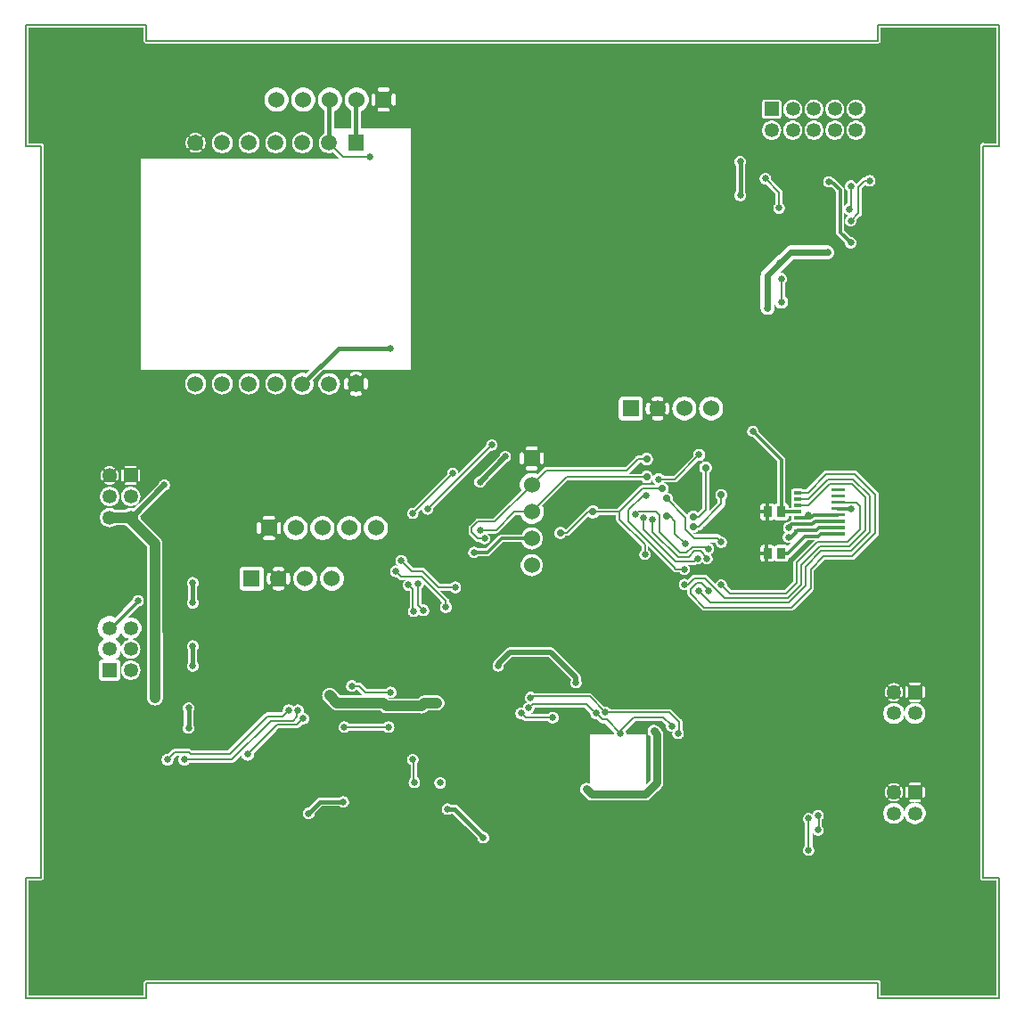
<source format=gbr>
G04 start of page 3 for group 5 idx 5 *
G04 Title: (unknown), bottom *
G04 Creator: pcb 20140316 *
G04 CreationDate: Δευ 14 Μάρ 2016 08:13:14 μμ GMT UTC *
G04 For: mobintu *
G04 Format: Gerber/RS-274X *
G04 PCB-Dimensions (mm): 100.00 100.00 *
G04 PCB-Coordinate-Origin: lower left *
%MOMM*%
%FSLAX43Y43*%
%LNBOTTOM*%
%ADD99C,0.965*%
%ADD98C,2.000*%
%ADD97C,0.300*%
%ADD96C,0.250*%
%ADD95C,3.100*%
%ADD94C,4.000*%
%ADD93C,0.700*%
%ADD92C,6.700*%
%ADD91C,6.900*%
%ADD90C,3.800*%
%ADD89C,0.650*%
%ADD88C,7.500*%
%ADD87R,0.300X0.300*%
%ADD86R,0.750X0.750*%
%ADD85C,1.500*%
%ADD84C,1.524*%
%ADD83C,1.350*%
%ADD82C,0.454*%
%ADD81C,0.250*%
%ADD80C,0.407*%
%ADD79C,0.500*%
%ADD78C,0.800*%
%ADD77C,1.000*%
%ADD76C,0.300*%
%ADD75C,0.400*%
%ADD74C,0.200*%
%ADD73C,0.600*%
%ADD72C,0.327*%
%ADD71C,0.002*%
%ADD70C,0.200*%
%ADD69C,0.200*%
G54D69*X3900Y84100D02*X5400D01*
X15400Y95600D02*Y94100D01*
X84900D01*
X3900Y84100D02*Y95600D01*
X15400D01*
X84900Y94100D02*Y95600D01*
X94900Y84100D02*Y14600D01*
Y84100D02*X96400D01*
G54D70*Y14600D02*X94900D01*
G54D69*X84900Y95600D02*X96400D01*
Y84100D01*
X5400Y14600D02*X3900D01*
X15400Y3100D02*Y4600D01*
X3900Y3100D02*X15400D01*
X3900D02*Y14600D01*
X5400Y84100D02*Y14600D01*
X15400Y4600D02*X84900D01*
Y3100D01*
X96400D01*
Y14600D01*
G54D71*G36*
X68400Y28400D02*X79400D01*
Y22600D01*
X68400D01*
Y28400D01*
G37*
G36*
X75462Y44597D02*X76122Y44599D01*
X76169Y44610D01*
X76213Y44629D01*
X76254Y44654D01*
X76290Y44685D01*
X76321Y44721D01*
X76346Y44762D01*
X76365Y44806D01*
X76376Y44853D01*
X76379Y44900D01*
X76379Y44920D01*
X76450Y44937D01*
X76521Y44967D01*
X76586Y45006D01*
X76643Y45057D01*
X78226Y46640D01*
X78851D01*
X76939Y44728D01*
X76930Y44720D01*
X76898Y44683D01*
X76873Y44641D01*
X76854Y44596D01*
X76843Y44549D01*
X76843Y44549D01*
X76839Y44500D01*
X76840Y44488D01*
Y42729D01*
X76021Y41910D01*
X75462D01*
Y44597D01*
G37*
G36*
Y48522D02*X76126Y48524D01*
X76177Y48536D01*
X76225Y48556D01*
X76269Y48583D01*
X76308Y48617D01*
X76342Y48656D01*
X76369Y48700D01*
X76389Y48748D01*
X76401Y48799D01*
X76404Y48850D01*
X76403Y48965D01*
X76658D01*
X76652Y48943D01*
X76650Y48900D01*
X76652Y48557D01*
X76663Y48515D01*
X76665Y48509D01*
X76644Y48507D01*
X76644Y48507D01*
X76643Y48507D01*
X76626Y48503D01*
X76588Y48494D01*
X76588Y48494D01*
X76588Y48494D01*
X76570Y48486D01*
X76536Y48472D01*
X76536Y48472D01*
X76536Y48472D01*
X76515Y48459D01*
X76488Y48442D01*
X76488Y48442D01*
X76488Y48442D01*
X76445Y48406D01*
X76435Y48395D01*
X76425Y48385D01*
X76400Y48387D01*
X76316Y48380D01*
X76234Y48360D01*
X76156Y48328D01*
X76084Y48284D01*
X76020Y48230D01*
X75966Y48166D01*
X75922Y48094D01*
X75889Y48016D01*
X75870Y47934D01*
X75863Y47850D01*
X75870Y47766D01*
X75889Y47684D01*
X75922Y47606D01*
X75966Y47535D01*
X76020Y47471D01*
X76084Y47416D01*
X76086Y47415D01*
X76070Y47405D01*
X76003Y47347D01*
X75945Y47280D01*
X75899Y47205D01*
X75866Y47124D01*
X75845Y47038D01*
X75838Y46950D01*
X75845Y46862D01*
X75866Y46777D01*
X75899Y46695D01*
X75945Y46620D01*
X76003Y46553D01*
X76070Y46496D01*
X76145Y46450D01*
X76226Y46416D01*
X76312Y46395D01*
X76400Y46388D01*
X76488Y46395D01*
X76573Y46416D01*
X76655Y46450D01*
X76677Y46463D01*
X76308Y46095D01*
X76290Y46116D01*
X76254Y46147D01*
X76213Y46172D01*
X76169Y46190D01*
X76122Y46201D01*
X76075Y46204D01*
X75462Y46202D01*
Y48522D01*
G37*
G36*
X89200Y95348D02*X96147D01*
Y84352D01*
X95043D01*
X95032Y84359D01*
X94990Y84377D01*
X94945Y84387D01*
X94900Y84391D01*
X94854Y84387D01*
X94810Y84377D01*
X94768Y84359D01*
X94729Y84335D01*
X94694Y84306D01*
X94664Y84271D01*
X94641Y84232D01*
X94623Y84190D01*
X94612Y84146D01*
X94610Y84100D01*
Y14710D01*
X94604Y14696D01*
X94593Y14649D01*
X94589Y14600D01*
X94593Y14551D01*
X94604Y14504D01*
X94623Y14459D01*
X94648Y14417D01*
X94680Y14380D01*
X94717Y14348D01*
X94759Y14323D01*
X94804Y14304D01*
X94851Y14293D01*
X94900Y14290D01*
X96147D01*
Y3352D01*
X89200D01*
Y20059D01*
X89232Y20096D01*
X89316Y20233D01*
X89378Y20382D01*
X89415Y20539D01*
X89425Y20700D01*
X89415Y20861D01*
X89378Y21018D01*
X89316Y21167D01*
X89232Y21304D01*
X89200Y21342D01*
Y22150D01*
X89219Y22151D01*
X89239Y22156D01*
X89257Y22163D01*
X89273Y22174D01*
X89288Y22186D01*
X89301Y22201D01*
X89311Y22218D01*
X89319Y22236D01*
X89324Y22255D01*
X89325Y22275D01*
Y23125D01*
X89324Y23145D01*
X89319Y23164D01*
X89311Y23182D01*
X89301Y23199D01*
X89288Y23214D01*
X89273Y23227D01*
X89257Y23237D01*
X89239Y23244D01*
X89219Y23249D01*
X89200Y23251D01*
Y29597D01*
X89211Y29611D01*
X89293Y29745D01*
X89354Y29890D01*
X89390Y30043D01*
X89400Y30200D01*
X89390Y30357D01*
X89354Y30510D01*
X89293Y30655D01*
X89211Y30790D01*
X89200Y30803D01*
Y31650D01*
X89219Y31651D01*
X89239Y31656D01*
X89257Y31663D01*
X89273Y31674D01*
X89288Y31686D01*
X89301Y31701D01*
X89311Y31718D01*
X89319Y31736D01*
X89324Y31755D01*
X89325Y31775D01*
Y32625D01*
X89324Y32645D01*
X89319Y32664D01*
X89311Y32682D01*
X89301Y32699D01*
X89288Y32714D01*
X89273Y32727D01*
X89257Y32737D01*
X89239Y32744D01*
X89219Y32749D01*
X89200Y32751D01*
Y95348D01*
G37*
G36*
Y21342D02*X89127Y21427D01*
X89004Y21532D01*
X88867Y21616D01*
X88717Y21678D01*
X88561Y21715D01*
X88400Y21728D01*
Y21775D01*
X88825D01*
X88844Y21776D01*
X88864Y21781D01*
X88882Y21788D01*
X88899Y21799D01*
X88914Y21811D01*
X88926Y21826D01*
X88937Y21843D01*
X88944Y21861D01*
X88949Y21881D01*
X88950Y21900D01*
X88949Y21920D01*
X88944Y21939D01*
X88937Y21957D01*
X88926Y21974D01*
X88914Y21989D01*
X88899Y22002D01*
X88882Y22012D01*
X88864Y22019D01*
X88844Y22024D01*
X88825Y22025D01*
X88400D01*
Y23375D01*
X88825D01*
X88844Y23376D01*
X88864Y23381D01*
X88882Y23388D01*
X88899Y23399D01*
X88914Y23411D01*
X88926Y23426D01*
X88937Y23443D01*
X88944Y23461D01*
X88949Y23480D01*
X88950Y23500D01*
X88949Y23520D01*
X88944Y23539D01*
X88937Y23557D01*
X88926Y23574D01*
X88914Y23589D01*
X88899Y23601D01*
X88882Y23612D01*
X88864Y23619D01*
X88844Y23624D01*
X88825Y23625D01*
X88400D01*
Y29197D01*
X88557Y29209D01*
X88710Y29246D01*
X88855Y29306D01*
X88989Y29389D01*
X89109Y29491D01*
X89200Y29597D01*
Y23251D01*
X89180Y23249D01*
X89161Y23244D01*
X89143Y23237D01*
X89126Y23227D01*
X89111Y23214D01*
X89098Y23199D01*
X89088Y23182D01*
X89081Y23164D01*
X89076Y23145D01*
X89075Y23125D01*
Y22275D01*
X89076Y22255D01*
X89081Y22236D01*
X89088Y22218D01*
X89098Y22201D01*
X89111Y22186D01*
X89126Y22174D01*
X89143Y22163D01*
X89161Y22156D01*
X89180Y22151D01*
X89200Y22150D01*
Y21342D01*
G37*
G36*
Y3352D02*X88400D01*
Y19672D01*
X88561Y19685D01*
X88717Y19722D01*
X88867Y19784D01*
X89004Y19868D01*
X89127Y19973D01*
X89200Y20059D01*
Y3352D01*
G37*
G36*
X88400Y95348D02*X89200D01*
Y32751D01*
X89180Y32749D01*
X89161Y32744D01*
X89143Y32737D01*
X89126Y32727D01*
X89111Y32714D01*
X89098Y32699D01*
X89088Y32682D01*
X89081Y32664D01*
X89076Y32645D01*
X89075Y32625D01*
Y31775D01*
X89076Y31755D01*
X89081Y31736D01*
X89088Y31718D01*
X89098Y31701D01*
X89111Y31686D01*
X89126Y31674D01*
X89143Y31663D01*
X89161Y31656D01*
X89180Y31651D01*
X89200Y31650D01*
Y30803D01*
X89109Y30909D01*
X88989Y31012D01*
X88855Y31094D01*
X88710Y31154D01*
X88557Y31191D01*
X88400Y31203D01*
Y31275D01*
X88825D01*
X88844Y31276D01*
X88864Y31281D01*
X88882Y31288D01*
X88899Y31299D01*
X88914Y31311D01*
X88926Y31326D01*
X88937Y31343D01*
X88944Y31361D01*
X88949Y31381D01*
X88950Y31400D01*
X88949Y31420D01*
X88944Y31439D01*
X88937Y31457D01*
X88926Y31474D01*
X88914Y31489D01*
X88899Y31502D01*
X88882Y31512D01*
X88864Y31519D01*
X88844Y31524D01*
X88825Y31525D01*
X88400D01*
Y32875D01*
X88825D01*
X88844Y32876D01*
X88864Y32881D01*
X88882Y32888D01*
X88899Y32899D01*
X88914Y32911D01*
X88926Y32926D01*
X88937Y32943D01*
X88944Y32961D01*
X88949Y32980D01*
X88950Y33000D01*
X88949Y33020D01*
X88944Y33039D01*
X88937Y33057D01*
X88926Y33074D01*
X88914Y33089D01*
X88899Y33101D01*
X88882Y33112D01*
X88864Y33119D01*
X88844Y33124D01*
X88825Y33125D01*
X88400D01*
Y95348D01*
G37*
G36*
X87600Y20059D02*X87673Y19973D01*
X87796Y19868D01*
X87933Y19784D01*
X88082Y19722D01*
X88239Y19685D01*
X88400Y19672D01*
X88400D01*
Y3352D01*
X87600D01*
Y20059D01*
G37*
G36*
Y29597D02*X87691Y29491D01*
X87810Y29389D01*
X87944Y29306D01*
X88090Y29246D01*
X88243Y29209D01*
X88400Y29197D01*
X88400D01*
Y23625D01*
X87975D01*
X87955Y23624D01*
X87936Y23619D01*
X87918Y23612D01*
X87901Y23601D01*
X87886Y23589D01*
X87873Y23574D01*
X87863Y23557D01*
X87856Y23539D01*
X87851Y23520D01*
X87849Y23500D01*
X87851Y23480D01*
X87856Y23461D01*
X87863Y23443D01*
X87873Y23426D01*
X87886Y23411D01*
X87901Y23399D01*
X87918Y23388D01*
X87936Y23381D01*
X87955Y23376D01*
X87975Y23375D01*
X88400D01*
Y22025D01*
X87975D01*
X87955Y22024D01*
X87936Y22019D01*
X87918Y22012D01*
X87901Y22002D01*
X87886Y21989D01*
X87873Y21974D01*
X87863Y21957D01*
X87856Y21939D01*
X87851Y21920D01*
X87849Y21900D01*
X87851Y21881D01*
X87856Y21861D01*
X87863Y21843D01*
X87873Y21826D01*
X87886Y21811D01*
X87901Y21799D01*
X87918Y21788D01*
X87936Y21781D01*
X87955Y21776D01*
X87975Y21775D01*
X88400D01*
Y21728D01*
X88400D01*
X88239Y21715D01*
X88082Y21678D01*
X87933Y21616D01*
X87796Y21532D01*
X87673Y21427D01*
X87600Y21342D01*
Y22150D01*
X87619Y22151D01*
X87639Y22156D01*
X87657Y22163D01*
X87674Y22174D01*
X87688Y22186D01*
X87701Y22201D01*
X87712Y22218D01*
X87719Y22236D01*
X87724Y22255D01*
X87725Y22275D01*
Y23125D01*
X87724Y23145D01*
X87719Y23164D01*
X87712Y23182D01*
X87701Y23199D01*
X87688Y23214D01*
X87674Y23227D01*
X87657Y23237D01*
X87639Y23244D01*
X87619Y23249D01*
X87600Y23251D01*
Y29597D01*
G37*
G36*
Y95348D02*X88400D01*
Y33125D01*
X87975D01*
X87955Y33124D01*
X87936Y33119D01*
X87918Y33112D01*
X87901Y33101D01*
X87886Y33089D01*
X87873Y33074D01*
X87863Y33057D01*
X87856Y33039D01*
X87851Y33020D01*
X87849Y33000D01*
X87851Y32980D01*
X87856Y32961D01*
X87863Y32943D01*
X87873Y32926D01*
X87886Y32911D01*
X87901Y32899D01*
X87918Y32888D01*
X87936Y32881D01*
X87955Y32876D01*
X87975Y32875D01*
X88400D01*
Y31525D01*
X87975D01*
X87955Y31524D01*
X87936Y31519D01*
X87918Y31512D01*
X87901Y31502D01*
X87886Y31489D01*
X87873Y31474D01*
X87863Y31457D01*
X87856Y31439D01*
X87851Y31420D01*
X87849Y31400D01*
X87851Y31381D01*
X87856Y31361D01*
X87863Y31343D01*
X87873Y31326D01*
X87886Y31311D01*
X87901Y31299D01*
X87918Y31288D01*
X87936Y31281D01*
X87955Y31276D01*
X87975Y31275D01*
X88400D01*
Y31203D01*
X88400D01*
X88243Y31191D01*
X88090Y31154D01*
X87944Y31094D01*
X87810Y31012D01*
X87691Y30909D01*
X87600Y30803D01*
Y31650D01*
X87619Y31651D01*
X87639Y31656D01*
X87657Y31663D01*
X87674Y31674D01*
X87688Y31686D01*
X87701Y31701D01*
X87712Y31718D01*
X87719Y31736D01*
X87724Y31755D01*
X87725Y31775D01*
Y32625D01*
X87724Y32645D01*
X87719Y32664D01*
X87712Y32682D01*
X87701Y32699D01*
X87688Y32714D01*
X87674Y32727D01*
X87657Y32737D01*
X87639Y32744D01*
X87619Y32749D01*
X87600Y32751D01*
Y95348D01*
G37*
G36*
X86400Y19697D02*X86557Y19709D01*
X86710Y19746D01*
X86855Y19806D01*
X86989Y19889D01*
X87109Y19991D01*
X87211Y20111D01*
X87293Y20245D01*
X87354Y20390D01*
X87387Y20529D01*
X87422Y20382D01*
X87484Y20233D01*
X87568Y20096D01*
X87600Y20059D01*
Y3352D01*
X86400D01*
Y19697D01*
G37*
G36*
X87122Y29506D02*X87211Y29611D01*
X87293Y29745D01*
X87354Y29890D01*
X87390Y30043D01*
X87398Y30179D01*
X87409Y30043D01*
X87446Y29890D01*
X87506Y29745D01*
X87588Y29611D01*
X87600Y29597D01*
Y23251D01*
X87580Y23249D01*
X87561Y23244D01*
X87543Y23237D01*
X87526Y23227D01*
X87511Y23214D01*
X87498Y23199D01*
X87488Y23182D01*
X87481Y23164D01*
X87476Y23145D01*
X87475Y23125D01*
Y22275D01*
X87476Y22255D01*
X87481Y22236D01*
X87488Y22218D01*
X87498Y22201D01*
X87511Y22186D01*
X87526Y22174D01*
X87543Y22163D01*
X87561Y22156D01*
X87580Y22151D01*
X87600Y22150D01*
Y21342D01*
X87568Y21304D01*
X87484Y21167D01*
X87422Y21018D01*
X87387Y20872D01*
X87354Y21010D01*
X87293Y21155D01*
X87211Y21290D01*
X87122Y21394D01*
Y22225D01*
X87124Y22226D01*
X87136Y22235D01*
X87147Y22247D01*
X87156Y22260D01*
X87192Y22327D01*
X87222Y22398D01*
X87245Y22472D01*
X87262Y22547D01*
X87272Y22623D01*
X87276Y22700D01*
X87272Y22777D01*
X87262Y22853D01*
X87245Y22928D01*
X87222Y23002D01*
X87192Y23073D01*
X87157Y23141D01*
X87148Y23154D01*
X87137Y23165D01*
X87124Y23175D01*
X87122Y23176D01*
Y29506D01*
G37*
G36*
X86400Y29197D02*X86557Y29209D01*
X86710Y29246D01*
X86855Y29306D01*
X86989Y29389D01*
X87109Y29491D01*
X87122Y29506D01*
Y23176D01*
X87110Y23183D01*
X87095Y23188D01*
X87080Y23191D01*
X87064Y23191D01*
X87048Y23189D01*
X87033Y23184D01*
X87019Y23177D01*
X87006Y23168D01*
X86994Y23157D01*
X86985Y23145D01*
X86977Y23131D01*
X86972Y23116D01*
X86969Y23100D01*
X86969Y23084D01*
X86971Y23069D01*
X86975Y23054D01*
X86983Y23040D01*
X87011Y22987D01*
X87034Y22933D01*
X87051Y22876D01*
X87064Y22818D01*
X87072Y22759D01*
X87075Y22700D01*
X87072Y22641D01*
X87064Y22582D01*
X87051Y22524D01*
X87034Y22468D01*
X87011Y22413D01*
X86983Y22360D01*
X86976Y22346D01*
X86971Y22331D01*
X86969Y22316D01*
X86970Y22300D01*
X86972Y22284D01*
X86978Y22270D01*
X86985Y22256D01*
X86995Y22243D01*
X87006Y22232D01*
X87019Y22223D01*
X87033Y22217D01*
X87048Y22212D01*
X87064Y22210D01*
X87080Y22210D01*
X87095Y22213D01*
X87110Y22218D01*
X87122Y22225D01*
Y21394D01*
X87109Y21409D01*
X86989Y21512D01*
X86855Y21594D01*
X86710Y21654D01*
X86557Y21691D01*
X86400Y21703D01*
Y21824D01*
X86477Y21828D01*
X86553Y21838D01*
X86628Y21855D01*
X86701Y21878D01*
X86772Y21908D01*
X86841Y21943D01*
X86854Y21952D01*
X86865Y21963D01*
X86875Y21976D01*
X86882Y21990D01*
X86887Y22005D01*
X86890Y22020D01*
X86891Y22036D01*
X86888Y22052D01*
X86884Y22067D01*
X86877Y22081D01*
X86868Y22094D01*
X86857Y22106D01*
X86844Y22115D01*
X86831Y22123D01*
X86816Y22128D01*
X86800Y22131D01*
X86784Y22131D01*
X86768Y22129D01*
X86753Y22125D01*
X86739Y22117D01*
X86687Y22089D01*
X86632Y22066D01*
X86576Y22048D01*
X86518Y22036D01*
X86459Y22028D01*
X86400Y22025D01*
Y23375D01*
X86459Y23372D01*
X86518Y23365D01*
X86576Y23352D01*
X86632Y23334D01*
X86687Y23311D01*
X86740Y23283D01*
X86754Y23276D01*
X86769Y23272D01*
X86784Y23270D01*
X86800Y23270D01*
X86815Y23273D01*
X86830Y23278D01*
X86844Y23285D01*
X86857Y23295D01*
X86868Y23306D01*
X86876Y23319D01*
X86883Y23333D01*
X86888Y23349D01*
X86890Y23364D01*
X86890Y23380D01*
X86887Y23395D01*
X86882Y23410D01*
X86874Y23424D01*
X86865Y23437D01*
X86853Y23447D01*
X86840Y23456D01*
X86772Y23493D01*
X86701Y23522D01*
X86628Y23546D01*
X86553Y23562D01*
X86477Y23572D01*
X86400Y23576D01*
Y29197D01*
G37*
G36*
X87122Y95348D02*X87600D01*
Y32751D01*
X87580Y32749D01*
X87561Y32744D01*
X87543Y32737D01*
X87526Y32727D01*
X87511Y32714D01*
X87498Y32699D01*
X87488Y32682D01*
X87481Y32664D01*
X87476Y32645D01*
X87475Y32625D01*
Y31775D01*
X87476Y31755D01*
X87481Y31736D01*
X87488Y31718D01*
X87498Y31701D01*
X87511Y31686D01*
X87526Y31674D01*
X87543Y31663D01*
X87561Y31656D01*
X87580Y31651D01*
X87600Y31650D01*
Y30803D01*
X87588Y30790D01*
X87506Y30655D01*
X87446Y30510D01*
X87409Y30357D01*
X87398Y30221D01*
X87390Y30357D01*
X87354Y30510D01*
X87293Y30655D01*
X87211Y30790D01*
X87122Y30894D01*
Y31725D01*
X87124Y31726D01*
X87136Y31735D01*
X87147Y31747D01*
X87156Y31760D01*
X87192Y31827D01*
X87222Y31898D01*
X87245Y31972D01*
X87262Y32047D01*
X87272Y32123D01*
X87276Y32200D01*
X87272Y32277D01*
X87262Y32353D01*
X87245Y32428D01*
X87222Y32502D01*
X87192Y32573D01*
X87157Y32641D01*
X87148Y32654D01*
X87137Y32665D01*
X87124Y32675D01*
X87122Y32676D01*
Y95348D01*
G37*
G36*
X86400D02*X87122D01*
Y32676D01*
X87110Y32683D01*
X87095Y32688D01*
X87080Y32691D01*
X87064Y32691D01*
X87048Y32689D01*
X87033Y32684D01*
X87019Y32677D01*
X87006Y32668D01*
X86994Y32657D01*
X86985Y32645D01*
X86977Y32631D01*
X86972Y32616D01*
X86969Y32600D01*
X86969Y32584D01*
X86971Y32569D01*
X86975Y32554D01*
X86983Y32540D01*
X87011Y32487D01*
X87034Y32433D01*
X87051Y32376D01*
X87064Y32318D01*
X87072Y32259D01*
X87075Y32200D01*
X87072Y32141D01*
X87064Y32082D01*
X87051Y32024D01*
X87034Y31968D01*
X87011Y31913D01*
X86983Y31860D01*
X86976Y31846D01*
X86971Y31831D01*
X86969Y31816D01*
X86970Y31800D01*
X86972Y31784D01*
X86978Y31770D01*
X86985Y31756D01*
X86995Y31743D01*
X87006Y31732D01*
X87019Y31723D01*
X87033Y31717D01*
X87048Y31712D01*
X87064Y31710D01*
X87080Y31710D01*
X87095Y31713D01*
X87110Y31718D01*
X87122Y31725D01*
Y30894D01*
X87109Y30909D01*
X86989Y31012D01*
X86855Y31094D01*
X86710Y31154D01*
X86557Y31191D01*
X86400Y31203D01*
Y31324D01*
X86477Y31328D01*
X86553Y31338D01*
X86628Y31355D01*
X86701Y31378D01*
X86772Y31408D01*
X86841Y31443D01*
X86854Y31452D01*
X86865Y31463D01*
X86875Y31476D01*
X86882Y31490D01*
X86887Y31505D01*
X86890Y31520D01*
X86891Y31536D01*
X86888Y31552D01*
X86884Y31567D01*
X86877Y31581D01*
X86868Y31594D01*
X86857Y31606D01*
X86844Y31615D01*
X86831Y31623D01*
X86816Y31628D01*
X86800Y31631D01*
X86784Y31631D01*
X86768Y31629D01*
X86753Y31625D01*
X86739Y31617D01*
X86687Y31589D01*
X86632Y31566D01*
X86576Y31548D01*
X86518Y31536D01*
X86459Y31528D01*
X86400Y31525D01*
Y32875D01*
X86459Y32872D01*
X86518Y32865D01*
X86576Y32852D01*
X86632Y32834D01*
X86687Y32811D01*
X86740Y32783D01*
X86754Y32776D01*
X86769Y32772D01*
X86784Y32770D01*
X86800Y32770D01*
X86815Y32773D01*
X86830Y32778D01*
X86844Y32785D01*
X86857Y32795D01*
X86868Y32806D01*
X86876Y32819D01*
X86883Y32833D01*
X86888Y32849D01*
X86890Y32864D01*
X86890Y32880D01*
X86887Y32895D01*
X86882Y32910D01*
X86874Y32924D01*
X86865Y32937D01*
X86853Y32947D01*
X86840Y32956D01*
X86772Y32993D01*
X86701Y33022D01*
X86628Y33046D01*
X86553Y33062D01*
X86477Y33072D01*
X86400Y33076D01*
Y95348D01*
G37*
G36*
X85677Y20006D02*X85691Y19991D01*
X85810Y19889D01*
X85944Y19806D01*
X86090Y19746D01*
X86243Y19709D01*
X86400Y19697D01*
X86400Y19697D01*
Y3352D01*
X85677D01*
Y20006D01*
G37*
G36*
Y29506D02*X85691Y29491D01*
X85810Y29389D01*
X85944Y29306D01*
X86090Y29246D01*
X86243Y29209D01*
X86400Y29197D01*
X86400Y29197D01*
Y23576D01*
X86400Y23576D01*
X86323Y23572D01*
X86247Y23562D01*
X86172Y23546D01*
X86098Y23522D01*
X86027Y23493D01*
X85959Y23457D01*
X85946Y23448D01*
X85934Y23437D01*
X85925Y23424D01*
X85917Y23410D01*
X85912Y23395D01*
X85909Y23380D01*
X85909Y23364D01*
X85911Y23348D01*
X85916Y23333D01*
X85923Y23319D01*
X85932Y23306D01*
X85943Y23294D01*
X85955Y23285D01*
X85969Y23277D01*
X85984Y23272D01*
X86000Y23269D01*
X86015Y23269D01*
X86031Y23271D01*
X86046Y23276D01*
X86060Y23283D01*
X86113Y23311D01*
X86167Y23334D01*
X86224Y23352D01*
X86282Y23365D01*
X86341Y23372D01*
X86400Y23375D01*
X86400Y23375D01*
Y22025D01*
X86400Y22025D01*
X86341Y22028D01*
X86282Y22036D01*
X86224Y22048D01*
X86167Y22066D01*
X86113Y22089D01*
X86060Y22117D01*
X86046Y22124D01*
X86031Y22128D01*
X86015Y22131D01*
X86000Y22130D01*
X85984Y22127D01*
X85969Y22122D01*
X85955Y22115D01*
X85943Y22105D01*
X85932Y22094D01*
X85923Y22081D01*
X85916Y22067D01*
X85912Y22052D01*
X85910Y22036D01*
X85910Y22020D01*
X85913Y22005D01*
X85918Y21990D01*
X85925Y21976D01*
X85935Y21964D01*
X85946Y21953D01*
X85959Y21944D01*
X86027Y21908D01*
X86098Y21878D01*
X86172Y21855D01*
X86247Y21838D01*
X86323Y21828D01*
X86400Y21824D01*
X86400Y21824D01*
Y21703D01*
X86400Y21703D01*
X86243Y21691D01*
X86090Y21654D01*
X85944Y21594D01*
X85810Y21512D01*
X85691Y21409D01*
X85677Y21394D01*
Y22224D01*
X85689Y22218D01*
X85704Y22212D01*
X85720Y22210D01*
X85736Y22209D01*
X85752Y22211D01*
X85767Y22216D01*
X85781Y22223D01*
X85794Y22232D01*
X85805Y22243D01*
X85815Y22255D01*
X85823Y22269D01*
X85828Y22284D01*
X85831Y22300D01*
X85831Y22316D01*
X85829Y22331D01*
X85824Y22347D01*
X85817Y22361D01*
X85789Y22413D01*
X85766Y22468D01*
X85748Y22524D01*
X85735Y22582D01*
X85727Y22641D01*
X85725Y22700D01*
X85727Y22759D01*
X85735Y22818D01*
X85748Y22876D01*
X85766Y22933D01*
X85789Y22987D01*
X85817Y23040D01*
X85824Y23054D01*
X85828Y23069D01*
X85830Y23085D01*
X85830Y23100D01*
X85827Y23116D01*
X85822Y23131D01*
X85814Y23144D01*
X85805Y23157D01*
X85794Y23168D01*
X85781Y23177D01*
X85766Y23184D01*
X85751Y23188D01*
X85736Y23190D01*
X85720Y23190D01*
X85705Y23187D01*
X85690Y23182D01*
X85677Y23175D01*
Y29506D01*
G37*
G36*
Y95348D02*X86400D01*
Y33076D01*
X86400Y33076D01*
X86323Y33072D01*
X86247Y33062D01*
X86172Y33046D01*
X86098Y33022D01*
X86027Y32993D01*
X85959Y32957D01*
X85946Y32948D01*
X85934Y32937D01*
X85925Y32924D01*
X85917Y32910D01*
X85912Y32895D01*
X85909Y32880D01*
X85909Y32864D01*
X85911Y32848D01*
X85916Y32833D01*
X85923Y32819D01*
X85932Y32806D01*
X85943Y32794D01*
X85955Y32785D01*
X85969Y32777D01*
X85984Y32772D01*
X86000Y32769D01*
X86015Y32769D01*
X86031Y32771D01*
X86046Y32776D01*
X86060Y32783D01*
X86113Y32811D01*
X86167Y32834D01*
X86224Y32852D01*
X86282Y32865D01*
X86341Y32872D01*
X86400Y32875D01*
X86400Y32875D01*
Y31525D01*
X86400Y31525D01*
X86341Y31528D01*
X86282Y31536D01*
X86224Y31548D01*
X86167Y31566D01*
X86113Y31589D01*
X86060Y31617D01*
X86046Y31624D01*
X86031Y31628D01*
X86015Y31631D01*
X86000Y31630D01*
X85984Y31627D01*
X85969Y31622D01*
X85955Y31615D01*
X85943Y31605D01*
X85932Y31594D01*
X85923Y31581D01*
X85916Y31567D01*
X85912Y31552D01*
X85910Y31536D01*
X85910Y31520D01*
X85913Y31505D01*
X85918Y31490D01*
X85925Y31476D01*
X85935Y31464D01*
X85946Y31453D01*
X85959Y31444D01*
X86027Y31408D01*
X86098Y31378D01*
X86172Y31355D01*
X86247Y31338D01*
X86323Y31328D01*
X86400Y31324D01*
X86400Y31324D01*
Y31203D01*
X86400Y31203D01*
X86243Y31191D01*
X86090Y31154D01*
X85944Y31094D01*
X85810Y31012D01*
X85691Y30909D01*
X85677Y30894D01*
Y31724D01*
X85689Y31718D01*
X85704Y31712D01*
X85720Y31710D01*
X85736Y31709D01*
X85752Y31711D01*
X85767Y31716D01*
X85781Y31723D01*
X85794Y31732D01*
X85805Y31743D01*
X85815Y31755D01*
X85823Y31769D01*
X85828Y31784D01*
X85831Y31800D01*
X85831Y31816D01*
X85829Y31831D01*
X85824Y31847D01*
X85817Y31861D01*
X85789Y31913D01*
X85766Y31968D01*
X85748Y32024D01*
X85735Y32082D01*
X85727Y32141D01*
X85725Y32200D01*
X85727Y32259D01*
X85735Y32318D01*
X85748Y32376D01*
X85766Y32433D01*
X85789Y32487D01*
X85817Y32540D01*
X85824Y32554D01*
X85828Y32569D01*
X85830Y32585D01*
X85830Y32600D01*
X85827Y32616D01*
X85822Y32631D01*
X85814Y32644D01*
X85805Y32657D01*
X85794Y32668D01*
X85781Y32677D01*
X85766Y32684D01*
X85751Y32688D01*
X85736Y32690D01*
X85720Y32690D01*
X85705Y32687D01*
X85690Y32682D01*
X85677Y32675D01*
Y95348D01*
G37*
G36*
X82798Y93848D02*X84890D01*
X84900Y93847D01*
X84939Y93850D01*
X84939Y93850D01*
X84978Y93859D01*
X85015Y93875D01*
X85049Y93895D01*
X85079Y93921D01*
X85105Y93951D01*
X85125Y93985D01*
X85141Y94022D01*
X85150Y94060D01*
X85153Y94100D01*
X85152Y94110D01*
Y95348D01*
X85677D01*
Y32675D01*
X85676Y32674D01*
X85663Y32665D01*
X85652Y32654D01*
X85644Y32640D01*
X85607Y32573D01*
X85578Y32502D01*
X85554Y32428D01*
X85538Y32353D01*
X85527Y32277D01*
X85524Y32200D01*
X85527Y32123D01*
X85538Y32047D01*
X85554Y31972D01*
X85578Y31898D01*
X85607Y31827D01*
X85643Y31759D01*
X85652Y31746D01*
X85663Y31735D01*
X85676Y31725D01*
X85677Y31724D01*
Y30894D01*
X85588Y30790D01*
X85506Y30655D01*
X85446Y30510D01*
X85409Y30357D01*
X85397Y30200D01*
X85409Y30043D01*
X85446Y29890D01*
X85506Y29745D01*
X85588Y29611D01*
X85677Y29506D01*
Y23175D01*
X85676Y23174D01*
X85663Y23165D01*
X85652Y23154D01*
X85644Y23140D01*
X85607Y23073D01*
X85578Y23002D01*
X85554Y22928D01*
X85538Y22853D01*
X85527Y22777D01*
X85524Y22700D01*
X85527Y22623D01*
X85538Y22547D01*
X85554Y22472D01*
X85578Y22398D01*
X85607Y22327D01*
X85643Y22259D01*
X85652Y22246D01*
X85663Y22235D01*
X85676Y22225D01*
X85677Y22224D01*
Y21394D01*
X85588Y21290D01*
X85506Y21155D01*
X85446Y21010D01*
X85409Y20857D01*
X85397Y20700D01*
X85409Y20543D01*
X85446Y20390D01*
X85506Y20245D01*
X85588Y20111D01*
X85677Y20006D01*
Y3352D01*
X85152D01*
Y4590D01*
X85153Y4600D01*
X85150Y4640D01*
X85141Y4678D01*
X85125Y4715D01*
X85105Y4749D01*
X85079Y4779D01*
X85049Y4805D01*
X85015Y4826D01*
X84978Y4841D01*
X84939Y4850D01*
X84900Y4853D01*
X84890Y4852D01*
X82798D01*
Y44989D01*
X84844Y47036D01*
X84855Y47045D01*
X84892Y47088D01*
X84892Y47088D01*
X84922Y47136D01*
X84943Y47188D01*
X84957Y47244D01*
X84961Y47300D01*
X84960Y47314D01*
Y50986D01*
X84961Y51000D01*
X84957Y51057D01*
X84957Y51057D01*
X84943Y51112D01*
X84922Y51164D01*
X84922Y51164D01*
X84892Y51212D01*
X84855Y51255D01*
X84844Y51265D01*
X82964Y53145D01*
X82955Y53155D01*
X82912Y53192D01*
X82912Y53192D01*
X82912Y53192D01*
X82912Y53192D01*
X82864Y53222D01*
X82820Y53240D01*
X82811Y53244D01*
X82811D01*
X82811Y53244D01*
X82798Y53247D01*
Y74666D01*
X82825Y74730D01*
X82845Y74814D01*
X82850Y74900D01*
X82845Y74987D01*
X82825Y75071D01*
X82798Y75134D01*
Y76767D01*
X82824Y76830D01*
X82845Y76914D01*
X82850Y77000D01*
X82845Y77086D01*
X83137Y77378D01*
X83159Y77387D01*
X83206Y77416D01*
X83248Y77452D01*
X83284Y77494D01*
X83313Y77541D01*
X83334Y77592D01*
X83347Y77645D01*
X83350Y77700D01*
Y80091D01*
X83691Y80431D01*
X83710Y80410D01*
X83775Y80354D01*
X83849Y80308D01*
X83929Y80275D01*
X84013Y80255D01*
X84100Y80248D01*
X84186Y80255D01*
X84270Y80275D01*
X84350Y80308D01*
X84424Y80354D01*
X84490Y80410D01*
X84546Y80476D01*
X84591Y80550D01*
X84625Y80630D01*
X84645Y80714D01*
X84650Y80800D01*
X84645Y80886D01*
X84625Y80971D01*
X84591Y81051D01*
X84546Y81124D01*
X84490Y81190D01*
X84424Y81247D01*
X84350Y81292D01*
X84270Y81325D01*
X84186Y81345D01*
X84100Y81352D01*
X84013Y81345D01*
X83929Y81325D01*
X83849Y81292D01*
X83775Y81247D01*
X83710Y81190D01*
X83653Y81124D01*
X83652Y81122D01*
X83651Y81122D01*
X83600Y81126D01*
X83549Y81122D01*
X83499Y81110D01*
X83452Y81091D01*
X83408Y81064D01*
X83370Y81030D01*
X82862Y80522D01*
X82840Y80513D01*
X82814Y80497D01*
X82798Y80534D01*
Y84698D01*
X82800Y84697D01*
X82941Y84709D01*
X83079Y84742D01*
X83210Y84796D01*
X83330Y84870D01*
X83438Y84962D01*
X83530Y85070D01*
X83604Y85190D01*
X83658Y85321D01*
X83691Y85459D01*
X83700Y85600D01*
X83691Y85741D01*
X83658Y85879D01*
X83604Y86010D01*
X83530Y86131D01*
X83438Y86238D01*
X83330Y86330D01*
X83210Y86404D01*
X83079Y86459D01*
X82941Y86492D01*
X82800Y86503D01*
X82798Y86503D01*
Y86698D01*
X82800Y86697D01*
X82941Y86709D01*
X83079Y86742D01*
X83210Y86796D01*
X83330Y86870D01*
X83438Y86962D01*
X83530Y87070D01*
X83604Y87190D01*
X83658Y87321D01*
X83691Y87459D01*
X83700Y87600D01*
X83691Y87741D01*
X83658Y87879D01*
X83604Y88010D01*
X83530Y88131D01*
X83438Y88238D01*
X83330Y88330D01*
X83210Y88404D01*
X83079Y88459D01*
X82941Y88492D01*
X82800Y88503D01*
X82798Y88503D01*
Y93848D01*
G37*
G36*
Y75134D02*X82791Y75151D01*
X82746Y75225D01*
X82690Y75290D01*
X82624Y75347D01*
X82550Y75392D01*
X82470Y75425D01*
X82386Y75445D01*
X82300Y75452D01*
X82298Y75452D01*
X81664Y76086D01*
Y77826D01*
X81713Y77746D01*
X81774Y77674D01*
X81846Y77613D01*
X81926Y77564D01*
X82014Y77528D01*
X82091Y77509D01*
X82049Y77492D01*
X81976Y77446D01*
X81910Y77390D01*
X81854Y77324D01*
X81808Y77251D01*
X81775Y77171D01*
X81755Y77086D01*
X81748Y77000D01*
X81755Y76914D01*
X81775Y76830D01*
X81808Y76750D01*
X81854Y76676D01*
X81910Y76610D01*
X81976Y76554D01*
X82049Y76509D01*
X82129Y76476D01*
X82214Y76455D01*
X82300Y76449D01*
X82386Y76455D01*
X82470Y76476D01*
X82550Y76509D01*
X82624Y76554D01*
X82690Y76610D01*
X82746Y76676D01*
X82791Y76750D01*
X82798Y76767D01*
Y75134D01*
G37*
G36*
Y53247D02*X82756Y53257D01*
X82756Y53257D01*
X82700Y53261D01*
X82686Y53260D01*
X80798D01*
Y79887D01*
X80936Y79750D01*
Y76038D01*
X80929Y76021D01*
X80915Y75961D01*
X80910Y75900D01*
X80915Y75839D01*
X80929Y75780D01*
X80953Y75723D01*
X80985Y75671D01*
X81025Y75625D01*
X81748Y74902D01*
X81748Y74900D01*
X81755Y74814D01*
X81775Y74730D01*
X81808Y74650D01*
X81853Y74576D01*
X81910Y74510D01*
X81975Y74454D01*
X82049Y74409D01*
X82129Y74375D01*
X82213Y74355D01*
X82300Y74348D01*
X82386Y74355D01*
X82470Y74375D01*
X82550Y74409D01*
X82624Y74454D01*
X82690Y74510D01*
X82746Y74576D01*
X82791Y74650D01*
X82798Y74666D01*
Y53247D01*
G37*
G36*
Y4852D02*X80798D01*
Y44790D01*
X82436D01*
X82450Y44789D01*
X82506Y44793D01*
X82506Y44793D01*
X82561Y44807D01*
X82614Y44828D01*
X82662Y44858D01*
X82705Y44895D01*
X82714Y44905D01*
X82798Y44989D01*
Y4852D01*
G37*
G36*
X80798Y93848D02*X82798D01*
Y88503D01*
X82659Y88492D01*
X82521Y88459D01*
X82390Y88404D01*
X82269Y88330D01*
X82162Y88238D01*
X82070Y88131D01*
X81995Y88010D01*
X81941Y87879D01*
X81908Y87741D01*
X81897Y87600D01*
X81908Y87459D01*
X81941Y87321D01*
X81995Y87190D01*
X82070Y87070D01*
X82162Y86962D01*
X82269Y86870D01*
X82390Y86796D01*
X82521Y86742D01*
X82659Y86709D01*
X82798Y86698D01*
Y86503D01*
X82659Y86492D01*
X82521Y86459D01*
X82390Y86404D01*
X82269Y86330D01*
X82162Y86238D01*
X82070Y86131D01*
X81995Y86010D01*
X81941Y85879D01*
X81908Y85741D01*
X81897Y85600D01*
X81908Y85459D01*
X81941Y85321D01*
X81995Y85190D01*
X82070Y85070D01*
X82162Y84962D01*
X82269Y84870D01*
X82390Y84796D01*
X82521Y84742D01*
X82659Y84709D01*
X82798Y84698D01*
Y80534D01*
X82792Y80551D01*
X82746Y80624D01*
X82690Y80690D01*
X82624Y80746D01*
X82550Y80792D01*
X82470Y80825D01*
X82386Y80845D01*
X82300Y80852D01*
X82214Y80845D01*
X82129Y80825D01*
X82049Y80792D01*
X81976Y80746D01*
X81910Y80690D01*
X81853Y80624D01*
X81808Y80551D01*
X81775Y80471D01*
X81755Y80386D01*
X81748Y80300D01*
X81755Y80214D01*
X81775Y80129D01*
X81808Y80049D01*
X81853Y79976D01*
X81910Y79910D01*
X81976Y79854D01*
X82000Y79839D01*
Y78667D01*
X81926Y78637D01*
X81846Y78587D01*
X81774Y78526D01*
X81713Y78454D01*
X81664Y78374D01*
Y79886D01*
X81665Y79900D01*
X81660Y79957D01*
X81660Y79957D01*
X81660Y79957D01*
X81660Y79957D01*
X81655Y79981D01*
X81647Y80013D01*
X81647Y80013D01*
X81647Y80013D01*
X81638Y80035D01*
X81625Y80066D01*
X81625Y80066D01*
X81625Y80066D01*
X81612Y80087D01*
X81595Y80115D01*
X81595Y80115D01*
X81595Y80115D01*
X81595Y80115D01*
X81558Y80158D01*
X81547Y80168D01*
X80798Y80916D01*
Y84698D01*
X80800Y84697D01*
X80941Y84709D01*
X81079Y84742D01*
X81210Y84796D01*
X81330Y84870D01*
X81438Y84962D01*
X81530Y85070D01*
X81604Y85190D01*
X81658Y85321D01*
X81691Y85459D01*
X81700Y85600D01*
X81691Y85741D01*
X81658Y85879D01*
X81604Y86010D01*
X81530Y86131D01*
X81438Y86238D01*
X81330Y86330D01*
X81210Y86404D01*
X81079Y86459D01*
X80941Y86492D01*
X80800Y86503D01*
X80798Y86503D01*
Y86698D01*
X80800Y86697D01*
X80941Y86709D01*
X81079Y86742D01*
X81210Y86796D01*
X81330Y86870D01*
X81438Y86962D01*
X81530Y87070D01*
X81604Y87190D01*
X81658Y87321D01*
X81691Y87459D01*
X81700Y87600D01*
X81691Y87741D01*
X81658Y87879D01*
X81604Y88010D01*
X81530Y88131D01*
X81438Y88238D01*
X81330Y88330D01*
X81210Y88404D01*
X81079Y88459D01*
X80941Y88492D01*
X80800Y88503D01*
X80798Y88503D01*
Y93848D01*
G37*
G36*
Y4852D02*X78798D01*
Y17006D01*
X78810Y17034D01*
X78830Y17116D01*
X78835Y17200D01*
X78830Y17284D01*
X78810Y17366D01*
X78798Y17394D01*
Y18746D01*
X78820Y18721D01*
X78884Y18666D01*
X78956Y18622D01*
X79034Y18590D01*
X79116Y18570D01*
X79200Y18563D01*
X79284Y18570D01*
X79366Y18590D01*
X79443Y18622D01*
X79515Y18666D01*
X79579Y18721D01*
X79634Y18785D01*
X79678Y18856D01*
X79710Y18934D01*
X79730Y19016D01*
X79735Y19100D01*
X79730Y19184D01*
X79710Y19266D01*
X79678Y19344D01*
X79634Y19416D01*
X79579Y19480D01*
X79560Y19496D01*
Y20104D01*
X79579Y20121D01*
X79634Y20185D01*
X79678Y20256D01*
X79710Y20334D01*
X79730Y20416D01*
X79735Y20500D01*
X79730Y20584D01*
X79710Y20666D01*
X79678Y20744D01*
X79634Y20816D01*
X79579Y20880D01*
X79515Y20934D01*
X79443Y20978D01*
X79366Y21010D01*
X79284Y21030D01*
X79200Y21037D01*
X79116Y21030D01*
X79034Y21010D01*
X78956Y20978D01*
X78884Y20934D01*
X78820Y20880D01*
X78798Y20854D01*
Y42016D01*
X78807Y42051D01*
X78811Y42100D01*
X78810Y42112D01*
Y43772D01*
X79828Y44790D01*
X80798D01*
Y4852D01*
G37*
G36*
X78798Y93848D02*X80798D01*
Y88503D01*
X80659Y88492D01*
X80521Y88459D01*
X80390Y88404D01*
X80269Y88330D01*
X80162Y88238D01*
X80070Y88131D01*
X79996Y88010D01*
X79941Y87879D01*
X79908Y87741D01*
X79897Y87600D01*
X79908Y87459D01*
X79941Y87321D01*
X79996Y87190D01*
X80070Y87070D01*
X80162Y86962D01*
X80269Y86870D01*
X80390Y86796D01*
X80521Y86742D01*
X80659Y86709D01*
X80798Y86698D01*
Y86503D01*
X80659Y86492D01*
X80521Y86459D01*
X80390Y86404D01*
X80269Y86330D01*
X80162Y86238D01*
X80070Y86131D01*
X79996Y86010D01*
X79941Y85879D01*
X79908Y85741D01*
X79897Y85600D01*
X79908Y85459D01*
X79941Y85321D01*
X79996Y85190D01*
X80070Y85070D01*
X80162Y84962D01*
X80269Y84870D01*
X80390Y84796D01*
X80521Y84742D01*
X80659Y84709D01*
X80798Y84698D01*
Y80916D01*
X80767Y80947D01*
X80758Y80958D01*
X80714Y80995D01*
X80714Y80995D01*
X80714Y80995D01*
X80695Y81007D01*
X80665Y81025D01*
X80665Y81025D01*
X80665Y81025D01*
X80642Y81035D01*
X80613Y81047D01*
X80612Y81047D01*
X80612Y81047D01*
X80589Y81053D01*
X80572Y81073D01*
X80509Y81126D01*
X80439Y81169D01*
X80363Y81201D01*
X80282Y81220D01*
X80200Y81227D01*
X80117Y81220D01*
X80037Y81201D01*
X79961Y81169D01*
X79890Y81126D01*
X79827Y81073D01*
X79774Y81010D01*
X79730Y80939D01*
X79699Y80863D01*
X79680Y80783D01*
X79673Y80700D01*
X79680Y80618D01*
X79699Y80537D01*
X79730Y80461D01*
X79774Y80390D01*
X79827Y80328D01*
X79890Y80274D01*
X79961Y80231D01*
X80037Y80199D01*
X80117Y80180D01*
X80200Y80173D01*
X80282Y80180D01*
X80363Y80199D01*
X80439Y80231D01*
X80449Y80237D01*
X80798Y79887D01*
Y53260D01*
X80014D01*
X80000Y53261D01*
X79943Y53257D01*
X79888Y53244D01*
X79888Y53244D01*
X79888D01*
X79881Y53240D01*
X79836Y53222D01*
X79836Y53222D01*
X79836Y53222D01*
X79826Y53216D01*
X79788Y53192D01*
X79788Y53192D01*
X79788Y53192D01*
X79744Y53155D01*
X79735Y53145D01*
X78798Y52208D01*
Y73350D01*
X80100D01*
X80202Y73356D01*
X80301Y73380D01*
X80396Y73419D01*
X80483Y73472D01*
X80561Y73539D01*
X80627Y73617D01*
X80681Y73704D01*
X80720Y73799D01*
X80744Y73898D01*
X80752Y74000D01*
X80744Y74102D01*
X80720Y74202D01*
X80681Y74296D01*
X80627Y74383D01*
X80561Y74461D01*
X80483Y74528D01*
X80396Y74581D01*
X80301Y74620D01*
X80202Y74644D01*
X80100Y74650D01*
X78798D01*
Y84698D01*
X78800Y84697D01*
X78941Y84709D01*
X79079Y84742D01*
X79210Y84796D01*
X79330Y84870D01*
X79438Y84962D01*
X79530Y85070D01*
X79604Y85190D01*
X79658Y85321D01*
X79691Y85459D01*
X79700Y85600D01*
X79691Y85741D01*
X79658Y85879D01*
X79604Y86010D01*
X79530Y86131D01*
X79438Y86238D01*
X79330Y86330D01*
X79210Y86404D01*
X79079Y86459D01*
X78941Y86492D01*
X78800Y86503D01*
X78798Y86503D01*
Y86698D01*
X78800Y86697D01*
X78941Y86709D01*
X79079Y86742D01*
X79210Y86796D01*
X79330Y86870D01*
X79438Y86962D01*
X79530Y87070D01*
X79604Y87190D01*
X79658Y87321D01*
X79691Y87459D01*
X79700Y87600D01*
X79691Y87741D01*
X79658Y87879D01*
X79604Y88010D01*
X79530Y88131D01*
X79438Y88238D01*
X79330Y88330D01*
X79210Y88404D01*
X79079Y88459D01*
X78941Y88492D01*
X78800Y88503D01*
X78798Y88503D01*
Y93848D01*
G37*
G36*
X78685Y17573D02*Y18953D01*
X78689Y18934D01*
X78722Y18856D01*
X78766Y18785D01*
X78798Y18746D01*
Y17394D01*
X78778Y17444D01*
X78734Y17516D01*
X78685Y17573D01*
G37*
G36*
X78798Y52208D02*X78101Y51510D01*
X77752D01*
X77737Y51523D01*
X77700Y51546D01*
X77660Y51562D01*
X77618Y51573D01*
X77575Y51575D01*
X76882Y51573D01*
X76840Y51562D01*
X76800Y51546D01*
X76798Y51545D01*
Y73279D01*
X76869Y73350D01*
X78798D01*
Y52208D01*
G37*
G36*
Y4852D02*X76798D01*
Y39978D01*
X76833Y39998D01*
X76870Y40030D01*
X76878Y40039D01*
X78710Y41872D01*
X78720Y41880D01*
X78751Y41917D01*
X78751Y41917D01*
X78777Y41959D01*
X78796Y42004D01*
X78798Y42016D01*
Y20854D01*
X78766Y20816D01*
X78722Y20744D01*
X78689Y20666D01*
X78670Y20587D01*
X78615Y20634D01*
X78543Y20678D01*
X78466Y20710D01*
X78384Y20730D01*
X78300Y20737D01*
X78216Y20730D01*
X78134Y20710D01*
X78056Y20678D01*
X77984Y20634D01*
X77920Y20580D01*
X77866Y20516D01*
X77822Y20444D01*
X77789Y20366D01*
X77770Y20284D01*
X77763Y20200D01*
X77770Y20116D01*
X77789Y20034D01*
X77822Y19956D01*
X77866Y19885D01*
X77915Y19827D01*
Y17573D01*
X77866Y17516D01*
X77822Y17444D01*
X77789Y17366D01*
X77770Y17284D01*
X77763Y17200D01*
X77770Y17116D01*
X77789Y17034D01*
X77822Y16956D01*
X77866Y16885D01*
X77920Y16821D01*
X77984Y16766D01*
X78056Y16722D01*
X78134Y16690D01*
X78216Y16670D01*
X78300Y16663D01*
X78384Y16670D01*
X78466Y16690D01*
X78543Y16722D01*
X78615Y16766D01*
X78679Y16821D01*
X78734Y16885D01*
X78778Y16956D01*
X78798Y17006D01*
Y4852D01*
G37*
G36*
X76798Y93848D02*X78798D01*
Y88503D01*
X78659Y88492D01*
X78521Y88459D01*
X78390Y88404D01*
X78269Y88330D01*
X78162Y88238D01*
X78070Y88131D01*
X77996Y88010D01*
X77941Y87879D01*
X77908Y87741D01*
X77897Y87600D01*
X77908Y87459D01*
X77941Y87321D01*
X77996Y87190D01*
X78070Y87070D01*
X78162Y86962D01*
X78269Y86870D01*
X78390Y86796D01*
X78521Y86742D01*
X78659Y86709D01*
X78798Y86698D01*
Y86503D01*
X78659Y86492D01*
X78521Y86459D01*
X78390Y86404D01*
X78269Y86330D01*
X78162Y86238D01*
X78070Y86131D01*
X77996Y86010D01*
X77941Y85879D01*
X77908Y85741D01*
X77897Y85600D01*
X77908Y85459D01*
X77941Y85321D01*
X77996Y85190D01*
X78070Y85070D01*
X78162Y84962D01*
X78269Y84870D01*
X78390Y84796D01*
X78521Y84742D01*
X78659Y84709D01*
X78798Y84698D01*
Y74650D01*
X76798D01*
Y84698D01*
X76800Y84697D01*
X76941Y84709D01*
X77079Y84742D01*
X77210Y84796D01*
X77330Y84870D01*
X77438Y84962D01*
X77530Y85070D01*
X77604Y85190D01*
X77658Y85321D01*
X77691Y85459D01*
X77700Y85600D01*
X77691Y85741D01*
X77658Y85879D01*
X77604Y86010D01*
X77530Y86131D01*
X77438Y86238D01*
X77330Y86330D01*
X77210Y86404D01*
X77079Y86459D01*
X76941Y86492D01*
X76800Y86503D01*
X76798Y86503D01*
Y86698D01*
X76800Y86697D01*
X76941Y86709D01*
X77079Y86742D01*
X77210Y86796D01*
X77330Y86870D01*
X77438Y86962D01*
X77530Y87070D01*
X77604Y87190D01*
X77658Y87321D01*
X77691Y87459D01*
X77700Y87600D01*
X77691Y87741D01*
X77658Y87879D01*
X77604Y88010D01*
X77530Y88131D01*
X77438Y88238D01*
X77330Y88330D01*
X77210Y88404D01*
X77079Y88459D01*
X76941Y88492D01*
X76800Y88503D01*
X76798Y88503D01*
Y93848D01*
G37*
G36*
Y51545D02*X76763Y51523D01*
X76730Y51495D01*
X76702Y51462D01*
X76679Y51425D01*
X76663Y51385D01*
X76652Y51343D01*
X76650Y51300D01*
X76652Y50957D01*
X76663Y50915D01*
X76679Y50875D01*
X76694Y50850D01*
X76679Y50825D01*
X76663Y50785D01*
X76652Y50743D01*
X76650Y50700D01*
X76652Y50357D01*
X76663Y50315D01*
X76679Y50275D01*
X76680Y50274D01*
X76657Y50237D01*
X76639Y50193D01*
X76628Y50147D01*
X76625Y50100D01*
X76628Y49753D01*
X76632Y49735D01*
X76401D01*
X76401Y49902D01*
X76389Y49952D01*
X76369Y50000D01*
X76342Y50044D01*
X76308Y50083D01*
X76269Y50117D01*
X76225Y50144D01*
X76177Y50164D01*
X76126Y50176D01*
X76075Y50179D01*
X76060Y50179D01*
Y54286D01*
X76061Y54300D01*
X76057Y54357D01*
X76054Y54367D01*
X76043Y54412D01*
X76022Y54464D01*
X75992Y54512D01*
X75955Y54556D01*
X75944Y54565D01*
X75462Y55047D01*
Y68684D01*
X75495Y68670D01*
X75596Y68646D01*
X75700Y68638D01*
X75803Y68646D01*
X75904Y68670D01*
X76000Y68710D01*
X76089Y68765D01*
X76168Y68832D01*
X76235Y68911D01*
X76290Y69000D01*
X76329Y69096D01*
X76354Y69197D01*
X76360Y69300D01*
X76354Y69404D01*
X76329Y69505D01*
X76290Y69601D01*
X76235Y69689D01*
X76168Y69768D01*
X76110Y69818D01*
Y71118D01*
X76154Y71170D01*
X76200Y71245D01*
X76234Y71327D01*
X76255Y71412D01*
X76260Y71500D01*
X76255Y71588D01*
X76234Y71674D01*
X76200Y71755D01*
X76154Y71830D01*
X76097Y71897D01*
X76030Y71955D01*
X75955Y72001D01*
X75873Y72034D01*
X75788Y72055D01*
X75700Y72062D01*
X75612Y72055D01*
X75581Y72047D01*
X76067Y72533D01*
X76135Y72611D01*
X76144Y72625D01*
X76798Y73279D01*
Y51545D01*
G37*
G36*
Y4852D02*X75462D01*
Y39940D01*
X76638D01*
X76650Y39939D01*
X76698Y39943D01*
X76698Y39943D01*
X76746Y39954D01*
X76791Y39973D01*
X76798Y39978D01*
Y4852D01*
G37*
G36*
X75462Y93848D02*X76798D01*
Y88503D01*
X76659Y88492D01*
X76521Y88459D01*
X76390Y88404D01*
X76269Y88330D01*
X76162Y88238D01*
X76070Y88131D01*
X75996Y88010D01*
X75941Y87879D01*
X75908Y87741D01*
X75897Y87600D01*
X75908Y87459D01*
X75941Y87321D01*
X75996Y87190D01*
X76070Y87070D01*
X76162Y86962D01*
X76269Y86870D01*
X76390Y86796D01*
X76521Y86742D01*
X76659Y86709D01*
X76798Y86698D01*
Y86503D01*
X76659Y86492D01*
X76521Y86459D01*
X76390Y86404D01*
X76269Y86330D01*
X76162Y86238D01*
X76070Y86131D01*
X75996Y86010D01*
X75941Y85879D01*
X75908Y85741D01*
X75897Y85600D01*
X75908Y85459D01*
X75941Y85321D01*
X75996Y85190D01*
X76070Y85070D01*
X76162Y84962D01*
X76269Y84870D01*
X76390Y84796D01*
X76521Y84742D01*
X76659Y84709D01*
X76798Y84698D01*
Y74650D01*
X76625D01*
X76600Y74652D01*
X76498Y74644D01*
X76398Y74620D01*
X76304Y74581D01*
X76216Y74528D01*
X76216Y74528D01*
X76139Y74461D01*
X76122Y74442D01*
X75462Y73782D01*
Y77651D01*
X75500Y77648D01*
X75586Y77655D01*
X75670Y77675D01*
X75750Y77709D01*
X75824Y77754D01*
X75890Y77810D01*
X75946Y77876D01*
X75991Y77950D01*
X76025Y78030D01*
X76045Y78114D01*
X76050Y78200D01*
X76045Y78287D01*
X76025Y78371D01*
X75991Y78451D01*
X75946Y78525D01*
X75890Y78590D01*
X75825Y78646D01*
Y79687D01*
X75826Y79700D01*
X75822Y79751D01*
Y79751D01*
X75822Y79751D01*
X75811Y79797D01*
X75810Y79801D01*
X75810Y79801D01*
X75794Y79840D01*
X75790Y79848D01*
X75790Y79848D01*
X75790Y79848D01*
X75764Y79892D01*
X75730Y79931D01*
X75721Y79939D01*
X75462Y80198D01*
Y84990D01*
X75530Y85070D01*
X75604Y85190D01*
X75658Y85321D01*
X75691Y85459D01*
X75700Y85600D01*
X75691Y85741D01*
X75658Y85879D01*
X75604Y86010D01*
X75530Y86131D01*
X75462Y86210D01*
Y86702D01*
X75510Y86702D01*
X75545Y86711D01*
X75577Y86724D01*
X75607Y86743D01*
X75634Y86766D01*
X75657Y86792D01*
X75676Y86823D01*
X75689Y86855D01*
X75698Y86890D01*
X75700Y86925D01*
X75698Y88310D01*
X75689Y88345D01*
X75676Y88378D01*
X75657Y88408D01*
X75634Y88435D01*
X75607Y88458D01*
X75577Y88476D01*
X75545Y88490D01*
X75510Y88498D01*
X75475Y88500D01*
X75462Y88500D01*
Y93848D01*
G37*
G36*
X61420Y52347D02*X62392D01*
X62425Y52293D01*
X62486Y52221D01*
X62558Y52160D01*
X62638Y52111D01*
X62725Y52075D01*
X62817Y52052D01*
X62911Y52045D01*
X63006Y52052D01*
X63097Y52075D01*
X63185Y52111D01*
X63265Y52160D01*
X63337Y52221D01*
X63398Y52293D01*
X63448Y52374D01*
X63466Y52417D01*
X63470Y52358D01*
X63492Y52269D01*
X63527Y52184D01*
X63575Y52105D01*
X63635Y52035D01*
X63705Y51975D01*
X63783Y51927D01*
X63856Y51897D01*
X62525D01*
X62511Y51898D01*
X62456Y51894D01*
X62403Y51881D01*
X62352Y51860D01*
X62305Y51831D01*
X62305Y51831D01*
X62263Y51795D01*
X62254Y51785D01*
X61420Y50950D01*
Y52347D01*
G37*
G36*
X66498Y41914D02*X66500Y41913D01*
X66584Y41920D01*
X66666Y41940D01*
X66743Y41972D01*
X66789Y42000D01*
X66790Y41988D01*
Y41562D01*
X66789Y41550D01*
X66793Y41501D01*
Y41501D01*
X66804Y41454D01*
X66823Y41409D01*
X66848Y41367D01*
X66880Y41330D01*
X66889Y41322D01*
X68172Y40039D01*
X68180Y40030D01*
X68217Y39998D01*
X68233Y39989D01*
X68259Y39973D01*
X68304Y39954D01*
X68351Y39943D01*
X68400Y39939D01*
X68412Y39940D01*
X75462D01*
Y4852D01*
X66498D01*
Y41914D01*
G37*
G36*
X71799Y93848D02*X75462D01*
Y88500D01*
X74090Y88498D01*
X74055Y88490D01*
X74022Y88476D01*
X73992Y88458D01*
X73965Y88435D01*
X73942Y88408D01*
X73924Y88378D01*
X73910Y88345D01*
X73902Y88310D01*
X73900Y88275D01*
X73902Y86890D01*
X73910Y86855D01*
X73924Y86823D01*
X73942Y86792D01*
X73965Y86766D01*
X73992Y86743D01*
X74022Y86724D01*
X74055Y86711D01*
X74090Y86702D01*
X74125Y86700D01*
X75462Y86702D01*
Y86210D01*
X75438Y86238D01*
X75330Y86330D01*
X75210Y86404D01*
X75079Y86459D01*
X74941Y86492D01*
X74800Y86503D01*
X74659Y86492D01*
X74521Y86459D01*
X74390Y86404D01*
X74269Y86330D01*
X74162Y86238D01*
X74070Y86131D01*
X73996Y86010D01*
X73941Y85879D01*
X73908Y85741D01*
X73897Y85600D01*
X73908Y85459D01*
X73941Y85321D01*
X73996Y85190D01*
X74070Y85070D01*
X74162Y84962D01*
X74269Y84870D01*
X74390Y84796D01*
X74521Y84742D01*
X74659Y84709D01*
X74800Y84697D01*
X74941Y84709D01*
X75079Y84742D01*
X75210Y84796D01*
X75330Y84870D01*
X75438Y84962D01*
X75462Y84990D01*
Y80198D01*
X74745Y80915D01*
X74750Y81000D01*
X74745Y81086D01*
X74725Y81171D01*
X74692Y81251D01*
X74646Y81324D01*
X74590Y81390D01*
X74524Y81447D01*
X74450Y81492D01*
X74370Y81525D01*
X74286Y81545D01*
X74200Y81552D01*
X74114Y81545D01*
X74029Y81525D01*
X73949Y81492D01*
X73876Y81447D01*
X73810Y81390D01*
X73753Y81324D01*
X73708Y81251D01*
X73675Y81171D01*
X73655Y81086D01*
X73648Y81000D01*
X73655Y80914D01*
X73675Y80830D01*
X73708Y80750D01*
X73753Y80676D01*
X73810Y80610D01*
X73876Y80554D01*
X73949Y80508D01*
X74029Y80475D01*
X74114Y80455D01*
X74200Y80448D01*
X74285Y80455D01*
X75175Y79565D01*
Y78646D01*
X75110Y78590D01*
X75053Y78525D01*
X75008Y78451D01*
X74975Y78371D01*
X74955Y78287D01*
X74948Y78200D01*
X74955Y78114D01*
X74975Y78030D01*
X75008Y77950D01*
X75053Y77876D01*
X75110Y77810D01*
X75175Y77754D01*
X75249Y77709D01*
X75329Y77675D01*
X75413Y77655D01*
X75462Y77651D01*
Y73782D01*
X75224Y73544D01*
X75211Y73536D01*
X75133Y73467D01*
X73951Y72285D01*
X73932Y72268D01*
X73864Y72189D01*
X73810Y72101D01*
X73770Y72005D01*
X73746Y71904D01*
X73746Y71904D01*
X73738Y71800D01*
X73740Y71774D01*
Y68700D01*
X73746Y68597D01*
X73770Y68495D01*
X73810Y68399D01*
X73864Y68311D01*
X73932Y68232D01*
X74011Y68164D01*
X74099Y68110D01*
X74195Y68070D01*
X74296Y68046D01*
X74400Y68038D01*
X74503Y68046D01*
X74604Y68070D01*
X74700Y68110D01*
X74789Y68164D01*
X74868Y68232D01*
X74935Y68311D01*
X74990Y68399D01*
X75030Y68495D01*
X75054Y68597D01*
X75060Y68700D01*
Y69138D01*
X75070Y69096D01*
X75110Y69000D01*
X75164Y68911D01*
X75232Y68832D01*
X75311Y68765D01*
X75399Y68710D01*
X75462Y68684D01*
Y55047D01*
X73533Y56976D01*
X73535Y57000D01*
X73530Y57084D01*
X73510Y57166D01*
X73478Y57244D01*
X73434Y57316D01*
X73379Y57380D01*
X73315Y57434D01*
X73243Y57478D01*
X73166Y57510D01*
X73084Y57530D01*
X73000Y57537D01*
X72916Y57530D01*
X72834Y57510D01*
X72756Y57478D01*
X72684Y57434D01*
X72620Y57380D01*
X72566Y57316D01*
X72522Y57244D01*
X72489Y57166D01*
X72470Y57084D01*
X72463Y57000D01*
X72470Y56916D01*
X72489Y56834D01*
X72522Y56756D01*
X72566Y56685D01*
X72620Y56621D01*
X72684Y56566D01*
X72756Y56522D01*
X72834Y56490D01*
X72916Y56470D01*
X73000Y56463D01*
X73025Y56465D01*
X75340Y54151D01*
Y50176D01*
X75273Y50176D01*
X75223Y50164D01*
X75175Y50144D01*
X75131Y50117D01*
X75092Y50083D01*
X75058Y50044D01*
X75035Y50007D01*
X75021Y50029D01*
X74990Y50066D01*
X74954Y50097D01*
X74913Y50122D01*
X74869Y50140D01*
X74822Y50151D01*
X74775Y50154D01*
X73977Y50151D01*
X73931Y50140D01*
X73886Y50122D01*
X73846Y50097D01*
X73809Y50066D01*
X73778Y50029D01*
X73753Y49988D01*
X73735Y49944D01*
X73724Y49898D01*
X73721Y49850D01*
X73724Y48803D01*
X73735Y48756D01*
X73753Y48712D01*
X73778Y48671D01*
X73809Y48635D01*
X73846Y48604D01*
X73886Y48579D01*
X73931Y48560D01*
X73977Y48549D01*
X74025Y48546D01*
X74822Y48549D01*
X74869Y48560D01*
X74913Y48579D01*
X74954Y48604D01*
X74990Y48635D01*
X75021Y48671D01*
X75035Y48693D01*
X75058Y48656D01*
X75092Y48617D01*
X75131Y48583D01*
X75175Y48556D01*
X75223Y48536D01*
X75273Y48524D01*
X75325Y48521D01*
X75462Y48522D01*
Y46202D01*
X75277Y46201D01*
X75231Y46190D01*
X75186Y46172D01*
X75146Y46147D01*
X75109Y46116D01*
X75078Y46079D01*
X75053Y46038D01*
X75050Y46030D01*
X75046Y46038D01*
X75021Y46079D01*
X74990Y46116D01*
X74954Y46147D01*
X74913Y46172D01*
X74869Y46190D01*
X74822Y46201D01*
X74775Y46204D01*
X73977Y46201D01*
X73931Y46190D01*
X73886Y46172D01*
X73846Y46147D01*
X73809Y46116D01*
X73778Y46079D01*
X73753Y46038D01*
X73735Y45994D01*
X73724Y45948D01*
X73721Y45900D01*
X73724Y44853D01*
X73735Y44806D01*
X73753Y44762D01*
X73778Y44721D01*
X73809Y44685D01*
X73846Y44654D01*
X73886Y44629D01*
X73931Y44610D01*
X73977Y44599D01*
X74025Y44596D01*
X74822Y44599D01*
X74869Y44610D01*
X74913Y44629D01*
X74954Y44654D01*
X74990Y44685D01*
X75021Y44721D01*
X75046Y44762D01*
X75050Y44770D01*
X75053Y44762D01*
X75078Y44721D01*
X75109Y44685D01*
X75146Y44654D01*
X75186Y44629D01*
X75231Y44610D01*
X75277Y44599D01*
X75325Y44596D01*
X75462Y44597D01*
Y41910D01*
X71799D01*
Y78848D01*
X71800Y78848D01*
X71886Y78855D01*
X71970Y78875D01*
X72050Y78908D01*
X72124Y78954D01*
X72190Y79010D01*
X72246Y79076D01*
X72291Y79150D01*
X72325Y79230D01*
X72345Y79314D01*
X72350Y79400D01*
X72345Y79486D01*
X72325Y79571D01*
X72291Y79651D01*
X72246Y79724D01*
X72225Y79749D01*
Y82236D01*
X72254Y82270D01*
X72300Y82345D01*
X72334Y82427D01*
X72355Y82512D01*
X72360Y82600D01*
X72355Y82688D01*
X72334Y82774D01*
X72300Y82855D01*
X72254Y82930D01*
X72197Y82997D01*
X72130Y83055D01*
X72055Y83101D01*
X71973Y83135D01*
X71888Y83155D01*
X71800Y83162D01*
X71799Y83162D01*
Y93848D01*
G37*
G36*
X69038D02*X71799D01*
Y83162D01*
X71712Y83155D01*
X71626Y83135D01*
X71545Y83101D01*
X71470Y83055D01*
X71403Y82997D01*
X71345Y82930D01*
X71299Y82855D01*
X71266Y82774D01*
X71245Y82688D01*
X71238Y82600D01*
X71245Y82512D01*
X71266Y82427D01*
X71299Y82345D01*
X71345Y82270D01*
X71375Y82236D01*
Y79749D01*
X71353Y79724D01*
X71308Y79651D01*
X71275Y79571D01*
X71255Y79486D01*
X71248Y79400D01*
X71255Y79314D01*
X71275Y79230D01*
X71308Y79150D01*
X71353Y79076D01*
X71410Y79010D01*
X71475Y78954D01*
X71549Y78908D01*
X71629Y78875D01*
X71713Y78855D01*
X71799Y78848D01*
Y41910D01*
X70928D01*
X70528Y42310D01*
X70530Y42316D01*
X70535Y42400D01*
X70530Y42484D01*
X70510Y42566D01*
X70478Y42644D01*
X70434Y42716D01*
X70379Y42780D01*
X70315Y42834D01*
X70243Y42878D01*
X70166Y42910D01*
X70084Y42930D01*
X70000Y42937D01*
X69916Y42930D01*
X69834Y42910D01*
X69756Y42878D01*
X69684Y42834D01*
X69620Y42780D01*
X69566Y42716D01*
X69522Y42644D01*
X69489Y42566D01*
X69470Y42484D01*
X69469Y42470D01*
X69038Y42900D01*
Y44531D01*
X69084Y44585D01*
X69128Y44656D01*
X69160Y44734D01*
X69180Y44816D01*
X69185Y44900D01*
X69180Y44984D01*
X69160Y45066D01*
X69128Y45144D01*
X69084Y45216D01*
X69038Y45269D01*
Y45370D01*
X69043Y45372D01*
X69115Y45416D01*
X69179Y45471D01*
X69234Y45535D01*
X69278Y45606D01*
X69310Y45684D01*
X69330Y45766D01*
X69335Y45850D01*
X69330Y45934D01*
X69310Y46016D01*
X69278Y46094D01*
X69234Y46166D01*
X69179Y46230D01*
X69115Y46284D01*
X69043Y46328D01*
X69038Y46331D01*
Y46365D01*
X69484D01*
X69503Y46283D01*
X69536Y46206D01*
X69580Y46134D01*
X69634Y46070D01*
X69698Y46015D01*
X69770Y45971D01*
X69848Y45939D01*
X69930Y45919D01*
X70014Y45913D01*
X70098Y45919D01*
X70180Y45939D01*
X70257Y45971D01*
X70329Y46015D01*
X70393Y46070D01*
X70448Y46134D01*
X70492Y46206D01*
X70524Y46283D01*
X70544Y46365D01*
X70549Y46449D01*
X70544Y46533D01*
X70524Y46615D01*
X70492Y46693D01*
X70448Y46765D01*
X70393Y46829D01*
X70329Y46883D01*
X70257Y46927D01*
X70180Y46960D01*
X70098Y46979D01*
X70014Y46986D01*
X69994Y46984D01*
X69989Y46998D01*
X69953Y47057D01*
X69908Y47109D01*
X69856Y47153D01*
X69798Y47189D01*
X69735Y47215D01*
X69668Y47231D01*
X69600Y47235D01*
X69038D01*
Y48593D01*
X70266Y49821D01*
X70277Y49831D01*
X70316Y49876D01*
X70316Y49876D01*
X70347Y49926D01*
X70369Y49981D01*
X70383Y50038D01*
X70388Y50097D01*
X70386Y50112D01*
Y50511D01*
X70419Y50539D01*
X70478Y50608D01*
X70525Y50685D01*
X70560Y50769D01*
X70581Y50857D01*
X70586Y50947D01*
X70581Y51037D01*
X70560Y51125D01*
X70525Y51209D01*
X70478Y51286D01*
X70419Y51355D01*
X70350Y51413D01*
X70273Y51461D01*
X70190Y51495D01*
X70102Y51516D01*
X70012Y51523D01*
X69921Y51516D01*
X69833Y51495D01*
X69750Y51461D01*
X69673Y51413D01*
X69604Y51355D01*
X69545Y51286D01*
X69498Y51209D01*
X69463Y51125D01*
X69442Y51037D01*
X69435Y50947D01*
X69442Y50857D01*
X69463Y50769D01*
X69498Y50685D01*
X69545Y50608D01*
X69604Y50539D01*
X69637Y50511D01*
Y50252D01*
X69038Y49654D01*
Y53258D01*
X69048Y53274D01*
X69084Y53361D01*
X69106Y53453D01*
X69111Y53547D01*
X69106Y53641D01*
X69084Y53733D01*
X69048Y53820D01*
X69038Y53836D01*
Y58004D01*
X69040Y58004D01*
X69219Y58018D01*
X69394Y58060D01*
X69560Y58129D01*
X69714Y58223D01*
X69850Y58339D01*
X69967Y58476D01*
X70061Y58630D01*
X70130Y58796D01*
X70172Y58971D01*
X70183Y59150D01*
X70172Y59329D01*
X70130Y59504D01*
X70061Y59671D01*
X69967Y59824D01*
X69850Y59961D01*
X69714Y60078D01*
X69560Y60172D01*
X69394Y60241D01*
X69219Y60283D01*
X69040Y60297D01*
X69038Y60296D01*
Y93848D01*
G37*
G36*
Y49654D02*X68852Y49468D01*
X68858Y49492D01*
X68862Y49547D01*
X68861Y49561D01*
Y53058D01*
X68865Y53060D01*
X68937Y53121D01*
X68998Y53193D01*
X69038Y53258D01*
Y49654D01*
G37*
G36*
Y47235D02*X67462D01*
X67349Y47347D01*
X67406Y47352D01*
X67498Y47374D01*
X67585Y47410D01*
X67666Y47459D01*
X67738Y47521D01*
X67787Y47579D01*
X67803Y47575D01*
X67861Y47571D01*
X67920Y47575D01*
X67978Y47589D01*
X68032Y47612D01*
X68082Y47643D01*
X68126Y47682D01*
X69038Y48593D01*
Y47235D01*
G37*
G36*
Y46331D02*X68966Y46360D01*
X68947Y46365D01*
X69038D01*
Y46331D01*
G37*
G36*
Y45269D02*X69029Y45280D01*
X68965Y45334D01*
X68959Y45338D01*
X68966Y45340D01*
X69038Y45370D01*
Y45269D01*
G37*
G36*
Y42900D02*X68678Y43261D01*
X68670Y43270D01*
X68633Y43302D01*
X68633Y43302D01*
X68617Y43311D01*
X68591Y43327D01*
X68559Y43340D01*
X68546Y43346D01*
X68535Y43349D01*
X68498Y43357D01*
X68498Y43357D01*
X68450Y43361D01*
X68438Y43360D01*
X67462D01*
X67450Y43361D01*
X67401Y43357D01*
X67354Y43346D01*
X67308Y43327D01*
X67271Y43304D01*
X67267Y43302D01*
X67267Y43302D01*
X67267Y43302D01*
X67267Y43302D01*
X67230Y43270D01*
X67222Y43261D01*
X66831Y42870D01*
X66815Y42884D01*
X66743Y42928D01*
X66666Y42960D01*
X66584Y42980D01*
X66500Y42987D01*
X66498Y42987D01*
Y43364D01*
X66500Y43363D01*
X66584Y43370D01*
X66666Y43390D01*
X66743Y43422D01*
X66815Y43466D01*
X66879Y43521D01*
X66934Y43585D01*
X66978Y43656D01*
X67010Y43734D01*
X67030Y43816D01*
X67035Y43900D01*
X67030Y43984D01*
X67010Y44066D01*
X66978Y44144D01*
X66934Y44216D01*
X66879Y44280D01*
X66867Y44290D01*
X67438D01*
X67450Y44289D01*
X67498Y44293D01*
X67498Y44293D01*
X67498Y44293D01*
X67523Y44299D01*
X67546Y44304D01*
X67546Y44304D01*
X67546Y44304D01*
X67571Y44315D01*
X67591Y44323D01*
X67591Y44323D01*
X67591Y44323D01*
X67612Y44336D01*
X67632Y44348D01*
X67632Y44348D01*
X67633Y44348D01*
X67660Y44372D01*
X67666Y44370D01*
X67750Y44363D01*
X67834Y44370D01*
X67916Y44390D01*
X67993Y44422D01*
X68065Y44466D01*
X68129Y44521D01*
X68184Y44585D01*
X68200Y44611D01*
X68216Y44585D01*
X68270Y44521D01*
X68334Y44466D01*
X68406Y44422D01*
X68484Y44390D01*
X68566Y44370D01*
X68650Y44363D01*
X68734Y44370D01*
X68816Y44390D01*
X68893Y44422D01*
X68965Y44466D01*
X69029Y44521D01*
X69038Y44531D01*
Y42900D01*
G37*
G36*
X66498Y93848D02*X69038D01*
Y60296D01*
X68860Y60283D01*
X68685Y60241D01*
X68519Y60172D01*
X68366Y60078D01*
X68229Y59961D01*
X68112Y59824D01*
X68018Y59671D01*
X67949Y59504D01*
X67907Y59329D01*
X67893Y59150D01*
X67907Y58971D01*
X67949Y58796D01*
X68018Y58630D01*
X68112Y58476D01*
X68229Y58339D01*
X68366Y58223D01*
X68519Y58129D01*
X68685Y58060D01*
X68860Y58018D01*
X69038Y58004D01*
Y53836D01*
X68998Y53901D01*
X68937Y53973D01*
X68865Y54034D01*
X68785Y54083D01*
X68697Y54119D01*
X68606Y54141D01*
X68511Y54149D01*
X68417Y54141D01*
X68325Y54119D01*
X68238Y54083D01*
X68158Y54034D01*
X68086Y53973D01*
X68025Y53901D01*
X67975Y53820D01*
X67939Y53733D01*
X67917Y53641D01*
X67910Y53547D01*
X67917Y53453D01*
X67939Y53361D01*
X67975Y53274D01*
X68025Y53193D01*
X68086Y53121D01*
X68158Y53060D01*
X68162Y53058D01*
Y49692D01*
X67789Y49320D01*
X67787Y49322D01*
X67715Y49384D01*
X67635Y49433D01*
X67547Y49469D01*
X67456Y49491D01*
X67362Y49499D01*
X67267Y49491D01*
X67176Y49469D01*
X67088Y49433D01*
X67008Y49384D01*
X66936Y49322D01*
X66875Y49251D01*
X66825Y49170D01*
X66789Y49083D01*
X66788Y49080D01*
X66498Y49370D01*
Y52910D01*
X67768Y54180D01*
X67808Y54171D01*
X67900Y54163D01*
X67992Y54171D01*
X68081Y54192D01*
X68166Y54227D01*
X68245Y54275D01*
X68315Y54335D01*
X68375Y54405D01*
X68423Y54484D01*
X68458Y54569D01*
X68479Y54658D01*
X68485Y54750D01*
X68479Y54842D01*
X68458Y54931D01*
X68423Y55016D01*
X68375Y55095D01*
X68315Y55165D01*
X68245Y55225D01*
X68166Y55273D01*
X68081Y55308D01*
X67992Y55330D01*
X67900Y55337D01*
X67808Y55330D01*
X67718Y55308D01*
X67633Y55273D01*
X67555Y55225D01*
X67485Y55165D01*
X67425Y55095D01*
X67377Y55016D01*
X67342Y54931D01*
X67320Y54842D01*
X67313Y54750D01*
X67320Y54658D01*
X67330Y54619D01*
X66498Y53787D01*
Y58004D01*
X66500Y58004D01*
X66679Y58018D01*
X66854Y58060D01*
X67020Y58129D01*
X67174Y58223D01*
X67310Y58339D01*
X67427Y58476D01*
X67521Y58630D01*
X67590Y58796D01*
X67632Y58971D01*
X67643Y59150D01*
X67632Y59329D01*
X67590Y59504D01*
X67521Y59671D01*
X67427Y59824D01*
X67310Y59961D01*
X67174Y60078D01*
X67020Y60172D01*
X66854Y60241D01*
X66679Y60283D01*
X66500Y60297D01*
X66498Y60296D01*
Y93848D01*
G37*
G36*
Y49370D02*X65398Y50470D01*
X65406Y50503D01*
X65411Y50597D01*
X65406Y50691D01*
X65384Y50783D01*
X65348Y50870D01*
X65298Y50951D01*
X65237Y51022D01*
X65165Y51084D01*
X65085Y51133D01*
X64997Y51169D01*
X64905Y51191D01*
X64897Y51192D01*
X64898Y51193D01*
X64948Y51274D01*
X64984Y51361D01*
X65006Y51453D01*
X65011Y51547D01*
X65006Y51641D01*
X64984Y51733D01*
X64948Y51820D01*
X64898Y51901D01*
X64877Y51925D01*
Y52140D01*
X65588D01*
X65600Y52139D01*
X65648Y52143D01*
X65648Y52143D01*
X65696Y52154D01*
X65741Y52173D01*
X65783Y52198D01*
X65820Y52230D01*
X65828Y52239D01*
X66498Y52910D01*
Y49370D01*
G37*
G36*
Y42987D02*X66416Y42980D01*
X66334Y42960D01*
X66256Y42928D01*
X66184Y42884D01*
X66120Y42830D01*
X66066Y42766D01*
X66022Y42694D01*
X65989Y42616D01*
X65970Y42534D01*
X65963Y42450D01*
X65970Y42366D01*
X65989Y42284D01*
X66022Y42206D01*
X66066Y42135D01*
X66120Y42071D01*
X66184Y42016D01*
X66256Y41972D01*
X66334Y41940D01*
X66416Y41920D01*
X66498Y41914D01*
Y4852D01*
X64877D01*
Y28648D01*
X64910Y28610D01*
X64976Y28554D01*
X65049Y28508D01*
X65129Y28475D01*
X65214Y28455D01*
X65300Y28448D01*
X65371Y28454D01*
X65355Y28386D01*
X65348Y28300D01*
X65355Y28214D01*
X65375Y28129D01*
X65408Y28049D01*
X65453Y27976D01*
X65510Y27910D01*
X65576Y27854D01*
X65649Y27808D01*
X65729Y27775D01*
X65814Y27755D01*
X65900Y27748D01*
X65986Y27755D01*
X66070Y27775D01*
X66150Y27808D01*
X66224Y27854D01*
X66290Y27910D01*
X66346Y27976D01*
X66392Y28049D01*
X66425Y28129D01*
X66445Y28214D01*
X66450Y28300D01*
X66445Y28386D01*
X66425Y28471D01*
X66392Y28551D01*
X66346Y28624D01*
X66300Y28679D01*
Y29388D01*
X66301Y29400D01*
X66297Y29447D01*
X66297Y29447D01*
X66286Y29493D01*
X66268Y29537D01*
X66243Y29577D01*
X66213Y29613D01*
X66204Y29621D01*
X65320Y30504D01*
X65313Y30513D01*
X65277Y30544D01*
X65237Y30568D01*
X65193Y30586D01*
X65147Y30597D01*
X65147Y30597D01*
X65100Y30601D01*
X65088Y30600D01*
X64877D01*
Y44284D01*
X65472Y43689D01*
X65480Y43680D01*
X65517Y43648D01*
X65559Y43623D01*
X65604Y43604D01*
X65651Y43593D01*
X65651D01*
X65700Y43589D01*
X65712Y43590D01*
X66062D01*
X66066Y43585D01*
X66120Y43521D01*
X66184Y43466D01*
X66256Y43422D01*
X66334Y43390D01*
X66416Y43370D01*
X66498Y43364D01*
Y42987D01*
G37*
G36*
X64877Y93848D02*X66498D01*
Y60296D01*
X66320Y60283D01*
X66145Y60241D01*
X65979Y60172D01*
X65826Y60078D01*
X65689Y59961D01*
X65572Y59824D01*
X65478Y59671D01*
X65409Y59504D01*
X65367Y59329D01*
X65353Y59150D01*
X65367Y58971D01*
X65409Y58796D01*
X65478Y58630D01*
X65572Y58476D01*
X65689Y58339D01*
X65826Y58223D01*
X65979Y58129D01*
X66145Y58060D01*
X66320Y58018D01*
X66498Y58004D01*
Y53787D01*
X65471Y52760D01*
X64877D01*
Y58605D01*
X64888Y58607D01*
X64917Y58616D01*
X64943Y58630D01*
X64968Y58648D01*
X64989Y58669D01*
X65006Y58693D01*
X65019Y58720D01*
X65057Y58824D01*
X65083Y58931D01*
X65099Y59040D01*
X65104Y59150D01*
X65099Y59260D01*
X65083Y59369D01*
X65057Y59476D01*
X65020Y59580D01*
X65007Y59607D01*
X64989Y59632D01*
X64968Y59653D01*
X64944Y59671D01*
X64917Y59685D01*
X64889Y59695D01*
X64877Y59696D01*
Y93848D01*
G37*
G36*
Y51925D02*X64837Y51973D01*
X64765Y52034D01*
X64685Y52083D01*
X64597Y52119D01*
X64541Y52133D01*
X64546Y52140D01*
X64877D01*
Y51925D01*
G37*
G36*
Y30600D02*X63960D01*
Y45201D01*
X64877Y44284D01*
Y30600D01*
G37*
G36*
Y4852D02*X63960D01*
Y22811D01*
X64308Y23159D01*
X64326Y23174D01*
X64387Y23246D01*
X64436Y23327D01*
X64472Y23414D01*
X64495Y23506D01*
X64502Y23600D01*
X64500Y23624D01*
Y28176D01*
X64502Y28200D01*
X64495Y28294D01*
X64495Y28294D01*
X64472Y28386D01*
X64436Y28473D01*
X64387Y28554D01*
X64326Y28626D01*
X64308Y28641D01*
X64024Y28924D01*
X63960Y28981D01*
Y29475D01*
X64365D01*
X64755Y29085D01*
X64748Y29000D01*
X64755Y28914D01*
X64775Y28829D01*
X64808Y28749D01*
X64853Y28676D01*
X64877Y28648D01*
Y4852D01*
G37*
G36*
X63960Y93848D02*X64877D01*
Y59696D01*
X64859Y59699D01*
X64829Y59700D01*
X64799Y59695D01*
X64770Y59686D01*
X64743Y59673D01*
X64719Y59655D01*
X64697Y59634D01*
X64679Y59610D01*
X64666Y59583D01*
X64656Y59554D01*
X64651Y59525D01*
X64651Y59495D01*
X64655Y59465D01*
X64665Y59436D01*
X64690Y59367D01*
X64708Y59296D01*
X64718Y59223D01*
X64722Y59150D01*
X64718Y59077D01*
X64708Y59004D01*
X64690Y58933D01*
X64666Y58864D01*
X64656Y58835D01*
X64652Y58806D01*
X64652Y58776D01*
X64657Y58746D01*
X64666Y58718D01*
X64680Y58691D01*
X64698Y58667D01*
X64719Y58646D01*
X64744Y58628D01*
X64771Y58615D01*
X64799Y58606D01*
X64829Y58601D01*
X64859Y58602D01*
X64877Y58605D01*
Y52760D01*
X64546D01*
X64525Y52795D01*
X64465Y52865D01*
X64395Y52925D01*
X64316Y52973D01*
X64231Y53008D01*
X64142Y53030D01*
X64050Y53037D01*
X63960Y53030D01*
Y58006D01*
X64070Y58011D01*
X64179Y58027D01*
X64286Y58053D01*
X64390Y58090D01*
X64417Y58103D01*
X64441Y58121D01*
X64463Y58142D01*
X64481Y58166D01*
X64495Y58193D01*
X64504Y58221D01*
X64509Y58251D01*
X64509Y58281D01*
X64505Y58311D01*
X64496Y58340D01*
X64482Y58367D01*
X64465Y58391D01*
X64444Y58413D01*
X64419Y58430D01*
X64393Y58444D01*
X64364Y58454D01*
X64334Y58459D01*
X64304Y58459D01*
X64274Y58454D01*
X64246Y58445D01*
X64177Y58420D01*
X64106Y58402D01*
X64033Y58392D01*
X63960Y58388D01*
Y59912D01*
X64033Y59909D01*
X64106Y59898D01*
X64177Y59880D01*
X64246Y59856D01*
X64275Y59847D01*
X64304Y59842D01*
X64334Y59842D01*
X64364Y59847D01*
X64392Y59857D01*
X64419Y59871D01*
X64443Y59888D01*
X64464Y59910D01*
X64481Y59934D01*
X64495Y59961D01*
X64504Y59989D01*
X64508Y60019D01*
X64508Y60049D01*
X64503Y60079D01*
X64494Y60107D01*
X64480Y60134D01*
X64462Y60158D01*
X64441Y60179D01*
X64416Y60196D01*
X64389Y60209D01*
X64286Y60247D01*
X64179Y60273D01*
X64070Y60289D01*
X63960Y60294D01*
Y93848D01*
G37*
G36*
Y30600D02*X61420D01*
Y47092D01*
X62440Y46072D01*
Y45738D01*
X62434Y45734D01*
X62370Y45680D01*
X62316Y45616D01*
X62272Y45544D01*
X62239Y45466D01*
X62220Y45384D01*
X62213Y45300D01*
X62220Y45216D01*
X62239Y45134D01*
X62272Y45056D01*
X62316Y44985D01*
X62370Y44921D01*
X62434Y44866D01*
X62506Y44822D01*
X62584Y44790D01*
X62666Y44770D01*
X62750Y44763D01*
X62834Y44770D01*
X62916Y44790D01*
X62993Y44822D01*
X63065Y44866D01*
X63129Y44921D01*
X63184Y44985D01*
X63228Y45056D01*
X63260Y45134D01*
X63280Y45216D01*
X63285Y45300D01*
X63280Y45384D01*
X63260Y45466D01*
X63228Y45544D01*
X63184Y45616D01*
X63129Y45680D01*
X63065Y45734D01*
X63060Y45738D01*
Y46102D01*
X63960Y45201D01*
Y30600D01*
G37*
G36*
Y28981D02*X63954Y28987D01*
X63873Y29036D01*
X63786Y29072D01*
X63694Y29095D01*
X63600Y29102D01*
X63506Y29095D01*
X63414Y29072D01*
X63327Y29036D01*
X63246Y28987D01*
X63174Y28926D01*
X63113Y28854D01*
X63064Y28773D01*
X63027Y28686D01*
X63005Y28594D01*
X62998Y28500D01*
X63005Y28406D01*
X63027Y28314D01*
X63064Y28227D01*
X63113Y28146D01*
X63176Y28075D01*
X63300Y27951D01*
Y23849D01*
X62900Y23449D01*
Y28200D01*
X61420D01*
Y29024D01*
X61870Y29475D01*
X63960D01*
Y28981D01*
G37*
G36*
Y4852D02*X61420D01*
Y21900D01*
X62776D01*
X62800Y21898D01*
X62894Y21905D01*
X62894Y21905D01*
X62986Y21927D01*
X63073Y21963D01*
X63154Y22013D01*
X63226Y22074D01*
X63241Y22092D01*
X63960Y22811D01*
Y4852D01*
G37*
G36*
X63042Y93848D02*X63960D01*
Y60294D01*
X63960Y60294D01*
X63850Y60289D01*
X63741Y60273D01*
X63634Y60247D01*
X63530Y60210D01*
X63503Y60197D01*
X63478Y60180D01*
X63457Y60158D01*
X63439Y60134D01*
X63425Y60107D01*
X63415Y60079D01*
X63410Y60049D01*
X63410Y60019D01*
X63415Y59989D01*
X63424Y59961D01*
X63437Y59934D01*
X63455Y59909D01*
X63476Y59888D01*
X63500Y59870D01*
X63527Y59856D01*
X63555Y59846D01*
X63585Y59841D01*
X63615Y59841D01*
X63645Y59846D01*
X63674Y59855D01*
X63743Y59880D01*
X63814Y59898D01*
X63886Y59909D01*
X63960Y59912D01*
X63960Y59912D01*
Y58388D01*
X63960Y58388D01*
X63886Y58392D01*
X63814Y58402D01*
X63743Y58420D01*
X63673Y58444D01*
X63645Y58454D01*
X63615Y58458D01*
X63585Y58458D01*
X63556Y58453D01*
X63527Y58443D01*
X63501Y58430D01*
X63477Y58412D01*
X63455Y58391D01*
X63438Y58366D01*
X63425Y58339D01*
X63416Y58311D01*
X63411Y58281D01*
X63411Y58251D01*
X63416Y58222D01*
X63426Y58193D01*
X63439Y58166D01*
X63457Y58142D01*
X63479Y58121D01*
X63503Y58104D01*
X63530Y58091D01*
X63634Y58053D01*
X63741Y58027D01*
X63850Y58011D01*
X63960Y58006D01*
X63960Y58006D01*
Y53030D01*
X63958Y53030D01*
X63868Y53008D01*
X63783Y52973D01*
X63705Y52925D01*
X63635Y52865D01*
X63575Y52795D01*
X63527Y52716D01*
X63510Y52675D01*
X63506Y52741D01*
X63484Y52833D01*
X63448Y52920D01*
X63398Y53001D01*
X63337Y53072D01*
X63265Y53134D01*
X63185Y53183D01*
X63097Y53219D01*
X63042Y53233D01*
Y53761D01*
X63097Y53775D01*
X63185Y53811D01*
X63265Y53860D01*
X63337Y53921D01*
X63398Y53993D01*
X63448Y54074D01*
X63484Y54161D01*
X63506Y54253D01*
X63511Y54347D01*
X63506Y54441D01*
X63484Y54533D01*
X63448Y54620D01*
X63398Y54701D01*
X63337Y54772D01*
X63265Y54834D01*
X63185Y54883D01*
X63097Y54919D01*
X63042Y54933D01*
Y58604D01*
X63061Y58601D01*
X63091Y58601D01*
X63121Y58605D01*
X63149Y58614D01*
X63176Y58628D01*
X63201Y58645D01*
X63222Y58666D01*
X63240Y58691D01*
X63254Y58717D01*
X63263Y58746D01*
X63268Y58776D01*
X63269Y58806D01*
X63264Y58835D01*
X63254Y58864D01*
X63229Y58933D01*
X63212Y59004D01*
X63201Y59077D01*
X63198Y59150D01*
X63201Y59223D01*
X63212Y59296D01*
X63229Y59367D01*
X63254Y59437D01*
X63263Y59465D01*
X63268Y59495D01*
X63267Y59525D01*
X63263Y59554D01*
X63253Y59583D01*
X63239Y59609D01*
X63221Y59633D01*
X63200Y59654D01*
X63176Y59672D01*
X63149Y59685D01*
X63120Y59694D01*
X63091Y59699D01*
X63061Y59699D01*
X63042Y59695D01*
Y93848D01*
G37*
G36*
Y53233D02*X63006Y53241D01*
X62911Y53249D01*
X62817Y53241D01*
X62725Y53219D01*
X62638Y53183D01*
X62558Y53134D01*
X62486Y53072D01*
X62425Y53001D01*
X62392Y52947D01*
X61420D01*
Y53196D01*
X62246Y54022D01*
X62407D01*
X62425Y53993D01*
X62486Y53921D01*
X62558Y53860D01*
X62638Y53811D01*
X62725Y53775D01*
X62817Y53753D01*
X62911Y53745D01*
X63006Y53753D01*
X63042Y53761D01*
Y53233D01*
G37*
G36*
X61420Y93848D02*X63042D01*
Y59695D01*
X63031Y59694D01*
X63003Y59684D01*
X62976Y59670D01*
X62952Y59653D01*
X62931Y59631D01*
X62913Y59607D01*
X62901Y59580D01*
X62863Y59476D01*
X62837Y59369D01*
X62821Y59260D01*
X62815Y59150D01*
X62821Y59040D01*
X62837Y58931D01*
X62863Y58824D01*
X62899Y58720D01*
X62913Y58693D01*
X62930Y58668D01*
X62951Y58647D01*
X62976Y58629D01*
X63002Y58615D01*
X63031Y58606D01*
X63042Y58604D01*
Y54933D01*
X63006Y54941D01*
X62911Y54949D01*
X62817Y54941D01*
X62725Y54919D01*
X62638Y54883D01*
X62558Y54834D01*
X62486Y54772D01*
X62425Y54701D01*
X62407Y54672D01*
X62124D01*
X62111Y54673D01*
X62060Y54669D01*
X62060Y54669D01*
X62060D01*
X62049Y54666D01*
X62011Y54657D01*
X62011Y54657D01*
X62011Y54657D01*
X62003Y54654D01*
X61963Y54637D01*
X61963Y54637D01*
X61963Y54637D01*
X61961Y54636D01*
X61920Y54611D01*
X61920Y54611D01*
X61920Y54611D01*
X61881Y54577D01*
X61873Y54568D01*
X61420Y54115D01*
Y58009D01*
X62242Y58011D01*
X62300Y58025D01*
X62355Y58048D01*
X62406Y58079D01*
X62452Y58118D01*
X62491Y58163D01*
X62522Y58215D01*
X62545Y58270D01*
X62559Y58328D01*
X62563Y58388D01*
X62559Y59972D01*
X62545Y60030D01*
X62522Y60086D01*
X62491Y60137D01*
X62452Y60182D01*
X62406Y60221D01*
X62355Y60253D01*
X62300Y60276D01*
X62242Y60290D01*
X62182Y60293D01*
X61420Y60291D01*
Y93848D01*
G37*
G36*
Y28200D02*X60967D01*
X60970Y28210D01*
X60975Y28300D01*
X60970Y28390D01*
X60949Y28478D01*
X60927Y28531D01*
X61420Y29024D01*
Y28200D01*
G37*
G36*
Y52947D02*X61191D01*
X61217Y52963D01*
X61259Y52999D01*
X61295Y53041D01*
X61324Y53088D01*
X61333Y53109D01*
X61420Y53196D01*
Y52947D01*
G37*
G36*
X51998Y35540D02*X53609D01*
X55740Y33410D01*
Y33373D01*
X55722Y33344D01*
X55689Y33266D01*
X55670Y33184D01*
X55663Y33100D01*
X55670Y33016D01*
X55689Y32934D01*
X55722Y32856D01*
X55766Y32785D01*
X55820Y32721D01*
X55884Y32666D01*
X55956Y32622D01*
X56034Y32590D01*
X56116Y32570D01*
X56200Y32563D01*
X56284Y32570D01*
X56366Y32590D01*
X56443Y32622D01*
X56515Y32666D01*
X56579Y32721D01*
X56634Y32785D01*
X56678Y32856D01*
X56710Y32934D01*
X56730Y33016D01*
X56735Y33100D01*
X56730Y33184D01*
X56710Y33266D01*
X56678Y33344D01*
X56660Y33373D01*
Y33582D01*
X56661Y33600D01*
X56656Y33672D01*
X56656Y33672D01*
X56639Y33743D01*
X56611Y33810D01*
X56573Y33871D01*
X56526Y33926D01*
X56512Y33938D01*
X54138Y36313D01*
X54126Y36326D01*
X54071Y36373D01*
X54009Y36411D01*
X53942Y36439D01*
X53872Y36456D01*
X53872Y36456D01*
X53800Y36462D01*
X53782Y36460D01*
X51998D01*
Y43224D01*
X52000Y43224D01*
X52163Y43237D01*
X52323Y43275D01*
X52475Y43338D01*
X52615Y43424D01*
X52740Y43530D01*
X52846Y43655D01*
X52932Y43795D01*
X52995Y43947D01*
X53033Y44106D01*
X53043Y44270D01*
X53033Y44434D01*
X52995Y44593D01*
X52932Y44745D01*
X52846Y44885D01*
X52740Y45010D01*
X52615Y45117D01*
X52475Y45202D01*
X52323Y45265D01*
X52163Y45303D01*
X52000Y45316D01*
X51998Y45316D01*
Y45764D01*
X52000Y45764D01*
X52163Y45777D01*
X52323Y45815D01*
X52475Y45878D01*
X52615Y45964D01*
X52740Y46070D01*
X52846Y46195D01*
X52932Y46335D01*
X52995Y46487D01*
X53033Y46646D01*
X53043Y46810D01*
X53033Y46974D01*
X52995Y47133D01*
X52932Y47285D01*
X52846Y47425D01*
X52740Y47550D01*
X52615Y47657D01*
X52475Y47742D01*
X52323Y47805D01*
X52163Y47843D01*
X52000Y47856D01*
X51998Y47856D01*
Y48204D01*
X52000Y48204D01*
X52179Y48218D01*
X52354Y48260D01*
X52520Y48329D01*
X52674Y48423D01*
X52811Y48539D01*
X52927Y48676D01*
X53021Y48830D01*
X53090Y48996D01*
X53132Y49171D01*
X53143Y49350D01*
X53132Y49529D01*
X53090Y49704D01*
X53021Y49871D01*
X52992Y49918D01*
X55421Y52347D01*
X61420D01*
Y50950D01*
X60116Y49647D01*
X58361D01*
X58319Y49716D01*
X58255Y49791D01*
X58180Y49855D01*
X58096Y49906D01*
X58005Y49944D01*
X57909Y49967D01*
X57811Y49975D01*
X57713Y49967D01*
X57617Y49944D01*
X57526Y49906D01*
X57442Y49855D01*
X57367Y49791D01*
X57304Y49716D01*
X57252Y49632D01*
X57250Y49627D01*
X57222Y49615D01*
X57181Y49590D01*
X57146Y49560D01*
X57138Y49551D01*
X55234Y47647D01*
X55202D01*
X55178Y47686D01*
X55119Y47755D01*
X55051Y47814D01*
X54973Y47861D01*
X54890Y47896D01*
X54802Y47917D01*
X54712Y47924D01*
X54621Y47917D01*
X54533Y47896D01*
X54450Y47861D01*
X54373Y47814D01*
X54304Y47755D01*
X54245Y47686D01*
X54198Y47609D01*
X54163Y47525D01*
X54142Y47437D01*
X54135Y47347D01*
X54142Y47257D01*
X54163Y47169D01*
X54198Y47085D01*
X54245Y47008D01*
X54304Y46939D01*
X54373Y46881D01*
X54450Y46833D01*
X54533Y46799D01*
X54621Y46778D01*
X54712Y46770D01*
X54802Y46778D01*
X54890Y46799D01*
X54973Y46833D01*
X55051Y46881D01*
X55119Y46939D01*
X55178Y47008D01*
X55202Y47047D01*
X55347D01*
X55359Y47046D01*
X55405Y47050D01*
X55406Y47050D01*
X55406Y47050D01*
X55406Y47050D01*
X55427Y47055D01*
X55451Y47061D01*
X55452Y47061D01*
X55452Y47061D01*
X55471Y47069D01*
X55495Y47079D01*
X55495Y47079D01*
X55495Y47079D01*
X55513Y47090D01*
X55535Y47104D01*
X55535Y47104D01*
X55535Y47104D01*
X55536Y47104D01*
X55571Y47134D01*
X55579Y47143D01*
X55602Y47166D01*
X55602Y47166D01*
X57354Y48919D01*
X57367Y48903D01*
X57442Y48839D01*
X57526Y48788D01*
X57617Y48750D01*
X57713Y48727D01*
X57811Y48719D01*
X57909Y48727D01*
X58005Y48750D01*
X58096Y48788D01*
X58180Y48839D01*
X58255Y48903D01*
X58319Y48978D01*
X58361Y49047D01*
X60004D01*
Y48648D01*
X60003Y48635D01*
X60007Y48587D01*
X60019Y48539D01*
X60037Y48494D01*
X60053Y48468D01*
X60063Y48453D01*
X60095Y48415D01*
X60104Y48408D01*
X61420Y47092D01*
Y30600D01*
X59461D01*
X59446Y30624D01*
X59390Y30690D01*
X59324Y30746D01*
X59250Y30792D01*
X59170Y30825D01*
X59086Y30845D01*
X59000Y30852D01*
X58913Y30845D01*
X58886Y30838D01*
X57721Y32004D01*
X57713Y32013D01*
X57677Y32044D01*
X57677Y32044D01*
X57677Y32044D01*
X57677Y32044D01*
X57642Y32065D01*
X57637Y32068D01*
X57637Y32068D01*
X57637Y32068D01*
X57609Y32080D01*
X57593Y32087D01*
X57593Y32087D01*
X57593Y32087D01*
X57565Y32093D01*
X57547Y32098D01*
X57547Y32098D01*
X57547Y32098D01*
X57547Y32098D01*
X57500Y32101D01*
X57488Y32100D01*
X56278D01*
X56248Y32107D01*
X56200Y32110D01*
X52282D01*
X52230Y32155D01*
X52155Y32201D01*
X52073Y32234D01*
X51998Y32252D01*
Y35540D01*
G37*
G36*
X61420Y4852D02*X51998D01*
Y29490D01*
X53533D01*
X53545Y29470D01*
X53603Y29403D01*
X53670Y29346D01*
X53745Y29300D01*
X53826Y29266D01*
X53912Y29245D01*
X54000Y29238D01*
X54088Y29245D01*
X54173Y29266D01*
X54255Y29300D01*
X54330Y29346D01*
X54397Y29403D01*
X54454Y29470D01*
X54500Y29545D01*
X54534Y29627D01*
X54555Y29712D01*
X54560Y29800D01*
X54555Y29888D01*
X54534Y29974D01*
X54500Y30055D01*
X54454Y30130D01*
X54397Y30197D01*
X54330Y30255D01*
X54255Y30301D01*
X54173Y30334D01*
X54088Y30355D01*
X54000Y30362D01*
X53912Y30355D01*
X53826Y30334D01*
X53745Y30301D01*
X53670Y30255D01*
X53603Y30197D01*
X53545Y30130D01*
X53533Y30110D01*
X51998D01*
Y30226D01*
X52030Y30246D01*
X52097Y30303D01*
X52154Y30370D01*
X52200Y30445D01*
X52234Y30527D01*
X52255Y30612D01*
X52260Y30700D01*
X52256Y30765D01*
X55700D01*
X55752Y30768D01*
X55780Y30775D01*
X57030D01*
X57552Y30252D01*
X57548Y30200D01*
X57555Y30114D01*
X57575Y30029D01*
X57608Y29949D01*
X57654Y29876D01*
X57710Y29810D01*
X57776Y29754D01*
X57849Y29708D01*
X57929Y29675D01*
X58014Y29655D01*
X58100Y29648D01*
X58152Y29652D01*
X58442Y29362D01*
X58451Y29352D01*
X58493Y29316D01*
X58493Y29316D01*
X58493Y29316D01*
X58493Y29316D01*
X58516Y29302D01*
X58540Y29287D01*
X58540Y29287D01*
X58540Y29287D01*
X58572Y29274D01*
X58591Y29266D01*
X58591Y29266D01*
X58591Y29266D01*
X58611Y29261D01*
X58645Y29253D01*
X58645D01*
X58645Y29253D01*
X58645Y29253D01*
X58700Y29249D01*
X58714Y29250D01*
X58920D01*
X59826Y28343D01*
X59823Y28300D01*
X59830Y28210D01*
X59832Y28200D01*
X57500D01*
Y23520D01*
X57473Y23536D01*
X57386Y23573D01*
X57294Y23595D01*
X57200Y23602D01*
X57106Y23595D01*
X57014Y23573D01*
X56926Y23536D01*
X56846Y23487D01*
X56774Y23426D01*
X56713Y23354D01*
X56663Y23273D01*
X56627Y23186D01*
X56605Y23094D01*
X56598Y23000D01*
X56605Y22906D01*
X56627Y22814D01*
X56663Y22727D01*
X56713Y22646D01*
X56775Y22576D01*
X57259Y22092D01*
X57274Y22074D01*
X57346Y22013D01*
X57346Y22013D01*
X57346Y22013D01*
X57398Y21981D01*
X57427Y21963D01*
X57427Y21963D01*
X57427Y21963D01*
X57482Y21941D01*
X57514Y21927D01*
X57514Y21927D01*
X57514Y21927D01*
X57573Y21913D01*
X57606Y21905D01*
X57606Y21905D01*
X57606Y21905D01*
X57700Y21898D01*
X57724Y21900D01*
X61420D01*
Y4852D01*
G37*
G36*
X51998Y30110D02*X51554D01*
X51555Y30112D01*
X51557Y30158D01*
X51612Y30145D01*
X51700Y30138D01*
X51788Y30145D01*
X51873Y30166D01*
X51955Y30200D01*
X51998Y30226D01*
Y30110D01*
G37*
G36*
Y47856D02*X51836Y47843D01*
X51677Y47805D01*
X51525Y47742D01*
X51385Y47657D01*
X51260Y47550D01*
X51153Y47425D01*
X51068Y47285D01*
X51020Y47170D01*
X49503D01*
Y48065D01*
X50478Y49040D01*
X50899D01*
X50909Y48996D01*
X50978Y48830D01*
X51072Y48676D01*
X51189Y48539D01*
X51326Y48423D01*
X51479Y48329D01*
X51646Y48260D01*
X51820Y48218D01*
X51998Y48204D01*
Y47856D01*
G37*
G36*
Y36460D02*X49918D01*
X49900Y36462D01*
X49828Y36456D01*
X49757Y36439D01*
X49690Y36411D01*
X49629Y36373D01*
X49629Y36373D01*
X49573Y36326D01*
X49562Y36313D01*
X49503Y36254D01*
Y46450D01*
X51020D01*
X51068Y46335D01*
X51153Y46195D01*
X51260Y46070D01*
X51385Y45964D01*
X51525Y45878D01*
X51677Y45815D01*
X51836Y45777D01*
X51998Y45764D01*
Y45316D01*
X51836Y45303D01*
X51677Y45265D01*
X51525Y45202D01*
X51385Y45117D01*
X51260Y45010D01*
X51153Y44885D01*
X51068Y44745D01*
X51005Y44593D01*
X50966Y44434D01*
X50954Y44270D01*
X50966Y44106D01*
X51005Y43947D01*
X51068Y43795D01*
X51153Y43655D01*
X51260Y43530D01*
X51385Y43424D01*
X51525Y43338D01*
X51677Y43275D01*
X51836Y43237D01*
X51998Y43224D01*
Y36460D01*
G37*
G36*
Y4852D02*X49503D01*
Y34953D01*
X50090Y35540D01*
X51998D01*
Y32252D01*
X51988Y32255D01*
X51900Y32262D01*
X51812Y32255D01*
X51726Y32234D01*
X51645Y32201D01*
X51570Y32155D01*
X51503Y32097D01*
X51445Y32030D01*
X51399Y31955D01*
X51366Y31874D01*
X51345Y31788D01*
X51338Y31700D01*
X51345Y31612D01*
X51366Y31527D01*
X51399Y31445D01*
X51445Y31370D01*
X51503Y31303D01*
X51570Y31246D01*
X51571Y31245D01*
X51526Y31234D01*
X51445Y31201D01*
X51370Y31155D01*
X51303Y31097D01*
X51245Y31030D01*
X51199Y30955D01*
X51166Y30874D01*
X51145Y30788D01*
X51141Y30742D01*
X51088Y30755D01*
X51000Y30762D01*
X50912Y30755D01*
X50826Y30734D01*
X50745Y30701D01*
X50670Y30655D01*
X50603Y30597D01*
X50545Y30530D01*
X50499Y30455D01*
X50466Y30374D01*
X50445Y30288D01*
X50438Y30200D01*
X50445Y30112D01*
X50466Y30027D01*
X50499Y29945D01*
X50545Y29870D01*
X50603Y29803D01*
X50670Y29746D01*
X50745Y29700D01*
X50826Y29666D01*
X50912Y29645D01*
X51000Y29638D01*
X51088Y29645D01*
X51111Y29651D01*
X51172Y29589D01*
X51180Y29580D01*
X51217Y29548D01*
X51233Y29539D01*
X51259Y29523D01*
X51304Y29504D01*
X51351Y29493D01*
X51400Y29489D01*
X51412Y29490D01*
X51998D01*
Y4852D01*
G37*
G36*
X52952Y93848D02*X61420D01*
Y60291D01*
X60598Y60290D01*
X60540Y60276D01*
X60484Y60253D01*
X60433Y60221D01*
X60388Y60182D01*
X60349Y60137D01*
X60317Y60086D01*
X60294Y60030D01*
X60280Y59972D01*
X60277Y59912D01*
X60280Y58328D01*
X60294Y58270D01*
X60317Y58215D01*
X60349Y58163D01*
X60388Y58118D01*
X60433Y58079D01*
X60484Y58048D01*
X60540Y58025D01*
X60598Y58011D01*
X60658Y58007D01*
X61420Y58009D01*
Y54115D01*
X60902Y53597D01*
X53370D01*
X53356Y53598D01*
X53302Y53594D01*
X53301Y53594D01*
X53301Y53594D01*
X53301Y53594D01*
X53270Y53586D01*
X53248Y53581D01*
X53248Y53581D01*
X53248Y53581D01*
X53219Y53569D01*
X53197Y53560D01*
X53197Y53560D01*
X53197Y53560D01*
X53169Y53543D01*
X53150Y53531D01*
X53150Y53531D01*
X53150Y53531D01*
X53150Y53531D01*
X53108Y53495D01*
X53099Y53485D01*
X52952Y53338D01*
Y53858D01*
X52982Y53860D01*
X53011Y53867D01*
X53039Y53879D01*
X53065Y53895D01*
X53087Y53914D01*
X53107Y53937D01*
X53123Y53962D01*
X53134Y53990D01*
X53141Y54019D01*
X53143Y54049D01*
Y54811D01*
X53141Y54841D01*
X53134Y54870D01*
X53123Y54898D01*
X53107Y54923D01*
X53087Y54946D01*
X53065Y54966D01*
X53039Y54981D01*
X53011Y54993D01*
X52982Y55000D01*
X52952Y55002D01*
Y93848D01*
G37*
G36*
X52000D02*X52952D01*
Y55002D01*
X52922Y55000D01*
X52893Y54993D01*
X52866Y54981D01*
X52840Y54966D01*
X52817Y54946D01*
X52798Y54923D01*
X52782Y54898D01*
X52771Y54870D01*
X52764Y54841D01*
X52762Y54811D01*
Y54049D01*
X52764Y54019D01*
X52771Y53990D01*
X52782Y53962D01*
X52798Y53937D01*
X52817Y53914D01*
X52840Y53895D01*
X52866Y53879D01*
X52893Y53867D01*
X52922Y53860D01*
X52952Y53858D01*
Y53338D01*
X52524Y52909D01*
X52520Y52912D01*
X52354Y52981D01*
X52179Y53023D01*
X52000Y53037D01*
Y53287D01*
X52381D01*
X52411Y53289D01*
X52440Y53296D01*
X52468Y53307D01*
X52493Y53323D01*
X52516Y53342D01*
X52535Y53365D01*
X52551Y53391D01*
X52563Y53419D01*
X52570Y53448D01*
X52572Y53478D01*
X52570Y53507D01*
X52563Y53537D01*
X52551Y53564D01*
X52535Y53590D01*
X52516Y53613D01*
X52493Y53632D01*
X52468Y53648D01*
X52440Y53659D01*
X52411Y53666D01*
X52381Y53668D01*
X52000D01*
Y55192D01*
X52381D01*
X52411Y55194D01*
X52440Y55201D01*
X52468Y55212D01*
X52493Y55228D01*
X52516Y55247D01*
X52535Y55270D01*
X52551Y55296D01*
X52563Y55324D01*
X52570Y55353D01*
X52572Y55383D01*
X52570Y55412D01*
X52563Y55442D01*
X52551Y55469D01*
X52535Y55495D01*
X52516Y55518D01*
X52493Y55537D01*
X52468Y55553D01*
X52440Y55564D01*
X52411Y55571D01*
X52381Y55573D01*
X52000D01*
Y93848D01*
G37*
G36*
X51047D02*X52000D01*
Y55573D01*
X51619D01*
X51589Y55571D01*
X51560Y55564D01*
X51532Y55553D01*
X51506Y55537D01*
X51484Y55518D01*
X51464Y55495D01*
X51449Y55469D01*
X51437Y55442D01*
X51430Y55412D01*
X51428Y55383D01*
X51430Y55353D01*
X51437Y55324D01*
X51449Y55296D01*
X51464Y55270D01*
X51484Y55247D01*
X51506Y55228D01*
X51532Y55212D01*
X51560Y55201D01*
X51589Y55194D01*
X51619Y55192D01*
X52000D01*
Y53668D01*
X51619D01*
X51589Y53666D01*
X51560Y53659D01*
X51532Y53648D01*
X51506Y53632D01*
X51484Y53613D01*
X51464Y53590D01*
X51449Y53564D01*
X51437Y53537D01*
X51430Y53507D01*
X51428Y53478D01*
X51430Y53448D01*
X51437Y53419D01*
X51449Y53391D01*
X51464Y53365D01*
X51484Y53342D01*
X51506Y53323D01*
X51532Y53307D01*
X51560Y53296D01*
X51589Y53289D01*
X51619Y53287D01*
X52000D01*
Y53037D01*
X52000D01*
X51820Y53023D01*
X51646Y52981D01*
X51479Y52912D01*
X51326Y52818D01*
X51189Y52701D01*
X51072Y52564D01*
X51047Y52523D01*
Y53858D01*
X51077Y53860D01*
X51106Y53867D01*
X51134Y53879D01*
X51160Y53895D01*
X51182Y53914D01*
X51202Y53937D01*
X51218Y53962D01*
X51229Y53990D01*
X51236Y54019D01*
X51238Y54049D01*
Y54811D01*
X51236Y54841D01*
X51229Y54870D01*
X51218Y54898D01*
X51202Y54923D01*
X51182Y54946D01*
X51160Y54966D01*
X51134Y54981D01*
X51106Y54993D01*
X51077Y55000D01*
X51047Y55002D01*
Y93848D01*
G37*
G36*
X49503D02*X51047D01*
Y55002D01*
X51017Y55000D01*
X50988Y54993D01*
X50961Y54981D01*
X50935Y54966D01*
X50912Y54946D01*
X50893Y54923D01*
X50877Y54898D01*
X50866Y54870D01*
X50859Y54841D01*
X50857Y54811D01*
Y54049D01*
X50859Y54019D01*
X50866Y53990D01*
X50877Y53962D01*
X50893Y53937D01*
X50912Y53914D01*
X50935Y53895D01*
X50961Y53879D01*
X50988Y53867D01*
X51017Y53860D01*
X51047Y53858D01*
Y52523D01*
X50978Y52411D01*
X50909Y52244D01*
X50867Y52069D01*
X50853Y51890D01*
X50867Y51711D01*
X50909Y51536D01*
X50978Y51370D01*
X51002Y51331D01*
X49503Y49832D01*
Y53953D01*
X49632Y54082D01*
X49666Y54090D01*
X49743Y54122D01*
X49815Y54166D01*
X49879Y54221D01*
X49934Y54285D01*
X49978Y54356D01*
X50010Y54434D01*
X50030Y54516D01*
X50035Y54600D01*
X50030Y54684D01*
X50010Y54766D01*
X49978Y54844D01*
X49934Y54916D01*
X49879Y54980D01*
X49815Y55034D01*
X49743Y55078D01*
X49666Y55110D01*
X49584Y55130D01*
X49503Y55136D01*
Y93848D01*
G37*
G36*
X34658Y87613D02*X34706Y87573D01*
X34840Y87490D01*
Y85800D01*
X34658D01*
Y87613D01*
G37*
G36*
Y32305D02*X34729Y32275D01*
X34813Y32255D01*
X34900Y32248D01*
X34986Y32255D01*
X35070Y32275D01*
X35150Y32308D01*
X35224Y32354D01*
X35290Y32410D01*
X35337Y32465D01*
X35461D01*
X35963Y31963D01*
X36002Y31928D01*
X36032Y31910D01*
X34658D01*
Y32305D01*
G37*
G36*
X45704Y93848D02*X49503D01*
Y55136D01*
X49500Y55137D01*
X49416Y55130D01*
X49334Y55110D01*
X49256Y55078D01*
X49184Y55034D01*
X49120Y54980D01*
X49066Y54916D01*
X49022Y54844D01*
X48989Y54766D01*
X48981Y54732D01*
X47001Y52752D01*
X46926Y52734D01*
X46845Y52701D01*
X46770Y52655D01*
X46703Y52597D01*
X46645Y52530D01*
X46599Y52455D01*
X46566Y52374D01*
X46545Y52288D01*
X46538Y52200D01*
X46545Y52112D01*
X46566Y52027D01*
X46599Y51945D01*
X46645Y51870D01*
X46703Y51803D01*
X46770Y51746D01*
X46845Y51700D01*
X46926Y51666D01*
X47012Y51645D01*
X47100Y51638D01*
X47188Y51645D01*
X47273Y51666D01*
X47355Y51700D01*
X47430Y51746D01*
X47497Y51803D01*
X47554Y51870D01*
X47600Y51945D01*
X47634Y52027D01*
X47652Y52102D01*
X49503Y53953D01*
Y49832D01*
X48381Y48710D01*
X46912D01*
X46900Y48711D01*
X46851Y48707D01*
X46804Y48696D01*
X46759Y48677D01*
X46717Y48652D01*
X46717Y48652D01*
X46680Y48620D01*
X46672Y48611D01*
X46089Y48028D01*
X46080Y48020D01*
X46048Y47983D01*
X46023Y47941D01*
X46004Y47896D01*
X45993Y47849D01*
X45993Y47849D01*
X45989Y47800D01*
X45990Y47788D01*
Y47412D01*
X45989Y47400D01*
X45993Y47351D01*
Y47351D01*
X46004Y47304D01*
X46023Y47259D01*
X46048Y47217D01*
X46080Y47180D01*
X46089Y47172D01*
X46672Y46589D01*
X46680Y46580D01*
X46717Y46548D01*
X46759Y46523D01*
X46804Y46504D01*
X46851Y46493D01*
X46851D01*
X46900Y46489D01*
X46912Y46490D01*
X47062D01*
X47066Y46485D01*
X47120Y46421D01*
X47184Y46366D01*
X47256Y46322D01*
X47334Y46290D01*
X47416Y46270D01*
X47500Y46263D01*
X47584Y46270D01*
X47666Y46290D01*
X47743Y46322D01*
X47815Y46366D01*
X47879Y46421D01*
X47934Y46485D01*
X47978Y46556D01*
X48010Y46634D01*
X48030Y46716D01*
X48035Y46800D01*
X48030Y46884D01*
X48010Y46966D01*
X47978Y47044D01*
X47934Y47116D01*
X47879Y47180D01*
X47815Y47234D01*
X47743Y47278D01*
X47715Y47290D01*
X48588D01*
X48600Y47289D01*
X48648Y47293D01*
X48648Y47293D01*
X48696Y47304D01*
X48741Y47323D01*
X48783Y47348D01*
X48820Y47380D01*
X48828Y47389D01*
X49503Y48065D01*
Y47170D01*
X49124D01*
X49110Y47171D01*
X49053Y47167D01*
X48998Y47154D01*
X48946Y47132D01*
X48897Y47102D01*
X48897Y47102D01*
X48854Y47066D01*
X48845Y47055D01*
X47651Y45860D01*
X46896D01*
X46879Y45880D01*
X46815Y45934D01*
X46743Y45978D01*
X46666Y46010D01*
X46584Y46030D01*
X46500Y46037D01*
X46416Y46030D01*
X46334Y46010D01*
X46256Y45978D01*
X46184Y45934D01*
X46120Y45880D01*
X46066Y45816D01*
X46022Y45744D01*
X45989Y45666D01*
X45970Y45584D01*
X45963Y45500D01*
X45970Y45416D01*
X45989Y45334D01*
X46022Y45256D01*
X46066Y45185D01*
X46120Y45121D01*
X46184Y45066D01*
X46256Y45022D01*
X46334Y44990D01*
X46416Y44970D01*
X46500Y44963D01*
X46584Y44970D01*
X46666Y44990D01*
X46743Y45022D01*
X46815Y45066D01*
X46879Y45121D01*
X46896Y45140D01*
X47786D01*
X47800Y45139D01*
X47856Y45143D01*
X47856Y45143D01*
X47911Y45157D01*
X47964Y45178D01*
X48012Y45208D01*
X48055Y45245D01*
X48064Y45255D01*
X49259Y46450D01*
X49503D01*
Y36254D01*
X48487Y35238D01*
X48473Y35226D01*
X48426Y35171D01*
X48389Y35110D01*
X48361Y35043D01*
X48347Y34985D01*
X48322Y34944D01*
X48289Y34866D01*
X48270Y34784D01*
X48263Y34700D01*
X48270Y34616D01*
X48289Y34534D01*
X48322Y34456D01*
X48366Y34385D01*
X48420Y34321D01*
X48484Y34266D01*
X48556Y34222D01*
X48634Y34190D01*
X48716Y34170D01*
X48800Y34163D01*
X48884Y34170D01*
X48966Y34190D01*
X49043Y34222D01*
X49115Y34266D01*
X49179Y34321D01*
X49234Y34385D01*
X49278Y34456D01*
X49310Y34534D01*
X49330Y34616D01*
X49335Y34700D01*
X49330Y34780D01*
X49503Y34953D01*
Y4852D01*
X45704D01*
Y19481D01*
X46843Y18342D01*
X46845Y18312D01*
X46866Y18227D01*
X46899Y18145D01*
X46945Y18070D01*
X47003Y18003D01*
X47070Y17946D01*
X47145Y17900D01*
X47226Y17866D01*
X47312Y17845D01*
X47400Y17838D01*
X47488Y17845D01*
X47573Y17866D01*
X47655Y17900D01*
X47730Y17946D01*
X47797Y18003D01*
X47854Y18070D01*
X47900Y18145D01*
X47934Y18227D01*
X47955Y18312D01*
X47960Y18400D01*
X47955Y18488D01*
X47934Y18574D01*
X47900Y18655D01*
X47854Y18730D01*
X47797Y18797D01*
X47730Y18855D01*
X47655Y18901D01*
X47573Y18934D01*
X47488Y18955D01*
X47458Y18957D01*
X45704Y20711D01*
Y52766D01*
X48110Y55172D01*
X48116Y55170D01*
X48200Y55163D01*
X48284Y55170D01*
X48366Y55190D01*
X48443Y55222D01*
X48515Y55266D01*
X48579Y55321D01*
X48634Y55385D01*
X48678Y55456D01*
X48710Y55534D01*
X48730Y55616D01*
X48735Y55700D01*
X48730Y55784D01*
X48710Y55866D01*
X48678Y55944D01*
X48634Y56016D01*
X48579Y56080D01*
X48515Y56134D01*
X48443Y56178D01*
X48366Y56210D01*
X48284Y56230D01*
X48200Y56237D01*
X48116Y56230D01*
X48034Y56210D01*
X47956Y56178D01*
X47884Y56134D01*
X47820Y56080D01*
X47766Y56016D01*
X47722Y55944D01*
X47689Y55866D01*
X47670Y55784D01*
X47663Y55700D01*
X47670Y55616D01*
X47671Y55610D01*
X45704Y53643D01*
Y93848D01*
G37*
G36*
X43299Y40927D02*X43493Y40733D01*
X43443Y40691D01*
X43386Y40624D01*
X43340Y40548D01*
X43306Y40467D01*
X43299Y40439D01*
Y40927D01*
G37*
G36*
Y50361D02*X45704Y52766D01*
Y20711D01*
X45019Y21396D01*
X45008Y21409D01*
X44956Y21453D01*
X44898Y21489D01*
X44835Y21515D01*
X44768Y21531D01*
X44700Y21536D01*
X44683Y21535D01*
X44338D01*
X44324Y21547D01*
X44250Y21592D01*
X44170Y21625D01*
X44086Y21645D01*
X44000Y21652D01*
X43913Y21645D01*
X43829Y21625D01*
X43749Y21592D01*
X43675Y21547D01*
X43610Y21490D01*
X43553Y21424D01*
X43508Y21351D01*
X43475Y21271D01*
X43455Y21186D01*
X43448Y21100D01*
X43455Y21014D01*
X43475Y20930D01*
X43508Y20850D01*
X43553Y20776D01*
X43610Y20710D01*
X43675Y20654D01*
X43749Y20608D01*
X43829Y20575D01*
X43913Y20555D01*
X44000Y20548D01*
X44086Y20555D01*
X44170Y20575D01*
X44250Y20608D01*
X44324Y20654D01*
X44338Y20665D01*
X44520D01*
X45704Y19481D01*
Y4852D01*
X43299D01*
Y23048D01*
X43300Y23048D01*
X43386Y23055D01*
X43470Y23075D01*
X43550Y23108D01*
X43624Y23154D01*
X43690Y23210D01*
X43746Y23276D01*
X43791Y23349D01*
X43825Y23429D01*
X43845Y23514D01*
X43850Y23600D01*
X43845Y23686D01*
X43825Y23771D01*
X43791Y23851D01*
X43746Y23924D01*
X43690Y23990D01*
X43624Y24046D01*
X43550Y24092D01*
X43470Y24125D01*
X43386Y24145D01*
X43300Y24152D01*
X43299Y24152D01*
Y30555D01*
X43323Y30565D01*
X43418Y30624D01*
X43503Y30696D01*
X43576Y30781D01*
X43634Y30877D01*
X43677Y30980D01*
X43703Y31089D01*
X43712Y31200D01*
X43703Y31312D01*
X43677Y31420D01*
X43634Y31523D01*
X43576Y31619D01*
X43503Y31704D01*
X43418Y31776D01*
X43323Y31835D01*
X43299Y31845D01*
Y40148D01*
X43306Y40120D01*
X43340Y40038D01*
X43386Y39963D01*
X43443Y39896D01*
X43510Y39839D01*
X43585Y39793D01*
X43666Y39759D01*
X43752Y39739D01*
X43840Y39732D01*
X43928Y39739D01*
X44014Y39759D01*
X44095Y39793D01*
X44170Y39839D01*
X44237Y39896D01*
X44294Y39963D01*
X44340Y40038D01*
X44374Y40120D01*
X44395Y40206D01*
X44400Y40293D01*
X44395Y40381D01*
X44374Y40467D01*
X44340Y40548D01*
X44294Y40624D01*
X44237Y40691D01*
X44175Y40744D01*
Y40847D01*
X44176Y40860D01*
X44172Y40912D01*
X44160Y40964D01*
X44139Y41012D01*
X44122Y41040D01*
X44112Y41057D01*
X44112Y41057D01*
X44078Y41098D01*
X44068Y41106D01*
X43344Y41830D01*
X44285D01*
X44338Y41768D01*
X44405Y41711D01*
X44480Y41665D01*
X44561Y41631D01*
X44647Y41610D01*
X44735Y41603D01*
X44823Y41610D01*
X44908Y41631D01*
X44990Y41665D01*
X45065Y41711D01*
X45132Y41768D01*
X45189Y41835D01*
X45235Y41910D01*
X45269Y41992D01*
X45290Y42077D01*
X45295Y42165D01*
X45290Y42253D01*
X45269Y42339D01*
X45235Y42420D01*
X45189Y42495D01*
X45132Y42562D01*
X45065Y42620D01*
X44990Y42666D01*
X44908Y42699D01*
X44823Y42720D01*
X44735Y42727D01*
X44647Y42720D01*
X44561Y42699D01*
X44480Y42666D01*
X44405Y42620D01*
X44338Y42562D01*
X44285Y42500D01*
X43299D01*
Y50361D01*
G37*
G36*
Y31845D02*X43220Y31878D01*
X43111Y31904D01*
X43000Y31910D01*
X41828D01*
X41800Y31912D01*
X41688Y31904D01*
X41580Y31878D01*
X41476Y31835D01*
X41381Y31776D01*
X41296Y31704D01*
X41278Y31683D01*
X41206Y31610D01*
X40774D01*
Y39340D01*
X40800Y39338D01*
X40888Y39345D01*
X40973Y39366D01*
X41055Y39400D01*
X41130Y39446D01*
X41197Y39503D01*
X41254Y39570D01*
X41286Y39622D01*
X41303Y39603D01*
X41370Y39546D01*
X41445Y39500D01*
X41526Y39466D01*
X41612Y39445D01*
X41700Y39438D01*
X41788Y39445D01*
X41873Y39466D01*
X41955Y39500D01*
X42030Y39546D01*
X42097Y39603D01*
X42154Y39670D01*
X42200Y39745D01*
X42234Y39827D01*
X42255Y39912D01*
X42260Y40000D01*
X42255Y40088D01*
X42234Y40174D01*
X42200Y40255D01*
X42154Y40330D01*
X42097Y40397D01*
X42030Y40455D01*
X41955Y40501D01*
X41873Y40534D01*
X41788Y40555D01*
X41700Y40562D01*
X41612Y40555D01*
X41589Y40549D01*
X41510Y40629D01*
Y42033D01*
X41530Y42046D01*
X41597Y42103D01*
X41654Y42170D01*
X41700Y42245D01*
X41734Y42327D01*
X41755Y42412D01*
X41758Y42468D01*
X43299Y40927D01*
Y40439D01*
X43285Y40381D01*
X43278Y40293D01*
X43285Y40206D01*
X43299Y40148D01*
Y31845D01*
G37*
G36*
Y4852D02*X40774D01*
Y23104D01*
X40850Y23098D01*
X40936Y23105D01*
X41020Y23125D01*
X41100Y23158D01*
X41174Y23204D01*
X41240Y23260D01*
X41296Y23326D01*
X41341Y23399D01*
X41375Y23479D01*
X41395Y23564D01*
X41400Y23650D01*
X41395Y23736D01*
X41375Y23821D01*
X41341Y23901D01*
X41296Y23974D01*
X41240Y24040D01*
X41174Y24096D01*
X41125Y24127D01*
Y25451D01*
X41146Y25476D01*
X41191Y25550D01*
X41225Y25630D01*
X41245Y25714D01*
X41250Y25800D01*
X41245Y25886D01*
X41225Y25971D01*
X41191Y26051D01*
X41146Y26124D01*
X41090Y26190D01*
X41024Y26247D01*
X40950Y26292D01*
X40870Y26325D01*
X40786Y26345D01*
X40774Y26346D01*
Y30190D01*
X41472D01*
X41500Y30188D01*
X41611Y30197D01*
X41611Y30197D01*
X41720Y30223D01*
X41823Y30265D01*
X41918Y30324D01*
X42003Y30396D01*
X42022Y30418D01*
X42094Y30490D01*
X43000D01*
X43111Y30497D01*
X43220Y30523D01*
X43299Y30555D01*
Y24152D01*
X43213Y24145D01*
X43129Y24125D01*
X43049Y24092D01*
X42975Y24046D01*
X42910Y23990D01*
X42853Y23924D01*
X42808Y23851D01*
X42775Y23771D01*
X42755Y23686D01*
X42748Y23600D01*
X42755Y23514D01*
X42775Y23429D01*
X42808Y23349D01*
X42853Y23276D01*
X42910Y23210D01*
X42975Y23154D01*
X43049Y23108D01*
X43129Y23075D01*
X43213Y23055D01*
X43299Y23048D01*
Y4852D01*
G37*
G36*
X40774Y48669D02*X40784Y48670D01*
X40866Y48690D01*
X40943Y48722D01*
X41015Y48766D01*
X41079Y48821D01*
X41134Y48885D01*
X41178Y48956D01*
X41210Y49034D01*
X41230Y49116D01*
X41235Y49200D01*
X41230Y49284D01*
X41228Y49290D01*
X41565Y49627D01*
X41563Y49600D01*
X41570Y49516D01*
X41589Y49434D01*
X41622Y49356D01*
X41666Y49285D01*
X41720Y49221D01*
X41784Y49166D01*
X41856Y49122D01*
X41934Y49090D01*
X42016Y49070D01*
X42100Y49063D01*
X42184Y49070D01*
X42266Y49090D01*
X42343Y49122D01*
X42415Y49166D01*
X42479Y49221D01*
X42534Y49285D01*
X42578Y49356D01*
X42610Y49434D01*
X42630Y49516D01*
X42635Y49600D01*
X42630Y49684D01*
X42628Y49690D01*
X43299Y50361D01*
Y42500D01*
X43274D01*
X41846Y43928D01*
X41837Y43938D01*
X41797Y43972D01*
X41752Y44000D01*
X41704Y44020D01*
X41652Y44032D01*
X41652Y44032D01*
X41600Y44036D01*
X41587Y44035D01*
X40774D01*
Y48669D01*
G37*
G36*
Y93848D02*X45704D01*
Y53643D01*
X45033Y52972D01*
X45035Y53000D01*
X45030Y53084D01*
X45010Y53166D01*
X44978Y53244D01*
X44934Y53316D01*
X44879Y53380D01*
X44815Y53434D01*
X44743Y53478D01*
X44666Y53510D01*
X44584Y53530D01*
X44500Y53537D01*
X44416Y53530D01*
X44334Y53510D01*
X44256Y53478D01*
X44184Y53434D01*
X44120Y53380D01*
X44066Y53316D01*
X44022Y53244D01*
X43989Y53166D01*
X43970Y53084D01*
X43963Y53000D01*
X43970Y52916D01*
X43971Y52910D01*
X40790Y49729D01*
X40784Y49730D01*
X40774Y49731D01*
Y93848D01*
G37*
G36*
Y31610D02*X38872D01*
Y31722D01*
X38924Y31754D01*
X38990Y31810D01*
X39046Y31876D01*
X39091Y31950D01*
X39125Y32030D01*
X39145Y32114D01*
X39150Y32200D01*
X39145Y32286D01*
X39125Y32371D01*
X39091Y32451D01*
X39046Y32524D01*
X38990Y32590D01*
X38924Y32647D01*
X38872Y32678D01*
Y43188D01*
X38926Y43166D01*
X39012Y43145D01*
X39100Y43138D01*
X39181Y43145D01*
X39354Y42972D01*
X39362Y42962D01*
X39402Y42928D01*
X39402Y42928D01*
X39430Y42911D01*
X39447Y42901D01*
X39496Y42880D01*
X39547Y42868D01*
X39547D01*
X39600Y42864D01*
X39613Y42865D01*
X39987D01*
X39970Y42855D01*
X39903Y42797D01*
X39845Y42730D01*
X39799Y42655D01*
X39766Y42574D01*
X39745Y42488D01*
X39738Y42400D01*
X39745Y42312D01*
X39766Y42227D01*
X39799Y42145D01*
X39845Y42070D01*
X39903Y42003D01*
X39970Y41946D01*
X40045Y41900D01*
X40126Y41866D01*
X40212Y41845D01*
X40300Y41838D01*
X40388Y41845D01*
X40390Y41846D01*
Y40282D01*
X40345Y40230D01*
X40299Y40155D01*
X40266Y40074D01*
X40245Y39988D01*
X40238Y39900D01*
X40245Y39812D01*
X40266Y39727D01*
X40299Y39645D01*
X40345Y39570D01*
X40403Y39503D01*
X40470Y39446D01*
X40545Y39400D01*
X40626Y39366D01*
X40712Y39345D01*
X40774Y39340D01*
Y31610D01*
G37*
G36*
Y4852D02*X38872D01*
Y28618D01*
X38892Y28650D01*
X38925Y28730D01*
X38945Y28814D01*
X38950Y28900D01*
X38945Y28987D01*
X38925Y29071D01*
X38892Y29151D01*
X38872Y29182D01*
Y30190D01*
X40774D01*
Y26346D01*
X40700Y26352D01*
X40613Y26345D01*
X40529Y26325D01*
X40449Y26292D01*
X40375Y26247D01*
X40310Y26190D01*
X40253Y26124D01*
X40208Y26051D01*
X40175Y25971D01*
X40155Y25886D01*
X40148Y25800D01*
X40155Y25714D01*
X40175Y25630D01*
X40208Y25550D01*
X40253Y25476D01*
X40310Y25410D01*
X40375Y25354D01*
X40449Y25308D01*
X40474Y25298D01*
Y24053D01*
X40459Y24040D01*
X40403Y23974D01*
X40358Y23901D01*
X40325Y23821D01*
X40305Y23736D01*
X40298Y23650D01*
X40305Y23564D01*
X40325Y23479D01*
X40358Y23399D01*
X40403Y23326D01*
X40459Y23260D01*
X40525Y23204D01*
X40599Y23158D01*
X40679Y23125D01*
X40763Y23105D01*
X40774Y23104D01*
Y4852D01*
G37*
G36*
X38872Y93848D02*X40774D01*
Y49731D01*
X40700Y49737D01*
X40616Y49730D01*
X40534Y49710D01*
X40456Y49678D01*
X40384Y49634D01*
X40320Y49580D01*
X40266Y49516D01*
X40222Y49444D01*
X40189Y49366D01*
X40170Y49284D01*
X40163Y49200D01*
X40170Y49116D01*
X40189Y49034D01*
X40222Y48956D01*
X40266Y48885D01*
X40320Y48821D01*
X40384Y48766D01*
X40456Y48722D01*
X40534Y48690D01*
X40616Y48670D01*
X40700Y48663D01*
X40774Y48669D01*
Y44035D01*
X40739D01*
X40155Y44619D01*
X40160Y44700D01*
X40155Y44788D01*
X40134Y44874D01*
X40100Y44955D01*
X40054Y45030D01*
X39997Y45097D01*
X39930Y45155D01*
X39855Y45201D01*
X39773Y45234D01*
X39688Y45255D01*
X39600Y45262D01*
X39512Y45255D01*
X39426Y45234D01*
X39345Y45201D01*
X39270Y45155D01*
X39203Y45097D01*
X39145Y45030D01*
X39099Y44955D01*
X39066Y44874D01*
X39045Y44788D01*
X39038Y44700D01*
X39045Y44612D01*
X39066Y44527D01*
X39099Y44445D01*
X39145Y44370D01*
X39203Y44303D01*
X39270Y44246D01*
X39319Y44215D01*
X39273Y44234D01*
X39188Y44255D01*
X39100Y44262D01*
X39012Y44255D01*
X38926Y44234D01*
X38872Y44212D01*
Y60100D01*
X40500D01*
Y85800D01*
X38872D01*
Y87928D01*
X38902Y87930D01*
X38931Y87937D01*
X38959Y87949D01*
X38985Y87965D01*
X39007Y87984D01*
X39027Y88007D01*
X39043Y88032D01*
X39054Y88060D01*
X39061Y88089D01*
X39063Y88119D01*
Y88881D01*
X39061Y88911D01*
X39054Y88940D01*
X39043Y88968D01*
X39027Y88993D01*
X39007Y89016D01*
X38985Y89036D01*
X38959Y89051D01*
X38931Y89063D01*
X38902Y89070D01*
X38872Y89072D01*
Y93848D01*
G37*
G36*
Y32678D02*X38850Y32692D01*
X38770Y32725D01*
X38686Y32745D01*
X38600Y32752D01*
X38513Y32745D01*
X38429Y32725D01*
X38349Y32692D01*
X38275Y32647D01*
X38210Y32590D01*
X38153Y32524D01*
X38139Y32500D01*
X37920D01*
Y46912D01*
X38011Y46989D01*
X38127Y47126D01*
X38221Y47280D01*
X38290Y47446D01*
X38332Y47621D01*
X38343Y47800D01*
X38332Y47979D01*
X38290Y48154D01*
X38221Y48321D01*
X38127Y48474D01*
X38011Y48611D01*
X37920Y48688D01*
Y60100D01*
X38872D01*
Y44212D01*
X38845Y44201D01*
X38770Y44155D01*
X38703Y44097D01*
X38645Y44030D01*
X38599Y43955D01*
X38566Y43874D01*
X38545Y43788D01*
X38538Y43700D01*
X38545Y43612D01*
X38566Y43527D01*
X38599Y43445D01*
X38645Y43370D01*
X38703Y43303D01*
X38770Y43246D01*
X38845Y43200D01*
X38872Y43188D01*
Y32678D01*
G37*
G36*
Y31610D02*X38494D01*
X38429Y31676D01*
X38429Y31675D01*
X38513Y31655D01*
X38600Y31648D01*
X38686Y31655D01*
X38770Y31675D01*
X38850Y31708D01*
X38872Y31722D01*
Y31610D01*
G37*
G36*
Y29182D02*X38846Y29225D01*
X38790Y29290D01*
X38724Y29347D01*
X38650Y29392D01*
X38570Y29425D01*
X38486Y29445D01*
X38400Y29452D01*
X38314Y29445D01*
X38229Y29425D01*
X38149Y29392D01*
X38076Y29347D01*
X38010Y29290D01*
X37954Y29225D01*
X37920D01*
Y30247D01*
X37980Y30223D01*
X38088Y30197D01*
X38088D01*
X38200Y30188D01*
X38228Y30190D01*
X38872D01*
Y29182D01*
G37*
G36*
Y4852D02*X37920D01*
Y28575D01*
X37954D01*
X38010Y28510D01*
X38076Y28454D01*
X38149Y28409D01*
X38229Y28375D01*
X38314Y28355D01*
X38400Y28348D01*
X38486Y28355D01*
X38570Y28375D01*
X38650Y28409D01*
X38724Y28454D01*
X38790Y28510D01*
X38846Y28576D01*
X38872Y28618D01*
Y4852D01*
G37*
G36*
X37920Y93848D02*X38872D01*
Y89072D01*
X38842Y89070D01*
X38813Y89063D01*
X38786Y89051D01*
X38760Y89036D01*
X38737Y89016D01*
X38718Y88993D01*
X38702Y88968D01*
X38691Y88940D01*
X38684Y88911D01*
X38682Y88881D01*
Y88119D01*
X38684Y88089D01*
X38691Y88060D01*
X38702Y88032D01*
X38718Y88007D01*
X38737Y87984D01*
X38760Y87965D01*
X38786Y87949D01*
X38813Y87937D01*
X38842Y87930D01*
X38872Y87928D01*
Y85800D01*
X37920D01*
Y87357D01*
X38301D01*
X38331Y87359D01*
X38360Y87366D01*
X38388Y87377D01*
X38413Y87393D01*
X38436Y87412D01*
X38455Y87435D01*
X38471Y87461D01*
X38483Y87489D01*
X38490Y87518D01*
X38492Y87548D01*
X38490Y87577D01*
X38483Y87607D01*
X38471Y87634D01*
X38455Y87660D01*
X38436Y87683D01*
X38413Y87702D01*
X38388Y87718D01*
X38360Y87729D01*
X38331Y87736D01*
X38301Y87738D01*
X37920D01*
Y89262D01*
X38301D01*
X38331Y89264D01*
X38360Y89271D01*
X38388Y89282D01*
X38413Y89298D01*
X38436Y89317D01*
X38455Y89340D01*
X38471Y89366D01*
X38483Y89394D01*
X38490Y89423D01*
X38492Y89453D01*
X38490Y89482D01*
X38483Y89512D01*
X38471Y89539D01*
X38455Y89565D01*
X38436Y89588D01*
X38413Y89607D01*
X38388Y89623D01*
X38360Y89634D01*
X38331Y89641D01*
X38301Y89643D01*
X37920D01*
Y93848D01*
G37*
G36*
Y48688D02*X37874Y48728D01*
X37720Y48822D01*
X37554Y48891D01*
X37379Y48933D01*
X37200Y48947D01*
X37198Y48946D01*
Y60100D01*
X37920D01*
Y48688D01*
G37*
G36*
Y32500D02*X37198D01*
Y46654D01*
X37200Y46654D01*
X37379Y46668D01*
X37554Y46710D01*
X37720Y46779D01*
X37874Y46873D01*
X37920Y46912D01*
Y32500D01*
G37*
G36*
Y29225D02*X37198D01*
Y30490D01*
X37606D01*
X37678Y30418D01*
X37696Y30396D01*
X37781Y30324D01*
X37876Y30265D01*
X37920Y30247D01*
Y29225D01*
G37*
G36*
Y4852D02*X37198D01*
Y28575D01*
X37920D01*
Y4852D01*
G37*
G36*
X37198Y93848D02*X37920D01*
Y89643D01*
X37539D01*
X37509Y89641D01*
X37480Y89634D01*
X37452Y89623D01*
X37426Y89607D01*
X37404Y89588D01*
X37384Y89565D01*
X37369Y89539D01*
X37357Y89512D01*
X37350Y89482D01*
X37348Y89453D01*
X37350Y89423D01*
X37357Y89394D01*
X37369Y89366D01*
X37384Y89340D01*
X37404Y89317D01*
X37426Y89298D01*
X37452Y89282D01*
X37480Y89271D01*
X37509Y89264D01*
X37539Y89262D01*
X37920D01*
Y87738D01*
X37539D01*
X37509Y87736D01*
X37480Y87729D01*
X37452Y87718D01*
X37426Y87702D01*
X37404Y87683D01*
X37384Y87660D01*
X37369Y87634D01*
X37357Y87607D01*
X37350Y87577D01*
X37348Y87548D01*
X37350Y87518D01*
X37357Y87489D01*
X37369Y87461D01*
X37384Y87435D01*
X37404Y87412D01*
X37426Y87393D01*
X37452Y87377D01*
X37480Y87366D01*
X37509Y87359D01*
X37539Y87357D01*
X37920D01*
Y85800D01*
X37198D01*
Y93848D01*
G37*
G36*
Y32500D02*X36373D01*
X35846Y33028D01*
X35837Y33038D01*
X35797Y33072D01*
X35752Y33100D01*
X35704Y33120D01*
X35652Y33132D01*
X35652Y33132D01*
X35600Y33136D01*
X35587Y33135D01*
X35337D01*
X35290Y33190D01*
X35224Y33247D01*
X35150Y33292D01*
X35070Y33325D01*
X34986Y33345D01*
X34900Y33352D01*
X34813Y33345D01*
X34729Y33325D01*
X34658Y33295D01*
Y46654D01*
X34660Y46654D01*
X34839Y46668D01*
X35014Y46710D01*
X35180Y46779D01*
X35334Y46873D01*
X35471Y46989D01*
X35587Y47126D01*
X35681Y47280D01*
X35750Y47446D01*
X35792Y47621D01*
X35803Y47800D01*
X35792Y47979D01*
X35750Y48154D01*
X35681Y48321D01*
X35587Y48474D01*
X35471Y48611D01*
X35334Y48728D01*
X35180Y48822D01*
X35014Y48891D01*
X34839Y48933D01*
X34660Y48947D01*
X34658Y48946D01*
Y60100D01*
X37198D01*
Y48946D01*
X37020Y48933D01*
X36846Y48891D01*
X36679Y48822D01*
X36526Y48728D01*
X36389Y48611D01*
X36272Y48474D01*
X36178Y48321D01*
X36109Y48154D01*
X36067Y47979D01*
X36053Y47800D01*
X36067Y47621D01*
X36109Y47446D01*
X36178Y47280D01*
X36272Y47126D01*
X36389Y46989D01*
X36526Y46873D01*
X36679Y46779D01*
X36846Y46710D01*
X37020Y46668D01*
X37198Y46654D01*
Y32500D01*
G37*
G36*
Y29225D02*X34658D01*
Y30490D01*
X37198D01*
Y29225D01*
G37*
G36*
Y4852D02*X34658D01*
Y28575D01*
X37198D01*
Y4852D01*
G37*
G36*
X36967Y93848D02*X37198D01*
Y85800D01*
X36967D01*
Y87928D01*
X36997Y87930D01*
X37026Y87937D01*
X37054Y87949D01*
X37080Y87965D01*
X37102Y87984D01*
X37122Y88007D01*
X37138Y88032D01*
X37149Y88060D01*
X37156Y88089D01*
X37158Y88119D01*
Y88881D01*
X37156Y88911D01*
X37149Y88940D01*
X37138Y88968D01*
X37122Y88993D01*
X37102Y89016D01*
X37080Y89036D01*
X37054Y89051D01*
X37026Y89063D01*
X36997Y89070D01*
X36967Y89072D01*
Y93848D01*
G37*
G36*
X34658D02*X36967D01*
Y89072D01*
X36937Y89070D01*
X36908Y89063D01*
X36881Y89051D01*
X36855Y89036D01*
X36832Y89016D01*
X36813Y88993D01*
X36797Y88968D01*
X36786Y88940D01*
X36779Y88911D01*
X36777Y88881D01*
Y88119D01*
X36779Y88089D01*
X36786Y88060D01*
X36797Y88032D01*
X36813Y88007D01*
X36832Y87984D01*
X36855Y87965D01*
X36881Y87949D01*
X36908Y87937D01*
X36937Y87930D01*
X36967Y87928D01*
Y85800D01*
X35760D01*
Y87420D01*
X35900Y87479D01*
X36054Y87573D01*
X36191Y87689D01*
X36307Y87826D01*
X36401Y87980D01*
X36470Y88146D01*
X36512Y88321D01*
X36523Y88500D01*
X36512Y88679D01*
X36470Y88854D01*
X36401Y89021D01*
X36307Y89174D01*
X36191Y89311D01*
X36054Y89428D01*
X35900Y89522D01*
X35734Y89591D01*
X35559Y89633D01*
X35380Y89647D01*
X35200Y89633D01*
X35026Y89591D01*
X34859Y89522D01*
X34706Y89428D01*
X34658Y89387D01*
Y93848D01*
G37*
G36*
Y33295D02*X34649Y33292D01*
X34575Y33247D01*
X34510Y33190D01*
X34453Y33124D01*
X34408Y33051D01*
X34375Y32971D01*
X34355Y32886D01*
X34348Y32800D01*
X34355Y32714D01*
X34375Y32630D01*
X34408Y32550D01*
X34453Y32476D01*
X34510Y32410D01*
X34575Y32354D01*
X34649Y32308D01*
X34658Y32305D01*
Y31910D01*
X33794D01*
X33302Y32402D01*
X33218Y32476D01*
X33123Y32535D01*
X33020Y32578D01*
X33018Y32578D01*
Y41854D01*
X33020Y41854D01*
X33199Y41868D01*
X33374Y41910D01*
X33540Y41979D01*
X33694Y42073D01*
X33831Y42189D01*
X33947Y42326D01*
X34041Y42480D01*
X34110Y42646D01*
X34152Y42821D01*
X34163Y43000D01*
X34152Y43179D01*
X34110Y43354D01*
X34041Y43521D01*
X33947Y43674D01*
X33831Y43811D01*
X33694Y43928D01*
X33540Y44022D01*
X33374Y44091D01*
X33199Y44133D01*
X33020Y44147D01*
X33018Y44146D01*
Y47092D01*
X33047Y47126D01*
X33141Y47280D01*
X33210Y47446D01*
X33252Y47621D01*
X33263Y47800D01*
X33252Y47979D01*
X33210Y48154D01*
X33141Y48321D01*
X33047Y48474D01*
X33018Y48508D01*
Y60100D01*
X34658D01*
Y48946D01*
X34480Y48933D01*
X34306Y48891D01*
X34139Y48822D01*
X33986Y48728D01*
X33849Y48611D01*
X33732Y48474D01*
X33638Y48321D01*
X33569Y48154D01*
X33527Y47979D01*
X33513Y47800D01*
X33527Y47621D01*
X33569Y47446D01*
X33638Y47280D01*
X33732Y47126D01*
X33849Y46989D01*
X33986Y46873D01*
X34139Y46779D01*
X34306Y46710D01*
X34480Y46668D01*
X34658Y46654D01*
Y33295D01*
G37*
G36*
Y4852D02*X33018D01*
Y21390D01*
X33756D01*
X33784Y21366D01*
X33856Y21322D01*
X33934Y21290D01*
X34016Y21270D01*
X34100Y21263D01*
X34184Y21270D01*
X34266Y21290D01*
X34343Y21322D01*
X34415Y21366D01*
X34479Y21421D01*
X34534Y21485D01*
X34578Y21556D01*
X34610Y21634D01*
X34630Y21716D01*
X34635Y21800D01*
X34630Y21884D01*
X34610Y21966D01*
X34578Y22044D01*
X34534Y22116D01*
X34479Y22180D01*
X34415Y22234D01*
X34343Y22278D01*
X34266Y22310D01*
X34184Y22330D01*
X34100Y22337D01*
X34016Y22330D01*
X33934Y22310D01*
X33856Y22278D01*
X33784Y22234D01*
X33756Y22210D01*
X33018D01*
Y30678D01*
X33081Y30624D01*
X33176Y30565D01*
X33280Y30523D01*
X33388Y30497D01*
X33388D01*
X33500Y30488D01*
X33528Y30490D01*
X34658D01*
Y29225D01*
X34645D01*
X34590Y29290D01*
X34524Y29347D01*
X34450Y29392D01*
X34370Y29425D01*
X34286Y29445D01*
X34200Y29452D01*
X34113Y29445D01*
X34029Y29425D01*
X33949Y29392D01*
X33875Y29347D01*
X33809Y29290D01*
X33753Y29225D01*
X33708Y29151D01*
X33675Y29071D01*
X33655Y28987D01*
X33648Y28900D01*
X33655Y28814D01*
X33675Y28730D01*
X33708Y28650D01*
X33753Y28576D01*
X33809Y28510D01*
X33875Y28454D01*
X33949Y28409D01*
X34029Y28375D01*
X34113Y28355D01*
X34200Y28348D01*
X34286Y28355D01*
X34370Y28375D01*
X34450Y28409D01*
X34524Y28454D01*
X34590Y28510D01*
X34645Y28575D01*
X34658D01*
Y4852D01*
G37*
G36*
X33018Y93848D02*X34658D01*
Y89387D01*
X34569Y89311D01*
X34452Y89174D01*
X34358Y89021D01*
X34289Y88854D01*
X34247Y88679D01*
X34233Y88500D01*
X34247Y88321D01*
X34289Y88146D01*
X34358Y87980D01*
X34452Y87826D01*
X34569Y87689D01*
X34658Y87613D01*
Y85800D01*
X33220D01*
Y87420D01*
X33360Y87479D01*
X33514Y87573D01*
X33651Y87689D01*
X33767Y87826D01*
X33861Y87980D01*
X33930Y88146D01*
X33972Y88321D01*
X33983Y88500D01*
X33972Y88679D01*
X33930Y88854D01*
X33861Y89021D01*
X33767Y89174D01*
X33651Y89311D01*
X33514Y89428D01*
X33360Y89522D01*
X33194Y89591D01*
X33019Y89633D01*
X33018Y89633D01*
Y93848D01*
G37*
G36*
X30478Y29178D02*X30550Y29208D01*
X30624Y29254D01*
X30690Y29310D01*
X30746Y29376D01*
X30792Y29449D01*
X30825Y29529D01*
X30845Y29614D01*
X30850Y29700D01*
X30845Y29786D01*
X30825Y29871D01*
X30792Y29951D01*
X30746Y30024D01*
X30690Y30090D01*
X30624Y30146D01*
X30550Y30192D01*
X30478Y30222D01*
Y41854D01*
X30480Y41854D01*
X30659Y41868D01*
X30834Y41910D01*
X31000Y41979D01*
X31154Y42073D01*
X31291Y42189D01*
X31407Y42326D01*
X31501Y42480D01*
X31570Y42646D01*
X31612Y42821D01*
X31623Y43000D01*
X31612Y43179D01*
X31570Y43354D01*
X31501Y43521D01*
X31407Y43674D01*
X31291Y43811D01*
X31154Y43928D01*
X31000Y44022D01*
X30834Y44091D01*
X30659Y44133D01*
X30480Y44147D01*
X30478Y44146D01*
Y47092D01*
X30507Y47126D01*
X30601Y47280D01*
X30670Y47446D01*
X30712Y47621D01*
X30723Y47800D01*
X30712Y47979D01*
X30670Y48154D01*
X30601Y48321D01*
X30507Y48474D01*
X30478Y48508D01*
Y60100D01*
X33018D01*
Y48508D01*
X32931Y48611D01*
X32794Y48728D01*
X32640Y48822D01*
X32474Y48891D01*
X32299Y48933D01*
X32120Y48947D01*
X31940Y48933D01*
X31766Y48891D01*
X31599Y48822D01*
X31446Y48728D01*
X31309Y48611D01*
X31192Y48474D01*
X31098Y48321D01*
X31029Y48154D01*
X30987Y47979D01*
X30973Y47800D01*
X30987Y47621D01*
X31029Y47446D01*
X31098Y47280D01*
X31192Y47126D01*
X31309Y46989D01*
X31446Y46873D01*
X31599Y46779D01*
X31766Y46710D01*
X31940Y46668D01*
X32120Y46654D01*
X32299Y46668D01*
X32474Y46710D01*
X32640Y46779D01*
X32794Y46873D01*
X32931Y46989D01*
X33018Y47092D01*
Y44146D01*
X32840Y44133D01*
X32666Y44091D01*
X32499Y44022D01*
X32346Y43928D01*
X32209Y43811D01*
X32092Y43674D01*
X31998Y43521D01*
X31929Y43354D01*
X31887Y43179D01*
X31873Y43000D01*
X31887Y42821D01*
X31929Y42646D01*
X31998Y42480D01*
X32092Y42326D01*
X32209Y42189D01*
X32346Y42073D01*
X32499Y41979D01*
X32666Y41910D01*
X32840Y41868D01*
X33018Y41854D01*
Y32578D01*
X32911Y32604D01*
X32800Y32612D01*
X32688Y32604D01*
X32580Y32578D01*
X32476Y32535D01*
X32381Y32476D01*
X32296Y32404D01*
X32224Y32319D01*
X32165Y32223D01*
X32122Y32120D01*
X32096Y32012D01*
X32088Y31900D01*
X32096Y31789D01*
X32122Y31680D01*
X32165Y31577D01*
X32224Y31481D01*
X32298Y31398D01*
X32978Y30718D01*
X32996Y30696D01*
X33018Y30678D01*
Y22210D01*
X31916D01*
X31900Y22211D01*
X31836Y22206D01*
X31773Y22191D01*
X31713Y22167D01*
X31658Y22133D01*
X31658Y22133D01*
X31609Y22091D01*
X31599Y22079D01*
X30780Y21260D01*
X30712Y21255D01*
X30626Y21234D01*
X30545Y21201D01*
X30478Y21160D01*
Y29178D01*
G37*
G36*
X33018Y4852D02*X30478D01*
Y20241D01*
X30545Y20200D01*
X30626Y20166D01*
X30712Y20145D01*
X30800Y20138D01*
X30888Y20145D01*
X30973Y20166D01*
X31055Y20200D01*
X31130Y20246D01*
X31197Y20303D01*
X31254Y20370D01*
X31300Y20445D01*
X31334Y20527D01*
X31355Y20612D01*
X31359Y20679D01*
X32070Y21390D01*
X33018D01*
Y4852D01*
G37*
G36*
X30478Y48508D02*X30391Y48611D01*
X30254Y48728D01*
X30100Y48822D01*
X29934Y48891D01*
X29759Y48933D01*
X29580Y48947D01*
X29400Y48933D01*
X29226Y48891D01*
X29059Y48822D01*
X28906Y48728D01*
X28858Y48686D01*
Y60100D01*
X30478D01*
Y48508D01*
G37*
G36*
Y30222D02*X30470Y30225D01*
X30386Y30245D01*
X30300Y30252D01*
X30292Y30251D01*
X30325Y30330D01*
X30345Y30414D01*
X30350Y30500D01*
X30345Y30586D01*
X30325Y30671D01*
X30291Y30751D01*
X30246Y30824D01*
X30190Y30890D01*
X30124Y30947D01*
X30050Y30992D01*
X29970Y31025D01*
X29886Y31045D01*
X29800Y31052D01*
X29713Y31045D01*
X29629Y31025D01*
X29549Y30992D01*
X29475Y30947D01*
X29410Y30890D01*
X29356Y30828D01*
X29354Y30830D01*
X29297Y30897D01*
X29230Y30955D01*
X29155Y31001D01*
X29073Y31034D01*
X28988Y31055D01*
X28900Y31062D01*
X28858Y31058D01*
Y42455D01*
X28868Y42457D01*
X28897Y42466D01*
X28923Y42480D01*
X28948Y42498D01*
X28969Y42519D01*
X28986Y42543D01*
X28999Y42570D01*
X29037Y42674D01*
X29063Y42781D01*
X29079Y42890D01*
X29084Y43000D01*
X29079Y43110D01*
X29063Y43219D01*
X29037Y43326D01*
X29000Y43430D01*
X28987Y43457D01*
X28969Y43482D01*
X28948Y43503D01*
X28924Y43521D01*
X28897Y43535D01*
X28869Y43545D01*
X28858Y43546D01*
Y46914D01*
X28906Y46873D01*
X29059Y46779D01*
X29226Y46710D01*
X29400Y46668D01*
X29580Y46654D01*
X29759Y46668D01*
X29934Y46710D01*
X30100Y46779D01*
X30254Y46873D01*
X30391Y46989D01*
X30478Y47092D01*
Y44146D01*
X30300Y44133D01*
X30126Y44091D01*
X29959Y44022D01*
X29806Y43928D01*
X29669Y43811D01*
X29552Y43674D01*
X29458Y43521D01*
X29389Y43354D01*
X29347Y43179D01*
X29333Y43000D01*
X29347Y42821D01*
X29389Y42646D01*
X29458Y42480D01*
X29552Y42326D01*
X29669Y42189D01*
X29806Y42073D01*
X29959Y41979D01*
X30126Y41910D01*
X30300Y41868D01*
X30478Y41854D01*
Y30222D01*
G37*
G36*
Y4852D02*X28858D01*
Y28790D01*
X29688D01*
X29700Y28789D01*
X29749Y28793D01*
X29749Y28793D01*
X29796Y28804D01*
X29841Y28823D01*
X29883Y28848D01*
X29920Y28880D01*
X29928Y28889D01*
X30197Y29159D01*
X30214Y29155D01*
X30300Y29148D01*
X30386Y29155D01*
X30470Y29175D01*
X30478Y29178D01*
Y21160D01*
X30470Y21155D01*
X30403Y21097D01*
X30345Y21030D01*
X30299Y20955D01*
X30266Y20874D01*
X30245Y20788D01*
X30238Y20700D01*
X30245Y20612D01*
X30266Y20527D01*
X30299Y20445D01*
X30345Y20370D01*
X30403Y20303D01*
X30470Y20246D01*
X30478Y20241D01*
Y4852D01*
G37*
G36*
X30298Y93848D02*X33018D01*
Y89633D01*
X32840Y89647D01*
X32660Y89633D01*
X32486Y89591D01*
X32319Y89522D01*
X32166Y89428D01*
X32029Y89311D01*
X31912Y89174D01*
X31818Y89021D01*
X31749Y88854D01*
X31707Y88679D01*
X31693Y88500D01*
X31707Y88321D01*
X31749Y88146D01*
X31818Y87980D01*
X31912Y87826D01*
X32029Y87689D01*
X32166Y87573D01*
X32300Y87490D01*
Y85800D01*
X30298D01*
Y87354D01*
X30300Y87354D01*
X30479Y87368D01*
X30654Y87410D01*
X30820Y87479D01*
X30974Y87573D01*
X31111Y87689D01*
X31227Y87826D01*
X31321Y87980D01*
X31390Y88146D01*
X31432Y88321D01*
X31443Y88500D01*
X31432Y88679D01*
X31390Y88854D01*
X31321Y89021D01*
X31227Y89174D01*
X31111Y89311D01*
X30974Y89428D01*
X30820Y89522D01*
X30654Y89591D01*
X30479Y89633D01*
X30300Y89647D01*
X30298Y89646D01*
Y93848D01*
G37*
G36*
X28858D02*X30298D01*
Y89646D01*
X30120Y89633D01*
X29946Y89591D01*
X29779Y89522D01*
X29626Y89428D01*
X29489Y89311D01*
X29372Y89174D01*
X29278Y89021D01*
X29209Y88854D01*
X29167Y88679D01*
X29153Y88500D01*
X29167Y88321D01*
X29209Y88146D01*
X29278Y87980D01*
X29372Y87826D01*
X29489Y87689D01*
X29626Y87573D01*
X29779Y87479D01*
X29946Y87410D01*
X30120Y87368D01*
X30298Y87354D01*
Y85800D01*
X28858D01*
Y88176D01*
X28892Y88321D01*
X28903Y88500D01*
X28892Y88679D01*
X28858Y88824D01*
Y93848D01*
G37*
G36*
Y85800D02*X27700D01*
Y87358D01*
X27760Y87354D01*
X27939Y87368D01*
X28114Y87410D01*
X28280Y87479D01*
X28434Y87573D01*
X28571Y87689D01*
X28687Y87826D01*
X28781Y87980D01*
X28850Y88146D01*
X28858Y88176D01*
Y85800D01*
G37*
G36*
Y31058D02*X28812Y31055D01*
X28726Y31034D01*
X28645Y31001D01*
X28570Y30955D01*
X28503Y30897D01*
X28445Y30830D01*
X28399Y30755D01*
X28366Y30674D01*
X28345Y30588D01*
X28338Y30500D01*
X28345Y30419D01*
X28211Y30285D01*
X27992D01*
Y41858D01*
X28050Y41861D01*
X28159Y41877D01*
X28266Y41903D01*
X28370Y41940D01*
X28397Y41953D01*
X28421Y41971D01*
X28443Y41992D01*
X28461Y42016D01*
X28475Y42043D01*
X28484Y42071D01*
X28489Y42101D01*
X28489Y42131D01*
X28485Y42161D01*
X28476Y42190D01*
X28462Y42217D01*
X28445Y42241D01*
X28424Y42263D01*
X28399Y42280D01*
X28373Y42294D01*
X28344Y42304D01*
X28314Y42309D01*
X28284Y42309D01*
X28254Y42304D01*
X28226Y42295D01*
X28157Y42270D01*
X28086Y42252D01*
X28013Y42242D01*
X27992Y42241D01*
Y43760D01*
X28013Y43759D01*
X28086Y43748D01*
X28157Y43730D01*
X28226Y43706D01*
X28255Y43697D01*
X28284Y43692D01*
X28314Y43692D01*
X28344Y43697D01*
X28372Y43707D01*
X28399Y43721D01*
X28423Y43738D01*
X28444Y43760D01*
X28462Y43784D01*
X28475Y43811D01*
X28484Y43839D01*
X28488Y43869D01*
X28488Y43899D01*
X28483Y43929D01*
X28474Y43957D01*
X28460Y43984D01*
X28442Y44008D01*
X28421Y44029D01*
X28397Y44046D01*
X28369Y44059D01*
X28266Y44097D01*
X28159Y44123D01*
X28050Y44139D01*
X27992Y44142D01*
Y47228D01*
X28022Y47230D01*
X28051Y47237D01*
X28079Y47249D01*
X28105Y47265D01*
X28127Y47284D01*
X28147Y47307D01*
X28163Y47332D01*
X28174Y47360D01*
X28181Y47389D01*
X28183Y47419D01*
Y48181D01*
X28181Y48211D01*
X28174Y48240D01*
X28163Y48268D01*
X28147Y48293D01*
X28127Y48316D01*
X28105Y48336D01*
X28079Y48351D01*
X28051Y48363D01*
X28022Y48370D01*
X27992Y48372D01*
Y60100D01*
X28858D01*
Y48686D01*
X28769Y48611D01*
X28652Y48474D01*
X28558Y48321D01*
X28489Y48154D01*
X28447Y47979D01*
X28433Y47800D01*
X28447Y47621D01*
X28489Y47446D01*
X28558Y47280D01*
X28652Y47126D01*
X28769Y46989D01*
X28858Y46914D01*
Y43546D01*
X28839Y43549D01*
X28809Y43550D01*
X28779Y43545D01*
X28750Y43536D01*
X28723Y43523D01*
X28699Y43505D01*
X28677Y43484D01*
X28659Y43460D01*
X28646Y43433D01*
X28636Y43404D01*
X28631Y43375D01*
X28631Y43345D01*
X28635Y43315D01*
X28645Y43286D01*
X28670Y43217D01*
X28688Y43146D01*
X28698Y43073D01*
X28702Y43000D01*
X28698Y42927D01*
X28688Y42854D01*
X28670Y42783D01*
X28646Y42714D01*
X28636Y42685D01*
X28632Y42656D01*
X28632Y42626D01*
X28637Y42596D01*
X28646Y42568D01*
X28660Y42541D01*
X28678Y42517D01*
X28699Y42496D01*
X28724Y42478D01*
X28751Y42465D01*
X28779Y42456D01*
X28809Y42451D01*
X28839Y42452D01*
X28858Y42455D01*
Y31058D01*
G37*
G36*
X27992Y44142D02*X27940Y44144D01*
X27830Y44139D01*
X27721Y44123D01*
X27700Y44118D01*
Y60100D01*
X27992D01*
Y48372D01*
X27962Y48370D01*
X27933Y48363D01*
X27906Y48351D01*
X27880Y48336D01*
X27857Y48316D01*
X27838Y48293D01*
X27822Y48268D01*
X27811Y48240D01*
X27804Y48211D01*
X27802Y48181D01*
Y47419D01*
X27804Y47389D01*
X27811Y47360D01*
X27822Y47332D01*
X27838Y47307D01*
X27857Y47284D01*
X27880Y47265D01*
X27906Y47249D01*
X27933Y47237D01*
X27962Y47230D01*
X27992Y47228D01*
Y44142D01*
G37*
G36*
Y42241D02*X27940Y42238D01*
X27866Y42242D01*
X27794Y42252D01*
X27723Y42270D01*
X27700Y42278D01*
Y43722D01*
X27723Y43730D01*
X27794Y43748D01*
X27866Y43759D01*
X27940Y43762D01*
X27992Y43760D01*
Y42241D01*
G37*
G36*
Y30285D02*X27700D01*
Y41882D01*
X27721Y41877D01*
X27830Y41861D01*
X27940Y41856D01*
X27992Y41858D01*
Y30285D01*
G37*
G36*
X28858Y4852D02*X27700D01*
Y28575D01*
X27914Y28790D01*
X28858D01*
Y4852D01*
G37*
G36*
X27700Y93848D02*X28858D01*
Y88824D01*
X28850Y88854D01*
X28781Y89021D01*
X28687Y89174D01*
X28571Y89311D01*
X28434Y89428D01*
X28280Y89522D01*
X28114Y89591D01*
X27939Y89633D01*
X27760Y89647D01*
X27700Y89642D01*
Y93848D01*
G37*
G36*
X25400Y25852D02*X25426Y25874D01*
X25487Y25946D01*
X25536Y26027D01*
X25572Y26114D01*
X25595Y26206D01*
X25600Y26300D01*
X25595Y26394D01*
X25580Y26455D01*
X27700Y28575D01*
Y4852D01*
X25400D01*
Y25852D01*
G37*
G36*
X27022Y60100D02*X27700D01*
Y44118D01*
X27614Y44097D01*
X27510Y44060D01*
X27483Y44047D01*
X27458Y44030D01*
X27437Y44008D01*
X27419Y43984D01*
X27405Y43957D01*
X27395Y43929D01*
X27390Y43899D01*
X27390Y43869D01*
X27395Y43839D01*
X27404Y43811D01*
X27417Y43784D01*
X27435Y43759D01*
X27456Y43738D01*
X27480Y43720D01*
X27507Y43706D01*
X27536Y43696D01*
X27565Y43691D01*
X27595Y43691D01*
X27625Y43696D01*
X27654Y43705D01*
X27700Y43722D01*
Y42278D01*
X27653Y42294D01*
X27625Y42304D01*
X27595Y42308D01*
X27565Y42308D01*
X27536Y42303D01*
X27507Y42293D01*
X27481Y42280D01*
X27457Y42262D01*
X27436Y42241D01*
X27418Y42216D01*
X27405Y42189D01*
X27396Y42161D01*
X27391Y42131D01*
X27391Y42101D01*
X27396Y42072D01*
X27406Y42043D01*
X27420Y42016D01*
X27437Y41992D01*
X27459Y41971D01*
X27483Y41954D01*
X27510Y41941D01*
X27614Y41903D01*
X27700Y41882D01*
Y30285D01*
X27022D01*
Y42454D01*
X27041Y42451D01*
X27071Y42451D01*
X27101Y42455D01*
X27129Y42464D01*
X27156Y42478D01*
X27181Y42495D01*
X27202Y42516D01*
X27220Y42541D01*
X27234Y42567D01*
X27244Y42596D01*
X27248Y42626D01*
X27249Y42656D01*
X27244Y42685D01*
X27235Y42714D01*
X27209Y42783D01*
X27192Y42854D01*
X27181Y42927D01*
X27178Y43000D01*
X27181Y43073D01*
X27192Y43146D01*
X27209Y43217D01*
X27234Y43287D01*
X27243Y43315D01*
X27248Y43345D01*
X27248Y43375D01*
X27243Y43404D01*
X27233Y43433D01*
X27219Y43459D01*
X27202Y43483D01*
X27180Y43504D01*
X27156Y43522D01*
X27129Y43535D01*
X27100Y43544D01*
X27071Y43549D01*
X27041Y43549D01*
X27022Y43545D01*
Y46657D01*
X27421D01*
X27451Y46659D01*
X27480Y46666D01*
X27508Y46677D01*
X27533Y46693D01*
X27556Y46712D01*
X27575Y46735D01*
X27591Y46761D01*
X27603Y46789D01*
X27610Y46818D01*
X27612Y46848D01*
X27610Y46877D01*
X27603Y46907D01*
X27591Y46934D01*
X27575Y46960D01*
X27556Y46983D01*
X27533Y47002D01*
X27508Y47018D01*
X27480Y47029D01*
X27451Y47036D01*
X27421Y47038D01*
X27022D01*
Y48562D01*
X27421D01*
X27451Y48564D01*
X27480Y48571D01*
X27508Y48582D01*
X27533Y48598D01*
X27556Y48617D01*
X27575Y48640D01*
X27591Y48666D01*
X27603Y48694D01*
X27610Y48723D01*
X27612Y48753D01*
X27610Y48782D01*
X27603Y48812D01*
X27591Y48839D01*
X27575Y48865D01*
X27556Y48888D01*
X27533Y48907D01*
X27508Y48923D01*
X27480Y48934D01*
X27451Y48941D01*
X27421Y48943D01*
X27022D01*
Y60100D01*
G37*
G36*
X26087D02*X27022D01*
Y48943D01*
X26659D01*
X26629Y48941D01*
X26600Y48934D01*
X26572Y48923D01*
X26546Y48907D01*
X26524Y48888D01*
X26504Y48865D01*
X26489Y48839D01*
X26477Y48812D01*
X26470Y48782D01*
X26468Y48753D01*
X26470Y48723D01*
X26477Y48694D01*
X26489Y48666D01*
X26504Y48640D01*
X26524Y48617D01*
X26546Y48598D01*
X26572Y48582D01*
X26600Y48571D01*
X26629Y48564D01*
X26659Y48562D01*
X27022D01*
Y47038D01*
X26659D01*
X26629Y47036D01*
X26600Y47029D01*
X26572Y47018D01*
X26546Y47002D01*
X26524Y46983D01*
X26504Y46960D01*
X26489Y46934D01*
X26477Y46907D01*
X26470Y46877D01*
X26468Y46848D01*
X26470Y46818D01*
X26477Y46789D01*
X26489Y46761D01*
X26504Y46735D01*
X26524Y46712D01*
X26546Y46693D01*
X26572Y46677D01*
X26600Y46666D01*
X26629Y46659D01*
X26659Y46657D01*
X27022D01*
Y43545D01*
X27011Y43544D01*
X26983Y43534D01*
X26956Y43520D01*
X26932Y43503D01*
X26911Y43481D01*
X26894Y43457D01*
X26881Y43430D01*
X26843Y43326D01*
X26817Y43219D01*
X26801Y43110D01*
X26795Y43000D01*
X26801Y42890D01*
X26817Y42781D01*
X26843Y42674D01*
X26879Y42570D01*
X26893Y42543D01*
X26910Y42518D01*
X26931Y42497D01*
X26956Y42479D01*
X26982Y42465D01*
X27011Y42456D01*
X27022Y42454D01*
Y30285D01*
X26900D01*
X26839Y30281D01*
X26780Y30267D01*
X26724Y30244D01*
X26673Y30212D01*
X26627Y30173D01*
X26587Y30127D01*
X26573Y30104D01*
X26087Y29618D01*
Y41860D01*
X26222Y41861D01*
X26280Y41875D01*
X26335Y41898D01*
X26386Y41929D01*
X26432Y41968D01*
X26471Y42013D01*
X26502Y42065D01*
X26525Y42120D01*
X26539Y42178D01*
X26543Y42238D01*
X26539Y43822D01*
X26525Y43880D01*
X26502Y43936D01*
X26471Y43987D01*
X26432Y44032D01*
X26386Y44071D01*
X26335Y44103D01*
X26280Y44126D01*
X26222Y44140D01*
X26162Y44143D01*
X26087Y44143D01*
Y47228D01*
X26117Y47230D01*
X26146Y47237D01*
X26174Y47249D01*
X26200Y47265D01*
X26222Y47284D01*
X26242Y47307D01*
X26258Y47332D01*
X26269Y47360D01*
X26276Y47389D01*
X26278Y47419D01*
Y48181D01*
X26276Y48211D01*
X26269Y48240D01*
X26258Y48268D01*
X26242Y48293D01*
X26222Y48316D01*
X26200Y48336D01*
X26174Y48351D01*
X26146Y48363D01*
X26117Y48370D01*
X26087Y48372D01*
Y60100D01*
G37*
G36*
Y29618D02*X25400Y28931D01*
Y41859D01*
X26087Y41860D01*
Y29618D01*
G37*
G36*
X25400Y60100D02*X26087D01*
Y48372D01*
X26057Y48370D01*
X26028Y48363D01*
X26001Y48351D01*
X25975Y48336D01*
X25952Y48316D01*
X25933Y48293D01*
X25917Y48268D01*
X25906Y48240D01*
X25899Y48211D01*
X25897Y48181D01*
Y47419D01*
X25899Y47389D01*
X25906Y47360D01*
X25917Y47332D01*
X25933Y47307D01*
X25952Y47284D01*
X25975Y47265D01*
X26001Y47249D01*
X26028Y47237D01*
X26057Y47230D01*
X26087Y47228D01*
Y44143D01*
X25400Y44141D01*
Y60100D01*
G37*
G36*
Y93848D02*X27700D01*
Y89642D01*
X27580Y89633D01*
X27406Y89591D01*
X27239Y89522D01*
X27086Y89428D01*
X26949Y89311D01*
X26832Y89174D01*
X26738Y89021D01*
X26669Y88854D01*
X26627Y88679D01*
X26613Y88500D01*
X26627Y88321D01*
X26669Y88146D01*
X26738Y87980D01*
X26832Y87826D01*
X26949Y87689D01*
X27086Y87573D01*
X27239Y87479D01*
X27406Y87410D01*
X27580Y87368D01*
X27700Y87358D01*
Y85800D01*
X25400D01*
Y93848D01*
G37*
G36*
X19799Y25475D02*X23487D01*
X23500Y25474D01*
X23551Y25478D01*
X23551Y25478D01*
X23601Y25490D01*
X23648Y25509D01*
X23691Y25536D01*
X23730Y25569D01*
X23739Y25579D01*
X24402Y26243D01*
X24405Y26206D01*
X24427Y26114D01*
X24463Y26027D01*
X24513Y25946D01*
X24574Y25874D01*
X24646Y25813D01*
X24727Y25764D01*
X24814Y25727D01*
X24906Y25705D01*
X25000Y25698D01*
X25094Y25705D01*
X25186Y25727D01*
X25273Y25764D01*
X25354Y25813D01*
X25400Y25852D01*
Y4852D01*
X19799D01*
Y25475D01*
G37*
G36*
Y60100D02*X25400D01*
Y44141D01*
X24578Y44140D01*
X24520Y44126D01*
X24464Y44103D01*
X24413Y44071D01*
X24368Y44032D01*
X24329Y43987D01*
X24297Y43936D01*
X24274Y43880D01*
X24260Y43822D01*
X24257Y43762D01*
X24260Y42178D01*
X24274Y42120D01*
X24297Y42065D01*
X24329Y42013D01*
X24368Y41968D01*
X24413Y41929D01*
X24464Y41898D01*
X24520Y41875D01*
X24578Y41861D01*
X24638Y41857D01*
X25400Y41859D01*
Y28931D01*
X23119Y26650D01*
X19799D01*
Y28420D01*
X19846Y28476D01*
X19891Y28550D01*
X19925Y28630D01*
X19945Y28714D01*
X19950Y28800D01*
X19945Y28886D01*
X19925Y28971D01*
X19891Y29051D01*
X19852Y29115D01*
X19852Y30385D01*
X19891Y30449D01*
X19925Y30529D01*
X19945Y30614D01*
X19950Y30700D01*
X19945Y30786D01*
X19925Y30871D01*
X19891Y30951D01*
X19846Y31024D01*
X19799Y31080D01*
Y34148D01*
X19800Y34148D01*
X19886Y34155D01*
X19970Y34175D01*
X20050Y34208D01*
X20124Y34254D01*
X20190Y34310D01*
X20246Y34376D01*
X20292Y34449D01*
X20325Y34529D01*
X20345Y34614D01*
X20350Y34700D01*
X20345Y34786D01*
X20325Y34871D01*
X20292Y34951D01*
X20246Y35024D01*
X20228Y35045D01*
Y36255D01*
X20246Y36276D01*
X20292Y36350D01*
X20325Y36430D01*
X20345Y36514D01*
X20350Y36600D01*
X20345Y36687D01*
X20325Y36771D01*
X20292Y36851D01*
X20246Y36925D01*
X20190Y36990D01*
X20124Y37047D01*
X20050Y37092D01*
X19970Y37125D01*
X19886Y37145D01*
X19800Y37152D01*
X19799Y37152D01*
Y40148D01*
X19800Y40148D01*
X19886Y40155D01*
X19970Y40175D01*
X20050Y40208D01*
X20124Y40254D01*
X20190Y40310D01*
X20246Y40376D01*
X20292Y40449D01*
X20325Y40529D01*
X20345Y40614D01*
X20350Y40700D01*
X20345Y40786D01*
X20325Y40871D01*
X20292Y40951D01*
X20246Y41024D01*
X20228Y41045D01*
Y42255D01*
X20246Y42276D01*
X20292Y42350D01*
X20325Y42430D01*
X20345Y42514D01*
X20350Y42600D01*
X20345Y42687D01*
X20325Y42771D01*
X20292Y42851D01*
X20246Y42925D01*
X20190Y42990D01*
X20124Y43047D01*
X20050Y43092D01*
X19970Y43125D01*
X19886Y43145D01*
X19800Y43152D01*
X19799Y43152D01*
Y60100D01*
G37*
G36*
Y93848D02*X25400D01*
Y85800D01*
X19799D01*
Y93848D01*
G37*
G36*
X15147Y95348D02*Y94110D01*
X15147Y94100D01*
X15150Y94060D01*
X15159Y94022D01*
X15174Y93985D01*
X15195Y93951D01*
X15221Y93921D01*
X15251Y93895D01*
X15285Y93875D01*
X15322Y93859D01*
X15360Y93850D01*
X15400Y93847D01*
X15410Y93848D01*
X19799D01*
Y85800D01*
X14900D01*
Y60100D01*
X19799D01*
Y43152D01*
X19714Y43145D01*
X19629Y43125D01*
X19549Y43092D01*
X19476Y43047D01*
X19410Y42990D01*
X19353Y42925D01*
X19308Y42851D01*
X19275Y42771D01*
X19255Y42687D01*
X19248Y42600D01*
X19255Y42514D01*
X19275Y42430D01*
X19308Y42350D01*
X19353Y42276D01*
X19371Y42255D01*
Y41045D01*
X19353Y41024D01*
X19308Y40951D01*
X19275Y40871D01*
X19255Y40786D01*
X19248Y40700D01*
X19255Y40614D01*
X19275Y40529D01*
X19308Y40449D01*
X19353Y40376D01*
X19410Y40310D01*
X19476Y40254D01*
X19549Y40208D01*
X19629Y40175D01*
X19714Y40155D01*
X19799Y40148D01*
Y37152D01*
X19714Y37145D01*
X19629Y37125D01*
X19549Y37092D01*
X19476Y37047D01*
X19410Y36990D01*
X19353Y36925D01*
X19308Y36851D01*
X19275Y36771D01*
X19255Y36687D01*
X19248Y36600D01*
X19255Y36514D01*
X19275Y36430D01*
X19308Y36350D01*
X19353Y36276D01*
X19371Y36255D01*
Y35045D01*
X19353Y35024D01*
X19308Y34951D01*
X19275Y34871D01*
X19255Y34786D01*
X19248Y34700D01*
X19255Y34614D01*
X19275Y34529D01*
X19308Y34449D01*
X19353Y34376D01*
X19410Y34310D01*
X19476Y34254D01*
X19549Y34208D01*
X19629Y34175D01*
X19714Y34155D01*
X19799Y34148D01*
Y31080D01*
X19790Y31090D01*
X19724Y31146D01*
X19650Y31192D01*
X19570Y31225D01*
X19486Y31245D01*
X19400Y31252D01*
X19313Y31245D01*
X19229Y31225D01*
X19149Y31192D01*
X19075Y31146D01*
X19010Y31090D01*
X18953Y31024D01*
X18908Y30951D01*
X18875Y30871D01*
X18855Y30786D01*
X18848Y30700D01*
X18855Y30614D01*
X18875Y30529D01*
X18908Y30449D01*
X18947Y30385D01*
X18948Y29115D01*
X18908Y29051D01*
X18875Y28971D01*
X18855Y28886D01*
X18848Y28800D01*
X18855Y28714D01*
X18875Y28630D01*
X18908Y28550D01*
X18953Y28476D01*
X19010Y28410D01*
X19075Y28354D01*
X19149Y28308D01*
X19229Y28275D01*
X19313Y28255D01*
X19400Y28248D01*
X19486Y28255D01*
X19570Y28275D01*
X19650Y28308D01*
X19724Y28354D01*
X19790Y28410D01*
X19799Y28420D01*
Y26650D01*
X19689D01*
X19664Y26692D01*
X19630Y26731D01*
X19591Y26764D01*
X19548Y26791D01*
X19501Y26810D01*
X19451Y26822D01*
X19400Y26825D01*
X18112D01*
X18100Y26826D01*
X18049Y26822D01*
X17999Y26810D01*
X17952Y26791D01*
X17908Y26764D01*
X17908Y26764D01*
X17869Y26731D01*
X17861Y26721D01*
X17506Y26366D01*
X17490Y26370D01*
X17400Y26377D01*
X17309Y26370D01*
X17221Y26349D01*
X17138Y26314D01*
X17061Y26267D01*
X16992Y26208D01*
X16933Y26139D01*
X16886Y26062D01*
X16851Y25978D01*
X16830Y25890D01*
X16823Y25800D01*
X16830Y25710D01*
X16851Y25622D01*
X16886Y25538D01*
X16933Y25461D01*
X16992Y25392D01*
X17061Y25333D01*
X17138Y25286D01*
X17221Y25251D01*
X17309Y25230D01*
X17400Y25223D01*
X17490Y25230D01*
X17578Y25251D01*
X17662Y25286D01*
X17739Y25333D01*
X17808Y25392D01*
X17866Y25461D01*
X17914Y25538D01*
X17948Y25622D01*
X17970Y25710D01*
X17975Y25800D01*
X17970Y25890D01*
X17966Y25906D01*
X18234Y26175D01*
X18564D01*
X18533Y26139D01*
X18486Y26062D01*
X18451Y25978D01*
X18430Y25890D01*
X18423Y25800D01*
X18430Y25710D01*
X18451Y25622D01*
X18486Y25538D01*
X18533Y25461D01*
X18592Y25392D01*
X18661Y25333D01*
X18738Y25286D01*
X18822Y25251D01*
X18910Y25230D01*
X19000Y25223D01*
X19090Y25230D01*
X19178Y25251D01*
X19262Y25286D01*
X19339Y25333D01*
X19408Y25392D01*
X19467Y25461D01*
X19475Y25475D01*
X19799D01*
Y4852D01*
X15410D01*
X15400Y4853D01*
X15360Y4850D01*
X15322Y4841D01*
X15285Y4826D01*
X15251Y4805D01*
X15221Y4779D01*
X15195Y4749D01*
X15174Y4715D01*
X15159Y4678D01*
X15150Y4640D01*
X15150Y4640D01*
X15147Y4600D01*
X15147Y4590D01*
Y3352D01*
X14675D01*
Y33794D01*
X14726Y33879D01*
X14782Y34013D01*
X14816Y34155D01*
X14825Y34300D01*
X14816Y34445D01*
X14782Y34587D01*
X14726Y34721D01*
X14675Y34806D01*
Y35794D01*
X14726Y35879D01*
X14782Y36013D01*
X14816Y36155D01*
X14825Y36300D01*
X14816Y36445D01*
X14782Y36587D01*
X14726Y36721D01*
X14675Y36806D01*
Y37629D01*
X14732Y37696D01*
X14816Y37833D01*
X14878Y37982D01*
X14915Y38139D01*
X14925Y38300D01*
X14915Y38461D01*
X14878Y38618D01*
X14816Y38767D01*
X14732Y38904D01*
X14675Y38971D01*
Y40354D01*
X14686Y40355D01*
X14770Y40375D01*
X14850Y40408D01*
X14924Y40454D01*
X14990Y40510D01*
X15046Y40576D01*
X15091Y40650D01*
X15125Y40730D01*
X15145Y40814D01*
X15150Y40900D01*
X15145Y40986D01*
X15125Y41071D01*
X15091Y41151D01*
X15046Y41224D01*
X14990Y41290D01*
X14924Y41347D01*
X14850Y41392D01*
X14770Y41425D01*
X14686Y41445D01*
X14675Y41446D01*
Y46821D01*
X15475Y46021D01*
Y37893D01*
X15456Y37818D01*
X15450Y37700D01*
Y34300D01*
X15450Y34298D01*
X15450Y31700D01*
X15456Y31582D01*
X15484Y31468D01*
X15529Y31358D01*
X15591Y31258D01*
X15668Y31168D01*
X15757Y31091D01*
X15858Y31030D01*
X15967Y30984D01*
X16082Y30957D01*
X16200Y30947D01*
X16318Y30957D01*
X16432Y30984D01*
X16541Y31030D01*
X16642Y31091D01*
X16732Y31168D01*
X16809Y31258D01*
X16870Y31358D01*
X16916Y31468D01*
X16943Y31582D01*
X16950Y31700D01*
X16950Y34300D01*
X16950Y34302D01*
Y37700D01*
X16943Y37818D01*
X16925Y37893D01*
Y46300D01*
X16918Y46414D01*
X16892Y46525D01*
X16848Y46630D01*
X16788Y46728D01*
X16714Y46815D01*
X16627Y46889D01*
X16597Y46908D01*
X14818Y48686D01*
X14825Y48800D01*
X14816Y48945D01*
X14812Y48962D01*
X17232Y51382D01*
X17266Y51390D01*
X17343Y51422D01*
X17415Y51466D01*
X17479Y51521D01*
X17534Y51585D01*
X17578Y51656D01*
X17610Y51734D01*
X17630Y51816D01*
X17635Y51900D01*
X17630Y51984D01*
X17610Y52066D01*
X17578Y52144D01*
X17534Y52216D01*
X17479Y52280D01*
X17415Y52334D01*
X17343Y52378D01*
X17266Y52410D01*
X17184Y52430D01*
X17100Y52437D01*
X17016Y52430D01*
X16934Y52410D01*
X16856Y52378D01*
X16784Y52334D01*
X16720Y52280D01*
X16666Y52216D01*
X16622Y52144D01*
X16589Y52066D01*
X16581Y52032D01*
X14675Y50126D01*
Y50294D01*
X14726Y50379D01*
X14782Y50513D01*
X14816Y50655D01*
X14825Y50800D01*
X14816Y50945D01*
X14782Y51087D01*
X14726Y51221D01*
X14675Y51306D01*
Y52225D01*
X14690Y52226D01*
X14706Y52230D01*
X14720Y52236D01*
X14734Y52244D01*
X14746Y52254D01*
X14756Y52266D01*
X14764Y52279D01*
X14770Y52294D01*
X14774Y52309D01*
X14775Y52325D01*
Y53275D01*
X14774Y53291D01*
X14770Y53306D01*
X14764Y53321D01*
X14756Y53334D01*
X14746Y53346D01*
X14734Y53356D01*
X14720Y53365D01*
X14706Y53371D01*
X14690Y53374D01*
X14675Y53375D01*
Y95348D01*
X15147D01*
G37*
G36*
X14675Y51306D02*X14650Y51345D01*
X14556Y51456D01*
X14445Y51551D01*
X14321Y51627D01*
X14303Y51634D01*
Y51925D01*
X14375D01*
X14391Y51926D01*
X14406Y51930D01*
X14420Y51936D01*
X14434Y51944D01*
X14446Y51954D01*
X14456Y51966D01*
X14464Y51980D01*
X14470Y51994D01*
X14474Y52009D01*
X14475Y52025D01*
X14474Y52041D01*
X14470Y52056D01*
X14464Y52071D01*
X14456Y52084D01*
X14446Y52096D01*
X14434Y52106D01*
X14420Y52114D01*
X14406Y52120D01*
X14391Y52124D01*
X14375Y52125D01*
X14303D01*
Y53475D01*
X14375D01*
X14391Y53476D01*
X14406Y53480D01*
X14420Y53486D01*
X14434Y53494D01*
X14446Y53504D01*
X14456Y53516D01*
X14464Y53530D01*
X14470Y53544D01*
X14474Y53559D01*
X14475Y53575D01*
X14474Y53591D01*
X14470Y53606D01*
X14464Y53621D01*
X14456Y53634D01*
X14446Y53646D01*
X14434Y53656D01*
X14420Y53664D01*
X14406Y53670D01*
X14391Y53674D01*
X14375Y53675D01*
X14303D01*
Y95348D01*
X14675D01*
Y53375D01*
X14659Y53374D01*
X14644Y53371D01*
X14629Y53365D01*
X14616Y53356D01*
X14604Y53346D01*
X14594Y53334D01*
X14585Y53321D01*
X14579Y53306D01*
X14576Y53291D01*
X14575Y53275D01*
Y52325D01*
X14576Y52309D01*
X14579Y52294D01*
X14585Y52279D01*
X14594Y52266D01*
X14604Y52254D01*
X14616Y52244D01*
X14629Y52236D01*
X14644Y52230D01*
X14659Y52226D01*
X14675Y52225D01*
Y51306D01*
G37*
G36*
Y50126D02*X14303Y49754D01*
Y49966D01*
X14321Y49973D01*
X14445Y50049D01*
X14556Y50144D01*
X14650Y50255D01*
X14675Y50294D01*
Y50126D01*
G37*
G36*
Y41446D02*X14600Y41452D01*
X14513Y41445D01*
X14429Y41425D01*
X14349Y41392D01*
X14303Y41364D01*
Y47192D01*
X14675Y46821D01*
Y41446D01*
G37*
G36*
Y38971D02*X14627Y39027D01*
X14504Y39132D01*
X14367Y39216D01*
X14303Y39242D01*
Y40003D01*
X14653Y40352D01*
X14675Y40354D01*
Y38971D01*
G37*
G36*
Y36806D02*X14650Y36845D01*
X14556Y36956D01*
X14445Y37051D01*
X14321Y37127D01*
X14303Y37134D01*
Y37358D01*
X14367Y37384D01*
X14504Y37468D01*
X14627Y37573D01*
X14675Y37629D01*
Y36806D01*
G37*
G36*
Y34806D02*X14650Y34845D01*
X14556Y34956D01*
X14445Y35051D01*
X14321Y35127D01*
X14303Y35134D01*
Y35466D01*
X14321Y35473D01*
X14445Y35549D01*
X14556Y35644D01*
X14650Y35755D01*
X14675Y35794D01*
Y34806D01*
G37*
G36*
Y3352D02*X14303D01*
Y33466D01*
X14321Y33473D01*
X14445Y33549D01*
X14556Y33644D01*
X14650Y33755D01*
X14675Y33794D01*
Y3352D01*
G37*
G36*
X14303Y39242D02*X14217Y39278D01*
X14061Y39316D01*
X13900Y39328D01*
X13739Y39316D01*
X13582Y39278D01*
X13576Y39275D01*
X14303Y40003D01*
Y39242D01*
G37*
G36*
Y37134D02*X14187Y37182D01*
X14045Y37216D01*
X13900Y37228D01*
X13755Y37216D01*
X13613Y37182D01*
X13479Y37127D01*
X13354Y37051D01*
X13244Y36956D01*
X13149Y36845D01*
X13073Y36721D01*
X13017Y36587D01*
X12990Y36471D01*
X12990Y36473D01*
X12949Y36641D01*
X12883Y36801D01*
X12792Y36949D01*
X12680Y37080D01*
X12548Y37193D01*
X12420Y37271D01*
X12423Y37272D01*
X12578Y37367D01*
X12715Y37484D01*
X12833Y37622D01*
X12928Y37776D01*
X12967Y37873D01*
X12984Y37833D01*
X13068Y37696D01*
X13173Y37573D01*
X13296Y37468D01*
X13433Y37384D01*
X13582Y37322D01*
X13739Y37285D01*
X13900Y37272D01*
X14061Y37285D01*
X14217Y37322D01*
X14303Y37358D01*
Y37134D01*
G37*
G36*
X13125Y35794D02*X13149Y35755D01*
X13244Y35644D01*
X13354Y35549D01*
X13479Y35473D01*
X13613Y35418D01*
X13755Y35384D01*
X13900Y35372D01*
X14045Y35384D01*
X14187Y35418D01*
X14303Y35466D01*
Y35134D01*
X14187Y35182D01*
X14045Y35216D01*
X13900Y35228D01*
X13755Y35216D01*
X13613Y35182D01*
X13479Y35127D01*
X13354Y35051D01*
X13244Y34956D01*
X13149Y34845D01*
X13125Y34806D01*
Y35794D01*
G37*
G36*
Y48090D02*X13307D01*
X13354Y48049D01*
X13479Y47973D01*
X13553Y47943D01*
X14303Y47192D01*
Y41364D01*
X14275Y41347D01*
X14210Y41290D01*
X14153Y41224D01*
X14108Y41151D01*
X14075Y41071D01*
X14055Y40986D01*
X14052Y40954D01*
X13125Y40026D01*
Y48090D01*
G37*
G36*
Y50294D02*X13149Y50255D01*
X13244Y50144D01*
X13354Y50049D01*
X13479Y49973D01*
X13613Y49918D01*
X13755Y49884D01*
X13900Y49872D01*
X14045Y49884D01*
X14187Y49918D01*
X14303Y49966D01*
Y49754D01*
X14218Y49669D01*
X14187Y49682D01*
X14045Y49716D01*
X13900Y49728D01*
X13755Y49716D01*
X13613Y49682D01*
X13479Y49627D01*
X13354Y49551D01*
X13307Y49510D01*
X13125D01*
Y50294D01*
G37*
G36*
Y95348D02*X14303D01*
Y53675D01*
X13425D01*
X13409Y53674D01*
X13394Y53670D01*
X13379Y53664D01*
X13366Y53656D01*
X13354Y53646D01*
X13344Y53634D01*
X13335Y53621D01*
X13329Y53606D01*
X13326Y53591D01*
X13324Y53575D01*
X13326Y53559D01*
X13329Y53544D01*
X13335Y53530D01*
X13344Y53516D01*
X13354Y53504D01*
X13366Y53494D01*
X13379Y53486D01*
X13394Y53480D01*
X13409Y53476D01*
X13425Y53475D01*
X14303D01*
Y52125D01*
X13425D01*
X13409Y52124D01*
X13394Y52120D01*
X13379Y52114D01*
X13366Y52106D01*
X13354Y52096D01*
X13344Y52084D01*
X13335Y52071D01*
X13329Y52056D01*
X13326Y52041D01*
X13324Y52025D01*
X13326Y52009D01*
X13329Y51994D01*
X13335Y51980D01*
X13344Y51966D01*
X13354Y51954D01*
X13366Y51944D01*
X13379Y51936D01*
X13394Y51930D01*
X13409Y51926D01*
X13425Y51925D01*
X14303D01*
Y51634D01*
X14187Y51682D01*
X14045Y51716D01*
X13900Y51728D01*
X13755Y51716D01*
X13613Y51682D01*
X13479Y51627D01*
X13354Y51551D01*
X13244Y51456D01*
X13149Y51345D01*
X13125Y51306D01*
Y52225D01*
X13141Y52226D01*
X13156Y52230D01*
X13170Y52236D01*
X13184Y52244D01*
X13196Y52254D01*
X13206Y52266D01*
X13214Y52279D01*
X13220Y52294D01*
X13224Y52309D01*
X13225Y52325D01*
Y53275D01*
X13224Y53291D01*
X13220Y53306D01*
X13214Y53321D01*
X13206Y53334D01*
X13196Y53346D01*
X13184Y53356D01*
X13170Y53365D01*
X13156Y53371D01*
X13141Y53374D01*
X13125Y53375D01*
Y95348D01*
G37*
G36*
X14303Y3352D02*X13125D01*
Y33794D01*
X13149Y33755D01*
X13244Y33644D01*
X13354Y33549D01*
X13479Y33473D01*
X13613Y33418D01*
X13755Y33384D01*
X13900Y33372D01*
X14045Y33384D01*
X14187Y33418D01*
X14303Y33466D01*
Y3352D01*
G37*
G36*
X11900Y47872D02*X12045Y47884D01*
X12187Y47918D01*
X12321Y47973D01*
X12445Y48049D01*
X12493Y48090D01*
X13125D01*
Y40026D01*
X12425Y39327D01*
X12423Y39328D01*
X12256Y39397D01*
X12080Y39439D01*
X11900Y39454D01*
Y47872D01*
G37*
G36*
X12622Y95348D02*X13125D01*
Y53375D01*
X13109Y53374D01*
X13094Y53371D01*
X13079Y53365D01*
X13066Y53356D01*
X13054Y53346D01*
X13044Y53334D01*
X13036Y53321D01*
X13029Y53306D01*
X13026Y53291D01*
X13025Y53275D01*
Y52325D01*
X13026Y52309D01*
X13029Y52294D01*
X13036Y52279D01*
X13044Y52266D01*
X13054Y52254D01*
X13066Y52244D01*
X13079Y52236D01*
X13094Y52230D01*
X13109Y52226D01*
X13125Y52225D01*
Y51306D01*
X13073Y51221D01*
X13017Y51087D01*
X12983Y50945D01*
X12972Y50800D01*
X12983Y50655D01*
X13017Y50513D01*
X13073Y50379D01*
X13125Y50294D01*
Y49510D01*
X12622D01*
Y50222D01*
X12650Y50255D01*
X12726Y50379D01*
X12782Y50513D01*
X12816Y50655D01*
X12825Y50800D01*
X12816Y50945D01*
X12782Y51087D01*
X12726Y51221D01*
X12650Y51345D01*
X12622Y51379D01*
Y52325D01*
X12624Y52326D01*
X12636Y52335D01*
X12647Y52347D01*
X12656Y52360D01*
X12692Y52427D01*
X12722Y52498D01*
X12745Y52572D01*
X12762Y52647D01*
X12772Y52723D01*
X12776Y52800D01*
X12772Y52877D01*
X12762Y52953D01*
X12745Y53028D01*
X12722Y53102D01*
X12692Y53173D01*
X12657Y53241D01*
X12648Y53254D01*
X12637Y53265D01*
X12624Y53275D01*
X12622Y53276D01*
Y95348D01*
G37*
G36*
Y49510D02*X12493D01*
X12445Y49551D01*
X12321Y49627D01*
X12187Y49682D01*
X12045Y49716D01*
X11900Y49728D01*
Y49872D01*
X12045Y49884D01*
X12187Y49918D01*
X12321Y49973D01*
X12445Y50049D01*
X12556Y50144D01*
X12622Y50222D01*
Y49510D01*
G37*
G36*
X11900Y95348D02*X12622D01*
Y53276D01*
X12610Y53283D01*
X12595Y53288D01*
X12580Y53291D01*
X12564Y53291D01*
X12548Y53289D01*
X12533Y53284D01*
X12519Y53277D01*
X12506Y53268D01*
X12494Y53257D01*
X12485Y53245D01*
X12477Y53231D01*
X12472Y53216D01*
X12469Y53200D01*
X12469Y53184D01*
X12471Y53169D01*
X12475Y53154D01*
X12483Y53140D01*
X12511Y53087D01*
X12534Y53033D01*
X12551Y52976D01*
X12564Y52918D01*
X12572Y52859D01*
X12575Y52800D01*
X12572Y52741D01*
X12564Y52682D01*
X12551Y52624D01*
X12534Y52568D01*
X12511Y52513D01*
X12483Y52460D01*
X12476Y52446D01*
X12471Y52431D01*
X12469Y52416D01*
X12470Y52400D01*
X12472Y52384D01*
X12478Y52370D01*
X12485Y52356D01*
X12495Y52343D01*
X12506Y52332D01*
X12519Y52323D01*
X12533Y52317D01*
X12548Y52312D01*
X12564Y52310D01*
X12580Y52310D01*
X12595Y52313D01*
X12610Y52318D01*
X12622Y52325D01*
Y51379D01*
X12556Y51456D01*
X12445Y51551D01*
X12321Y51627D01*
X12187Y51682D01*
X12045Y51716D01*
X11900Y51728D01*
Y51924D01*
X11977Y51928D01*
X12053Y51938D01*
X12128Y51955D01*
X12201Y51978D01*
X12272Y52008D01*
X12341Y52043D01*
X12354Y52052D01*
X12365Y52063D01*
X12375Y52076D01*
X12382Y52090D01*
X12387Y52105D01*
X12390Y52120D01*
X12391Y52136D01*
X12388Y52152D01*
X12384Y52167D01*
X12377Y52181D01*
X12368Y52194D01*
X12357Y52206D01*
X12344Y52215D01*
X12331Y52223D01*
X12316Y52228D01*
X12300Y52231D01*
X12284Y52231D01*
X12268Y52229D01*
X12253Y52225D01*
X12239Y52217D01*
X12187Y52189D01*
X12132Y52166D01*
X12076Y52148D01*
X12018Y52136D01*
X11959Y52128D01*
X11900Y52125D01*
Y53475D01*
X11959Y53472D01*
X12018Y53465D01*
X12076Y53452D01*
X12132Y53434D01*
X12187Y53411D01*
X12240Y53383D01*
X12254Y53376D01*
X12269Y53372D01*
X12284Y53370D01*
X12300Y53370D01*
X12315Y53373D01*
X12330Y53378D01*
X12344Y53385D01*
X12357Y53395D01*
X12368Y53406D01*
X12376Y53419D01*
X12383Y53433D01*
X12388Y53449D01*
X12390Y53464D01*
X12390Y53480D01*
X12387Y53495D01*
X12382Y53510D01*
X12374Y53524D01*
X12365Y53537D01*
X12353Y53547D01*
X12340Y53556D01*
X12272Y53593D01*
X12201Y53622D01*
X12128Y53646D01*
X12053Y53662D01*
X11977Y53672D01*
X11900Y53676D01*
Y95348D01*
G37*
G36*
X13125Y3352D02*X11900D01*
Y33277D01*
X12630Y33278D01*
X12683Y33291D01*
X12734Y33312D01*
X12781Y33341D01*
X12823Y33377D01*
X12859Y33419D01*
X12888Y33466D01*
X12909Y33517D01*
X12921Y33570D01*
X12925Y33625D01*
X12921Y35030D01*
X12909Y35084D01*
X12888Y35134D01*
X12859Y35181D01*
X12823Y35223D01*
X12781Y35259D01*
X12734Y35288D01*
X12683Y35309D01*
X12630Y35322D01*
X12575Y35325D01*
X12413Y35325D01*
X12548Y35408D01*
X12680Y35520D01*
X12792Y35652D01*
X12883Y35799D01*
X12949Y35959D01*
X12990Y36128D01*
X12990Y36129D01*
X13017Y36013D01*
X13073Y35879D01*
X13125Y35794D01*
Y34806D01*
X13073Y34721D01*
X13017Y34587D01*
X12983Y34445D01*
X12972Y34300D01*
X12983Y34155D01*
X13017Y34013D01*
X13073Y33879D01*
X13125Y33794D01*
Y3352D01*
G37*
G36*
X11177Y35471D02*X11251Y35408D01*
X11390Y35322D01*
X11177Y35322D01*
Y35471D01*
G37*
G36*
Y37405D02*X11222Y37367D01*
X11376Y37272D01*
X11379Y37271D01*
X11251Y37193D01*
X11177Y37130D01*
Y37405D01*
G37*
G36*
Y48222D02*X11244Y48144D01*
X11354Y48049D01*
X11479Y47973D01*
X11613Y47918D01*
X11755Y47884D01*
X11900Y47872D01*
X11900Y47872D01*
Y39454D01*
X11900Y39454D01*
X11719Y39439D01*
X11543Y39397D01*
X11376Y39328D01*
X11222Y39233D01*
X11177Y39195D01*
Y48222D01*
G37*
G36*
Y50222D02*X11244Y50144D01*
X11354Y50049D01*
X11479Y49973D01*
X11613Y49918D01*
X11755Y49884D01*
X11900Y49872D01*
X11900Y49872D01*
Y49728D01*
X11900Y49728D01*
X11755Y49716D01*
X11613Y49682D01*
X11479Y49627D01*
X11354Y49551D01*
X11244Y49456D01*
X11177Y49379D01*
Y50222D01*
G37*
G36*
Y95348D02*X11900D01*
Y53676D01*
X11900Y53676D01*
X11823Y53672D01*
X11747Y53662D01*
X11672Y53646D01*
X11598Y53622D01*
X11527Y53593D01*
X11459Y53557D01*
X11446Y53548D01*
X11434Y53537D01*
X11425Y53524D01*
X11417Y53510D01*
X11412Y53495D01*
X11409Y53480D01*
X11409Y53464D01*
X11411Y53448D01*
X11416Y53433D01*
X11423Y53419D01*
X11432Y53406D01*
X11443Y53394D01*
X11455Y53385D01*
X11469Y53377D01*
X11484Y53372D01*
X11500Y53369D01*
X11515Y53369D01*
X11531Y53371D01*
X11546Y53376D01*
X11560Y53383D01*
X11613Y53411D01*
X11667Y53434D01*
X11724Y53452D01*
X11782Y53465D01*
X11841Y53472D01*
X11900Y53475D01*
X11900Y53475D01*
Y52125D01*
X11900Y52125D01*
X11841Y52128D01*
X11782Y52136D01*
X11724Y52148D01*
X11667Y52166D01*
X11613Y52189D01*
X11560Y52217D01*
X11546Y52224D01*
X11531Y52228D01*
X11515Y52231D01*
X11500Y52230D01*
X11484Y52227D01*
X11469Y52222D01*
X11455Y52215D01*
X11443Y52205D01*
X11432Y52194D01*
X11423Y52181D01*
X11416Y52167D01*
X11412Y52152D01*
X11410Y52136D01*
X11410Y52120D01*
X11413Y52105D01*
X11418Y52090D01*
X11425Y52076D01*
X11435Y52064D01*
X11446Y52053D01*
X11459Y52044D01*
X11527Y52008D01*
X11598Y51978D01*
X11672Y51955D01*
X11747Y51938D01*
X11823Y51928D01*
X11900Y51924D01*
X11900Y51924D01*
Y51728D01*
X11900Y51728D01*
X11755Y51716D01*
X11613Y51682D01*
X11479Y51627D01*
X11354Y51551D01*
X11244Y51456D01*
X11177Y51379D01*
Y52324D01*
X11189Y52318D01*
X11204Y52312D01*
X11220Y52310D01*
X11236Y52309D01*
X11252Y52311D01*
X11267Y52316D01*
X11281Y52323D01*
X11294Y52332D01*
X11305Y52343D01*
X11315Y52355D01*
X11323Y52369D01*
X11328Y52384D01*
X11331Y52400D01*
X11331Y52416D01*
X11329Y52431D01*
X11324Y52447D01*
X11317Y52461D01*
X11289Y52513D01*
X11266Y52568D01*
X11248Y52624D01*
X11235Y52682D01*
X11227Y52741D01*
X11225Y52800D01*
X11227Y52859D01*
X11235Y52918D01*
X11248Y52976D01*
X11266Y53033D01*
X11289Y53087D01*
X11317Y53140D01*
X11324Y53154D01*
X11328Y53169D01*
X11330Y53185D01*
X11330Y53200D01*
X11327Y53216D01*
X11322Y53231D01*
X11314Y53244D01*
X11305Y53257D01*
X11294Y53268D01*
X11281Y53277D01*
X11266Y53284D01*
X11251Y53288D01*
X11236Y53290D01*
X11220Y53290D01*
X11205Y53287D01*
X11190Y53282D01*
X11177Y53275D01*
Y95348D01*
G37*
G36*
X11900Y3352D02*X11177D01*
Y33278D01*
X11225Y33275D01*
X11900Y33277D01*
Y3352D01*
G37*
G36*
X11177D02*X4152D01*
Y14348D01*
X5390D01*
X5400Y14347D01*
X5439Y14350D01*
X5439Y14350D01*
X5478Y14359D01*
X5515Y14375D01*
X5549Y14395D01*
X5579Y14421D01*
X5605Y14451D01*
X5625Y14485D01*
X5641Y14522D01*
X5650Y14560D01*
X5653Y14600D01*
X5652Y14610D01*
Y84090D01*
X5653Y84100D01*
X5650Y84140D01*
X5641Y84178D01*
X5625Y84215D01*
X5605Y84249D01*
X5579Y84279D01*
X5549Y84305D01*
X5515Y84326D01*
X5478Y84341D01*
X5439Y84350D01*
X5400Y84353D01*
X5390Y84352D01*
X4152D01*
Y95348D01*
X11177D01*
Y53275D01*
X11176Y53274D01*
X11163Y53265D01*
X11152Y53254D01*
X11144Y53240D01*
X11107Y53173D01*
X11078Y53102D01*
X11054Y53028D01*
X11038Y52953D01*
X11027Y52877D01*
X11024Y52800D01*
X11027Y52723D01*
X11038Y52647D01*
X11054Y52572D01*
X11078Y52498D01*
X11107Y52427D01*
X11143Y52359D01*
X11152Y52346D01*
X11163Y52335D01*
X11176Y52325D01*
X11177Y52324D01*
Y51379D01*
X11149Y51345D01*
X11073Y51221D01*
X11017Y51087D01*
X10983Y50945D01*
X10972Y50800D01*
X10983Y50655D01*
X11017Y50513D01*
X11073Y50379D01*
X11149Y50255D01*
X11177Y50222D01*
Y49379D01*
X11149Y49345D01*
X11073Y49221D01*
X11017Y49087D01*
X10983Y48945D01*
X10972Y48800D01*
X10983Y48655D01*
X11017Y48513D01*
X11073Y48379D01*
X11149Y48255D01*
X11177Y48222D01*
Y39195D01*
X11084Y39116D01*
X10967Y38978D01*
X10872Y38824D01*
X10803Y38657D01*
X10761Y38481D01*
X10746Y38300D01*
X10761Y38120D01*
X10803Y37944D01*
X10872Y37776D01*
X10967Y37622D01*
X11084Y37484D01*
X11177Y37405D01*
Y37130D01*
X11120Y37080D01*
X11007Y36949D01*
X10917Y36801D01*
X10851Y36641D01*
X10810Y36473D01*
X10797Y36300D01*
X10810Y36128D01*
X10851Y35959D01*
X10917Y35799D01*
X11007Y35652D01*
X11120Y35520D01*
X11177Y35471D01*
Y35322D01*
X11170Y35322D01*
X11116Y35309D01*
X11065Y35288D01*
X11019Y35259D01*
X10977Y35223D01*
X10941Y35181D01*
X10912Y35134D01*
X10891Y35084D01*
X10878Y35030D01*
X10875Y34975D01*
X10878Y33570D01*
X10891Y33517D01*
X10912Y33466D01*
X10941Y33419D01*
X10977Y33377D01*
X11019Y33341D01*
X11065Y33312D01*
X11116Y33291D01*
X11170Y33278D01*
X11177Y33278D01*
Y3352D01*
G37*
G36*
X30218Y86200D02*X32300D01*
Y85291D01*
X32170Y85212D01*
X32051Y85109D01*
X31948Y84990D01*
X31866Y84855D01*
X31806Y84710D01*
X31769Y84557D01*
X31757Y84400D01*
X31769Y84243D01*
X31806Y84090D01*
X31866Y83945D01*
X31948Y83810D01*
X32051Y83691D01*
X32170Y83588D01*
X32304Y83506D01*
X32450Y83446D01*
X32603Y83409D01*
X32760Y83397D01*
X32917Y83409D01*
X33070Y83446D01*
X33165Y83485D01*
X33750Y82900D01*
X30218D01*
Y83397D01*
X30220Y83397D01*
X30377Y83409D01*
X30530Y83446D01*
X30675Y83506D01*
X30809Y83588D01*
X30929Y83691D01*
X31031Y83810D01*
X31114Y83945D01*
X31174Y84090D01*
X31211Y84243D01*
X31220Y84400D01*
X31211Y84557D01*
X31174Y84710D01*
X31114Y84855D01*
X31031Y84990D01*
X30929Y85109D01*
X30809Y85212D01*
X30675Y85294D01*
X30530Y85354D01*
X30377Y85391D01*
X30220Y85403D01*
X30218Y85403D01*
Y86200D01*
G37*
G36*
X27678D02*X30218D01*
Y85403D01*
X30063Y85391D01*
X29910Y85354D01*
X29764Y85294D01*
X29630Y85212D01*
X29511Y85109D01*
X29408Y84990D01*
X29326Y84855D01*
X29266Y84710D01*
X29229Y84557D01*
X29217Y84400D01*
X29229Y84243D01*
X29266Y84090D01*
X29326Y83945D01*
X29408Y83810D01*
X29511Y83691D01*
X29630Y83588D01*
X29764Y83506D01*
X29910Y83446D01*
X30063Y83409D01*
X30218Y83397D01*
Y82900D01*
X27678D01*
Y83397D01*
X27680Y83397D01*
X27837Y83409D01*
X27990Y83446D01*
X28135Y83506D01*
X28269Y83588D01*
X28389Y83691D01*
X28491Y83810D01*
X28574Y83945D01*
X28634Y84090D01*
X28671Y84243D01*
X28680Y84400D01*
X28671Y84557D01*
X28634Y84710D01*
X28574Y84855D01*
X28491Y84990D01*
X28389Y85109D01*
X28269Y85212D01*
X28135Y85294D01*
X27990Y85354D01*
X27837Y85391D01*
X27680Y85403D01*
X27678Y85403D01*
Y86200D01*
G37*
G36*
X25138D02*X27678D01*
Y85403D01*
X27523Y85391D01*
X27370Y85354D01*
X27224Y85294D01*
X27090Y85212D01*
X26971Y85109D01*
X26868Y84990D01*
X26786Y84855D01*
X26726Y84710D01*
X26689Y84557D01*
X26677Y84400D01*
X26689Y84243D01*
X26726Y84090D01*
X26786Y83945D01*
X26868Y83810D01*
X26971Y83691D01*
X27090Y83588D01*
X27224Y83506D01*
X27370Y83446D01*
X27523Y83409D01*
X27678Y83397D01*
Y82900D01*
X25138D01*
Y83397D01*
X25140Y83397D01*
X25297Y83409D01*
X25450Y83446D01*
X25595Y83506D01*
X25729Y83588D01*
X25849Y83691D01*
X25951Y83810D01*
X26034Y83945D01*
X26094Y84090D01*
X26131Y84243D01*
X26140Y84400D01*
X26131Y84557D01*
X26094Y84710D01*
X26034Y84855D01*
X25951Y84990D01*
X25849Y85109D01*
X25729Y85212D01*
X25595Y85294D01*
X25450Y85354D01*
X25297Y85391D01*
X25140Y85403D01*
X25138Y85403D01*
Y86200D01*
G37*
G36*
X22598D02*X25138D01*
Y85403D01*
X24983Y85391D01*
X24830Y85354D01*
X24684Y85294D01*
X24550Y85212D01*
X24431Y85109D01*
X24328Y84990D01*
X24246Y84855D01*
X24186Y84710D01*
X24149Y84557D01*
X24137Y84400D01*
X24149Y84243D01*
X24186Y84090D01*
X24246Y83945D01*
X24328Y83810D01*
X24431Y83691D01*
X24550Y83588D01*
X24684Y83506D01*
X24830Y83446D01*
X24983Y83409D01*
X25138Y83397D01*
Y82900D01*
X22598D01*
Y83397D01*
X22600Y83397D01*
X22757Y83409D01*
X22910Y83446D01*
X23055Y83506D01*
X23189Y83588D01*
X23309Y83691D01*
X23411Y83810D01*
X23494Y83945D01*
X23554Y84090D01*
X23591Y84243D01*
X23600Y84400D01*
X23591Y84557D01*
X23554Y84710D01*
X23494Y84855D01*
X23411Y84990D01*
X23309Y85109D01*
X23189Y85212D01*
X23055Y85294D01*
X22910Y85354D01*
X22757Y85391D01*
X22600Y85403D01*
X22598Y85403D01*
Y86200D01*
G37*
G36*
X20847D02*X22598D01*
Y85403D01*
X22443Y85391D01*
X22290Y85354D01*
X22144Y85294D01*
X22010Y85212D01*
X21891Y85109D01*
X21788Y84990D01*
X21706Y84855D01*
X21646Y84710D01*
X21609Y84557D01*
X21597Y84400D01*
X21609Y84243D01*
X21646Y84090D01*
X21706Y83945D01*
X21788Y83810D01*
X21891Y83691D01*
X22010Y83588D01*
X22144Y83506D01*
X22290Y83446D01*
X22443Y83409D01*
X22598Y83397D01*
Y82900D01*
X20847D01*
Y83878D01*
X20849Y83879D01*
X20861Y83890D01*
X20870Y83903D01*
X20913Y83979D01*
X20947Y84059D01*
X20975Y84142D01*
X20995Y84227D01*
X21007Y84313D01*
X21011Y84400D01*
X21007Y84487D01*
X20995Y84573D01*
X20975Y84658D01*
X20947Y84741D01*
X20913Y84821D01*
X20870Y84897D01*
X20861Y84910D01*
X20850Y84921D01*
X20847Y84923D01*
Y86200D01*
G37*
G36*
X20060D02*X20847D01*
Y84923D01*
X20837Y84931D01*
X20823Y84938D01*
X20808Y84943D01*
X20792Y84945D01*
X20776Y84945D01*
X20761Y84943D01*
X20746Y84938D01*
X20732Y84931D01*
X20719Y84921D01*
X20707Y84910D01*
X20698Y84897D01*
X20691Y84883D01*
X20686Y84868D01*
X20684Y84852D01*
X20684Y84836D01*
X20686Y84821D01*
X20691Y84806D01*
X20698Y84792D01*
X20732Y84732D01*
X20760Y84669D01*
X20782Y84604D01*
X20797Y84537D01*
X20807Y84469D01*
X20810Y84400D01*
X20807Y84331D01*
X20797Y84263D01*
X20782Y84196D01*
X20760Y84131D01*
X20732Y84068D01*
X20699Y84008D01*
X20692Y83994D01*
X20687Y83979D01*
X20684Y83963D01*
X20684Y83948D01*
X20687Y83932D01*
X20692Y83917D01*
X20699Y83903D01*
X20708Y83890D01*
X20719Y83879D01*
X20732Y83870D01*
X20746Y83863D01*
X20761Y83858D01*
X20776Y83856D01*
X20792Y83856D01*
X20808Y83858D01*
X20823Y83863D01*
X20837Y83870D01*
X20847Y83878D01*
Y82900D01*
X20060D01*
Y83449D01*
X20147Y83453D01*
X20233Y83465D01*
X20318Y83485D01*
X20401Y83512D01*
X20481Y83547D01*
X20557Y83589D01*
X20570Y83599D01*
X20581Y83610D01*
X20590Y83623D01*
X20598Y83637D01*
X20603Y83652D01*
X20605Y83668D01*
X20605Y83683D01*
X20602Y83699D01*
X20598Y83714D01*
X20590Y83728D01*
X20581Y83741D01*
X20570Y83752D01*
X20557Y83762D01*
X20543Y83769D01*
X20528Y83774D01*
X20512Y83776D01*
X20496Y83776D01*
X20481Y83774D01*
X20466Y83769D01*
X20452Y83761D01*
X20392Y83727D01*
X20329Y83700D01*
X20264Y83678D01*
X20197Y83663D01*
X20128Y83653D01*
X20060Y83650D01*
Y85150D01*
X20128Y85147D01*
X20197Y85137D01*
X20264Y85122D01*
X20329Y85100D01*
X20392Y85073D01*
X20452Y85039D01*
X20466Y85032D01*
X20481Y85027D01*
X20496Y85025D01*
X20512Y85025D01*
X20528Y85027D01*
X20543Y85032D01*
X20557Y85039D01*
X20569Y85048D01*
X20580Y85059D01*
X20590Y85072D01*
X20597Y85086D01*
X20602Y85101D01*
X20604Y85117D01*
X20604Y85132D01*
X20602Y85148D01*
X20597Y85163D01*
X20590Y85177D01*
X20581Y85190D01*
X20569Y85201D01*
X20557Y85210D01*
X20481Y85253D01*
X20401Y85288D01*
X20318Y85315D01*
X20233Y85335D01*
X20147Y85347D01*
X20060Y85351D01*
Y86200D01*
G37*
G36*
X19272D02*X20060D01*
Y85351D01*
X20060Y85351D01*
X19973Y85347D01*
X19886Y85335D01*
X19801Y85315D01*
X19719Y85288D01*
X19639Y85253D01*
X19563Y85211D01*
X19550Y85201D01*
X19538Y85190D01*
X19529Y85177D01*
X19522Y85163D01*
X19517Y85148D01*
X19515Y85132D01*
X19515Y85117D01*
X19517Y85101D01*
X19522Y85086D01*
X19529Y85072D01*
X19539Y85059D01*
X19550Y85048D01*
X19563Y85038D01*
X19577Y85031D01*
X19592Y85026D01*
X19607Y85024D01*
X19623Y85024D01*
X19639Y85026D01*
X19654Y85031D01*
X19668Y85039D01*
X19728Y85073D01*
X19791Y85100D01*
X19856Y85122D01*
X19923Y85137D01*
X19991Y85147D01*
X20060Y85150D01*
X20060Y85150D01*
Y83650D01*
X20060Y83650D01*
X19991Y83653D01*
X19923Y83663D01*
X19856Y83678D01*
X19791Y83700D01*
X19728Y83727D01*
X19668Y83761D01*
X19654Y83768D01*
X19639Y83773D01*
X19623Y83775D01*
X19608Y83775D01*
X19592Y83773D01*
X19577Y83768D01*
X19563Y83761D01*
X19550Y83752D01*
X19539Y83741D01*
X19530Y83728D01*
X19523Y83714D01*
X19518Y83699D01*
X19515Y83683D01*
X19515Y83668D01*
X19518Y83652D01*
X19523Y83637D01*
X19530Y83623D01*
X19539Y83610D01*
X19550Y83599D01*
X19563Y83590D01*
X19639Y83547D01*
X19719Y83512D01*
X19801Y83485D01*
X19886Y83465D01*
X19973Y83453D01*
X20060Y83449D01*
X20060Y83449D01*
Y82900D01*
X19272D01*
Y83877D01*
X19282Y83869D01*
X19297Y83862D01*
X19312Y83857D01*
X19327Y83855D01*
X19343Y83855D01*
X19359Y83857D01*
X19374Y83862D01*
X19388Y83869D01*
X19401Y83879D01*
X19412Y83890D01*
X19421Y83903D01*
X19429Y83917D01*
X19434Y83932D01*
X19436Y83948D01*
X19436Y83964D01*
X19433Y83979D01*
X19429Y83994D01*
X19421Y84008D01*
X19387Y84068D01*
X19360Y84131D01*
X19338Y84196D01*
X19322Y84263D01*
X19313Y84331D01*
X19310Y84400D01*
X19313Y84469D01*
X19322Y84537D01*
X19338Y84604D01*
X19360Y84669D01*
X19387Y84732D01*
X19420Y84792D01*
X19428Y84806D01*
X19433Y84821D01*
X19435Y84837D01*
X19435Y84852D01*
X19433Y84868D01*
X19428Y84883D01*
X19421Y84897D01*
X19412Y84910D01*
X19400Y84921D01*
X19388Y84930D01*
X19374Y84937D01*
X19359Y84942D01*
X19343Y84944D01*
X19327Y84944D01*
X19312Y84942D01*
X19297Y84937D01*
X19283Y84930D01*
X19272Y84922D01*
Y86200D01*
G37*
G36*
X14300D02*X19272D01*
Y84922D01*
X19270Y84921D01*
X19259Y84910D01*
X19250Y84897D01*
X19207Y84821D01*
X19172Y84741D01*
X19145Y84658D01*
X19125Y84573D01*
X19113Y84487D01*
X19109Y84400D01*
X19113Y84313D01*
X19125Y84227D01*
X19145Y84142D01*
X19172Y84059D01*
X19207Y83979D01*
X19249Y83903D01*
X19258Y83890D01*
X19270Y83879D01*
X19272Y83877D01*
Y82900D01*
X14300D01*
Y86200D01*
G37*
G36*
X36233Y62800D02*X41600D01*
Y58100D01*
X36233D01*
Y60964D01*
X36266Y60971D01*
X36297Y60983D01*
X36326Y60999D01*
X36352Y61020D01*
X36375Y61045D01*
X36393Y61073D01*
X36406Y61104D01*
X36441Y61214D01*
X36463Y61327D01*
X36475Y61442D01*
Y61558D01*
X36463Y61673D01*
X36441Y61786D01*
X36407Y61897D01*
X36394Y61927D01*
X36375Y61956D01*
X36353Y61980D01*
X36327Y62001D01*
X36297Y62018D01*
X36266Y62030D01*
X36233Y62037D01*
Y62800D01*
G37*
G36*
X35300D02*X36233D01*
Y62037D01*
X36233Y62037D01*
X36200Y62039D01*
X36166Y62035D01*
X36134Y62026D01*
X36103Y62012D01*
X36075Y61994D01*
X36050Y61971D01*
X36029Y61945D01*
X36012Y61916D01*
X36001Y61885D01*
X35994Y61852D01*
X35992Y61818D01*
X35996Y61785D01*
X36005Y61753D01*
X36027Y61683D01*
X36042Y61610D01*
X36049Y61537D01*
Y61463D01*
X36042Y61390D01*
X36027Y61318D01*
X36006Y61247D01*
X35997Y61215D01*
X35993Y61182D01*
X35995Y61149D01*
X36001Y61116D01*
X36013Y61085D01*
X36030Y61055D01*
X36051Y61029D01*
X36076Y61007D01*
X36104Y60989D01*
X36134Y60975D01*
X36166Y60966D01*
X36200Y60963D01*
X36233Y60964D01*
X36233Y60964D01*
Y58100D01*
X35300D01*
Y60325D01*
X35358D01*
X35473Y60336D01*
X35586Y60359D01*
X35696Y60393D01*
X35727Y60406D01*
X35755Y60425D01*
X35780Y60447D01*
X35801Y60473D01*
X35818Y60503D01*
X35830Y60534D01*
X35837Y60567D01*
X35838Y60600D01*
X35835Y60634D01*
X35826Y60666D01*
X35812Y60697D01*
X35794Y60725D01*
X35771Y60750D01*
X35745Y60771D01*
X35716Y60787D01*
X35684Y60799D01*
X35652Y60806D01*
X35618Y60808D01*
X35585Y60804D01*
X35552Y60795D01*
X35482Y60773D01*
X35410Y60758D01*
X35337Y60751D01*
X35300D01*
Y62249D01*
X35337D01*
X35410Y62242D01*
X35482Y62228D01*
X35553Y62206D01*
X35585Y62197D01*
X35618Y62193D01*
X35651Y62195D01*
X35684Y62202D01*
X35715Y62214D01*
X35744Y62230D01*
X35770Y62251D01*
X35793Y62276D01*
X35811Y62304D01*
X35825Y62334D01*
X35834Y62367D01*
X35837Y62400D01*
X35836Y62433D01*
X35829Y62466D01*
X35817Y62497D01*
X35800Y62526D01*
X35779Y62552D01*
X35755Y62575D01*
X35727Y62593D01*
X35696Y62606D01*
X35586Y62641D01*
X35473Y62664D01*
X35358Y62675D01*
X35300D01*
Y62800D01*
G37*
G36*
X34366D02*X35300D01*
Y62675D01*
X35242D01*
X35127Y62664D01*
X35014Y62641D01*
X34903Y62608D01*
X34872Y62594D01*
X34844Y62576D01*
X34819Y62553D01*
X34798Y62527D01*
X34782Y62498D01*
X34770Y62466D01*
X34763Y62433D01*
X34761Y62400D01*
X34765Y62366D01*
X34774Y62334D01*
X34788Y62303D01*
X34806Y62275D01*
X34828Y62250D01*
X34855Y62229D01*
X34884Y62213D01*
X34915Y62201D01*
X34948Y62194D01*
X34982Y62192D01*
X35015Y62196D01*
X35047Y62205D01*
X35117Y62228D01*
X35190Y62242D01*
X35263Y62249D01*
X35300D01*
Y60751D01*
X35263D01*
X35190Y60758D01*
X35117Y60773D01*
X35047Y60794D01*
X35015Y60803D01*
X34982Y60807D01*
X34948Y60805D01*
X34915Y60799D01*
X34884Y60787D01*
X34855Y60770D01*
X34829Y60749D01*
X34807Y60724D01*
X34788Y60696D01*
X34775Y60666D01*
X34766Y60634D01*
X34762Y60600D01*
X34764Y60567D01*
X34771Y60534D01*
X34783Y60503D01*
X34799Y60474D01*
X34820Y60448D01*
X34845Y60425D01*
X34873Y60407D01*
X34904Y60394D01*
X35014Y60359D01*
X35127Y60336D01*
X35242Y60325D01*
X35300D01*
Y58100D01*
X34366D01*
Y60963D01*
X34366Y60963D01*
X34400Y60962D01*
X34433Y60965D01*
X34466Y60974D01*
X34496Y60988D01*
X34525Y61006D01*
X34549Y61029D01*
X34570Y61055D01*
X34587Y61084D01*
X34599Y61116D01*
X34606Y61148D01*
X34608Y61182D01*
X34604Y61215D01*
X34595Y61248D01*
X34572Y61318D01*
X34558Y61390D01*
X34551Y61463D01*
Y61537D01*
X34558Y61610D01*
X34572Y61683D01*
X34594Y61753D01*
X34603Y61785D01*
X34607Y61818D01*
X34605Y61852D01*
X34598Y61884D01*
X34586Y61916D01*
X34570Y61945D01*
X34549Y61971D01*
X34524Y61993D01*
X34496Y62012D01*
X34466Y62025D01*
X34433Y62034D01*
X34400Y62038D01*
X34367Y62036D01*
X34366Y62036D01*
Y62800D01*
G37*
G36*
X32758D02*X34366D01*
Y62036D01*
X34334Y62029D01*
X34303Y62017D01*
X34274Y62001D01*
X34248Y61980D01*
X34225Y61955D01*
X34207Y61927D01*
X34194Y61896D01*
X34159Y61786D01*
X34136Y61673D01*
X34125Y61558D01*
Y61442D01*
X34136Y61327D01*
X34159Y61214D01*
X34192Y61103D01*
X34206Y61073D01*
X34224Y61045D01*
X34247Y61020D01*
X34273Y60999D01*
X34302Y60982D01*
X34334Y60970D01*
X34366Y60963D01*
Y58100D01*
X32758D01*
Y60472D01*
X32760Y60472D01*
X32921Y60485D01*
X33078Y60522D01*
X33227Y60584D01*
X33364Y60668D01*
X33487Y60773D01*
X33592Y60896D01*
X33676Y61033D01*
X33738Y61182D01*
X33775Y61339D01*
X33785Y61500D01*
X33775Y61661D01*
X33738Y61818D01*
X33676Y61967D01*
X33592Y62104D01*
X33487Y62227D01*
X33364Y62332D01*
X33227Y62416D01*
X33078Y62478D01*
X32921Y62516D01*
X32760Y62528D01*
X32758Y62528D01*
Y62800D01*
G37*
G36*
X27678D02*X30869D01*
X30563Y62494D01*
X30545Y62502D01*
X30385Y62540D01*
X30220Y62553D01*
X30055Y62540D01*
X29894Y62502D01*
X29742Y62438D01*
X29601Y62352D01*
X29475Y62245D01*
X29368Y62119D01*
X29281Y61978D01*
X29218Y61826D01*
X29180Y61665D01*
X29167Y61500D01*
X29180Y61335D01*
X29218Y61175D01*
X29281Y61022D01*
X29368Y60881D01*
X29475Y60755D01*
X29601Y60648D01*
X29742Y60562D01*
X29894Y60499D01*
X30055Y60460D01*
X30220Y60447D01*
X30385Y60460D01*
X30545Y60499D01*
X30698Y60562D01*
X30839Y60648D01*
X30964Y60755D01*
X31072Y60881D01*
X31158Y61022D01*
X31221Y61175D01*
X31260Y61335D01*
X31270Y61500D01*
X31260Y61665D01*
X31221Y61826D01*
X31214Y61844D01*
X32170Y62800D01*
X32758D01*
Y62528D01*
X32599Y62516D01*
X32442Y62478D01*
X32293Y62416D01*
X32155Y62332D01*
X32033Y62227D01*
X31928Y62104D01*
X31844Y61967D01*
X31782Y61818D01*
X31744Y61661D01*
X31732Y61500D01*
X31744Y61339D01*
X31782Y61182D01*
X31844Y61033D01*
X31928Y60896D01*
X32033Y60773D01*
X32155Y60668D01*
X32293Y60584D01*
X32442Y60522D01*
X32599Y60485D01*
X32758Y60472D01*
Y58100D01*
X27678D01*
Y60497D01*
X27680Y60497D01*
X27837Y60509D01*
X27990Y60546D01*
X28135Y60606D01*
X28269Y60689D01*
X28389Y60791D01*
X28491Y60911D01*
X28574Y61045D01*
X28634Y61190D01*
X28671Y61343D01*
X28680Y61500D01*
X28671Y61657D01*
X28634Y61810D01*
X28574Y61956D01*
X28491Y62090D01*
X28389Y62209D01*
X28269Y62312D01*
X28135Y62394D01*
X27990Y62454D01*
X27837Y62491D01*
X27680Y62503D01*
X27678Y62503D01*
Y62800D01*
G37*
G36*
X25138D02*X27678D01*
Y62503D01*
X27523Y62491D01*
X27370Y62454D01*
X27224Y62394D01*
X27090Y62312D01*
X26971Y62209D01*
X26868Y62090D01*
X26786Y61956D01*
X26726Y61810D01*
X26689Y61657D01*
X26677Y61500D01*
X26689Y61343D01*
X26726Y61190D01*
X26786Y61045D01*
X26868Y60911D01*
X26971Y60791D01*
X27090Y60689D01*
X27224Y60606D01*
X27370Y60546D01*
X27523Y60509D01*
X27678Y60497D01*
Y58100D01*
X25138D01*
Y60497D01*
X25140Y60497D01*
X25297Y60509D01*
X25450Y60546D01*
X25595Y60606D01*
X25729Y60689D01*
X25849Y60791D01*
X25951Y60911D01*
X26034Y61045D01*
X26094Y61190D01*
X26131Y61343D01*
X26140Y61500D01*
X26131Y61657D01*
X26094Y61810D01*
X26034Y61956D01*
X25951Y62090D01*
X25849Y62209D01*
X25729Y62312D01*
X25595Y62394D01*
X25450Y62454D01*
X25297Y62491D01*
X25140Y62503D01*
X25138Y62503D01*
Y62800D01*
G37*
G36*
X22598D02*X25138D01*
Y62503D01*
X24983Y62491D01*
X24830Y62454D01*
X24684Y62394D01*
X24550Y62312D01*
X24431Y62209D01*
X24328Y62090D01*
X24246Y61956D01*
X24186Y61810D01*
X24149Y61657D01*
X24137Y61500D01*
X24149Y61343D01*
X24186Y61190D01*
X24246Y61045D01*
X24328Y60911D01*
X24431Y60791D01*
X24550Y60689D01*
X24684Y60606D01*
X24830Y60546D01*
X24983Y60509D01*
X25138Y60497D01*
Y58100D01*
X22598D01*
Y60497D01*
X22600Y60497D01*
X22757Y60509D01*
X22910Y60546D01*
X23055Y60606D01*
X23189Y60689D01*
X23309Y60791D01*
X23411Y60911D01*
X23494Y61045D01*
X23554Y61190D01*
X23591Y61343D01*
X23600Y61500D01*
X23591Y61657D01*
X23554Y61810D01*
X23494Y61956D01*
X23411Y62090D01*
X23309Y62209D01*
X23189Y62312D01*
X23055Y62394D01*
X22910Y62454D01*
X22757Y62491D01*
X22600Y62503D01*
X22598Y62503D01*
Y62800D01*
G37*
G36*
X20058D02*X22598D01*
Y62503D01*
X22443Y62491D01*
X22290Y62454D01*
X22144Y62394D01*
X22010Y62312D01*
X21891Y62209D01*
X21788Y62090D01*
X21706Y61956D01*
X21646Y61810D01*
X21609Y61657D01*
X21597Y61500D01*
X21609Y61343D01*
X21646Y61190D01*
X21706Y61045D01*
X21788Y60911D01*
X21891Y60791D01*
X22010Y60689D01*
X22144Y60606D01*
X22290Y60546D01*
X22443Y60509D01*
X22598Y60497D01*
Y58100D01*
X20058D01*
Y60497D01*
X20060Y60497D01*
X20217Y60509D01*
X20370Y60546D01*
X20515Y60606D01*
X20649Y60689D01*
X20769Y60791D01*
X20871Y60911D01*
X20954Y61045D01*
X21014Y61190D01*
X21051Y61343D01*
X21060Y61500D01*
X21051Y61657D01*
X21014Y61810D01*
X20954Y61956D01*
X20871Y62090D01*
X20769Y62209D01*
X20649Y62312D01*
X20515Y62394D01*
X20370Y62454D01*
X20217Y62491D01*
X20060Y62503D01*
X20058Y62503D01*
Y62800D01*
G37*
G36*
X13800D02*X20058D01*
Y62503D01*
X19903Y62491D01*
X19750Y62454D01*
X19604Y62394D01*
X19470Y62312D01*
X19351Y62209D01*
X19248Y62090D01*
X19166Y61956D01*
X19106Y61810D01*
X19069Y61657D01*
X19057Y61500D01*
X19069Y61343D01*
X19106Y61190D01*
X19166Y61045D01*
X19248Y60911D01*
X19351Y60791D01*
X19470Y60689D01*
X19604Y60606D01*
X19750Y60546D01*
X19903Y60509D01*
X20058Y60497D01*
Y58100D01*
X13800D01*
Y62800D01*
G37*
G54D69*X84900Y3100D02*X96400D01*
Y14600D01*
G54D70*X94900D02*X96400D01*
G54D69*X94900D02*Y84100D01*
X96400D01*
Y95600D01*
X84900D01*
Y94100D01*
G54D72*X80200Y80700D02*X80500D01*
G54D70*X83600Y80800D02*X84100D01*
G54D72*X81300Y79900D02*X80500Y80700D01*
G54D70*X82300Y80300D02*Y78200D01*
X82200Y78100D02*X82300Y78200D01*
X83000Y80200D02*X83600Y80800D01*
G54D72*X81300Y79900D02*Y75900D01*
G54D73*X76600Y74000D02*X80100D01*
G54D72*X82300Y74900D02*X81300Y75900D01*
G54D74*X82300Y77000D02*X83000Y77700D01*
G54D70*Y80200D02*Y77700D01*
X75500Y79700D02*X74200Y81000D01*
X75500Y79700D02*Y78200D01*
G54D75*X71800Y82600D02*Y79400D01*
G54D73*X75600Y73000D02*X76600Y74000D01*
G54D69*X84900Y94100D02*X15400D01*
Y95600D01*
G54D75*X32760Y84400D02*Y88420D01*
X32840Y88500D01*
X35300Y84400D02*Y88420D01*
X35380Y88500D01*
G54D70*X35310Y84410D02*X35300Y84400D01*
X34060Y83100D02*X32760Y84400D01*
X36600Y83100D02*X34060D01*
X75700Y71500D02*Y69300D01*
G54D73*X75600Y73000D02*X74400Y71800D01*
Y68700D01*
G54D74*X68511Y53547D02*Y49547D01*
G54D70*X64050Y52450D02*X65600D01*
X67900Y54750D01*
G54D76*X75700Y49350D02*Y54300D01*
X73000Y57000D01*
G54D74*X67861Y48897D02*X68511Y49547D01*
X70012Y50097D02*Y50947D01*
X67861Y48897D02*X67362D01*
X67861Y47947D02*X70012Y50097D01*
X67312Y47947D02*X67861D01*
X66612Y47647D02*Y48797D01*
X64811Y50597D01*
G54D70*X67458Y46800D02*X69600D01*
X69951Y46449D01*
X70014D01*
X83200Y47700D02*X82000Y46500D01*
X79150D01*
G54D76*X81100Y47250D02*X79450D01*
X79200Y47000D01*
X77900D01*
G54D70*X83700Y47600D02*X82150Y46050D01*
X84150Y50850D02*Y47450D01*
X82300Y45600D01*
X84600Y51000D02*Y47300D01*
X82450Y45150D01*
G54D76*X82300Y49600D02*X82250Y49650D01*
G54D70*X82150Y46050D02*X79350D01*
X82300Y45600D02*X79500D01*
X79350Y46050D02*X77600Y44300D01*
X79500Y45600D02*X78050Y44150D01*
G54D76*X77900Y47000D02*X76300Y45400D01*
X75600D01*
X74300Y46500D02*Y44300D01*
X74304Y45409D02*X73100D01*
G54D70*X77250Y50550D02*X78250D01*
X80150Y52450D01*
X82550D01*
X84150Y50850D01*
X82700Y52900D02*X84600Y51000D01*
G54D76*X82250Y49650D02*X81100D01*
G54D74*X66612Y47647D02*X67011Y47247D01*
X70011Y46447D02*X70012D01*
G54D70*X65611Y47288D02*X66600Y46300D01*
X67250Y46000D02*X68650D01*
X68800Y45850D01*
G54D74*X64811Y48947D02*X65111D01*
G54D70*X61200Y49500D02*Y48400D01*
X62610Y48750D02*Y47640D01*
X63500Y48600D02*Y47450D01*
X61860Y49150D02*X62110Y49400D01*
G54D74*X65111Y48947D02*X65611Y48447D01*
Y47447D01*
G54D70*X61200Y48400D02*X65500Y44100D01*
X65611Y47462D02*Y47288D01*
X66700Y45450D02*X67250Y46000D01*
X66900Y45050D02*X67450Y45600D01*
G54D76*X77250Y49350D02*X75700D01*
D03*
X74400D02*X73400D01*
X74400D02*Y50450D01*
Y49350D02*Y48200D01*
X77250Y48750D02*X77250Y48750D01*
X79000Y47550D02*X77250D01*
X77250Y47550D01*
X76400Y46950D02*X76650D01*
X77250Y47550D02*X76650Y46950D01*
X76400Y47850D02*X76700Y48150D01*
X77250D01*
X78950Y48450D02*X78650Y48150D01*
X77250D01*
X77250Y48150D01*
X78450Y48750D02*X77250D01*
G54D70*X77250Y49950D02*X78250D01*
X77250Y51150D02*X78250D01*
G54D76*X79300Y47850D02*X79000Y47550D01*
G54D70*X82450Y45150D02*X79750D01*
X78500Y43900D01*
X79150Y46500D02*X77150Y44500D01*
G54D76*X81100Y47850D02*X79300D01*
X81100Y48450D02*X78950D01*
X81100Y49050D02*X78750D01*
X78450Y48750D01*
G54D70*X81100Y50250D02*X82850D01*
X83200Y49900D01*
Y47700D01*
X83700Y50700D02*Y47600D01*
X78250Y49950D02*X80300Y52000D01*
X78250Y51150D02*X80000Y52900D01*
X80300Y52000D02*X82400D01*
X80000Y52900D02*X82700D01*
X82400Y52000D02*X83700Y50700D01*
G54D74*X62911Y52647D02*X55296D01*
X61011Y53247D02*X53356D01*
X62911Y54347D02*X62111D01*
X61011Y53247D01*
X60311Y49347D02*X62511Y51547D01*
X64411D01*
G54D70*X62830Y50920D02*X62620D01*
X61200Y49500D01*
G54D74*X55390Y47378D02*X57358Y49347D01*
X60311D02*X57358D01*
G54D70*X68650Y45000D02*Y44900D01*
X70000Y42400D02*X70800Y41600D01*
X68750Y41800D02*Y41950D01*
X68450Y43050D02*X70350Y41150D01*
X70800Y41600D02*X76150D01*
X70350Y41150D02*X76300D01*
X76450Y40700D02*X68950D01*
X68400Y40250D02*X76650D01*
X68950Y40700D02*X67850Y41800D01*
X67100Y41550D02*X68400Y40250D01*
X68750Y41950D02*X68150Y42550D01*
X67650D01*
X66500Y42450D02*X66850D01*
X67450Y43050D02*X68450D01*
X67650Y42550D02*X67100Y42000D01*
Y41550D01*
X66850Y42450D02*X67450Y43050D01*
X78050Y44150D02*Y42300D01*
X76450Y40700D01*
X78500Y43900D02*Y42100D01*
X76650Y40250D01*
X77150Y44500D02*Y42600D01*
X76150Y41600D02*X77150Y42600D01*
X77600Y44300D02*Y42450D01*
X76300Y41150D01*
G54D75*X30800Y20700D02*X31900Y21800D01*
X34100D01*
G54D77*X32800Y31900D02*X33500Y31200D01*
X37900D01*
X38200Y30900D01*
X41500D01*
X41800Y31200D01*
X43000D01*
G54D78*X35300Y62060D02*Y61500D01*
G54D75*X38600Y64900D02*X33620D01*
X30220Y61500D01*
G54D79*X47100Y52200D02*X49500Y54600D01*
G54D70*X44500Y53000D02*X40700Y49200D01*
X42100Y49600D02*X48200Y55700D01*
X62110Y49400D02*X63800D01*
X64150Y49050D01*
Y47400D01*
X60314Y49350D02*Y48635D01*
X62750Y46200D01*
X64150Y47400D02*X66100Y45450D01*
X63500Y47450D02*X65900Y45050D01*
X62610Y47640D02*X65650Y44600D01*
X62750Y46200D02*Y45300D01*
X65500Y44100D02*X65700Y43900D01*
X66650D01*
X66100Y45450D02*X66700D01*
X65900Y45050D02*X66900D01*
X67450Y45600D02*X68050D01*
X68650Y45000D01*
X67004Y47254D02*X67458Y46800D01*
X67750Y44900D02*X67450Y44600D01*
X65650D01*
X47200Y47500D02*X47100Y47600D01*
G54D76*X46500Y45500D02*X47800D01*
X49110Y46810D01*
X52000D01*
G54D70*X48510Y48400D02*X52000Y51890D01*
X48600Y47600D02*X50350Y49350D01*
X52000D01*
X47700Y46800D02*X46900D01*
X46300Y47400D01*
Y47800D01*
X46900Y48400D01*
X48510D01*
X47100Y47600D02*X48600D01*
X39100Y43700D02*X39600Y43200D01*
X41500D01*
X39600Y44700D02*X40600Y43700D01*
X41600D01*
X41500Y43200D02*X43840Y40860D01*
Y40293D01*
X41600Y43700D02*X43135Y42165D01*
X44735D01*
X40800Y23600D02*Y25700D01*
X23300Y26300D02*X26900Y29900D01*
X38400Y28900D02*X34200D01*
X25000Y26300D02*X27800Y29100D01*
X23500Y25800D02*X27200Y29500D01*
X19000Y25800D02*X23500D01*
X17400D02*X18100Y26500D01*
X19400D01*
X19600Y26300D01*
X23300D01*
X36200Y32200D02*X38600D01*
X34900Y32800D02*X35600D01*
X26900Y29900D02*X28300D01*
X28900Y30500D01*
X3900Y95600D02*X3900Y95600D01*
G54D69*Y84100D01*
X5400D01*
Y14600D02*X3900D01*
Y3100D01*
X5400Y84100D02*Y14600D01*
X15400Y95600D02*X3900D01*
G54D80*X19800Y40700D02*Y42600D01*
Y34700D02*Y36600D01*
G54D81*X14600Y40900D02*X12000Y38300D01*
G54D77*X11900Y48800D02*X13900D01*
Y48600D01*
X16200Y46300D01*
G54D79*X13900Y48800D02*X14000D01*
X17100Y51900D01*
G54D81*X12000Y38300D02*X11900D01*
G54D69*X3900Y3100D02*X15400D01*
G54D77*X16200Y46300D02*Y37600D01*
Y34300D02*Y37700D01*
X16200Y34300D02*X16200Y31700D01*
G54D70*X35600Y32800D02*X36200Y32200D01*
X40300Y42400D02*X40700Y42000D01*
Y40000D01*
X41700D02*X41200Y40500D01*
Y42500D01*
G54D82*X19400Y28800D02*X19400Y30700D01*
G54D70*X27800Y29100D02*X29700D01*
X30300Y29700D01*
X27200Y29500D02*X29300D01*
X29700Y29900D01*
Y30400D01*
X29800Y30500D01*
G54D79*X48800Y34700D02*Y34900D01*
X49900Y36000D01*
G54D70*X51000Y30200D02*X51400Y29800D01*
X54000D01*
G54D79*X49900Y36000D02*X53800D01*
X56200Y33600D01*
Y33100D01*
G54D74*X55296Y52647D02*X52000Y49350D01*
X53356Y53247D02*X52000Y51890D01*
X54712Y47347D02*X55358D01*
X55435Y47424D01*
G54D69*X15400Y3100D02*Y4600D01*
X84900D01*
Y3100D01*
G54D70*X79250Y20450D02*X79200Y20500D01*
G54D75*X44000Y21100D02*X44700D01*
X47400Y18400D01*
G54D70*X60400Y28500D02*X61700Y29800D01*
X58700Y29600D02*X59100D01*
X60400Y28300D01*
G54D78*X57700Y22500D02*X62800D01*
X57700D02*X57200Y23000D01*
G54D70*X61700Y29800D02*X64500D01*
X65200Y29100D01*
G54D78*X63600Y28500D02*X63900Y28200D01*
G54D70*X56200Y31800D02*X57500D01*
X59000Y30300D01*
X55700Y31100D02*X57200D01*
X58700Y29600D01*
X59000Y30300D02*X65100D01*
X66000Y29400D01*
Y28400D01*
X65900Y28300D01*
G54D78*X63900Y28200D02*Y23600D01*
X62800Y22500D01*
G54D70*X51900Y31700D02*X52000Y31800D01*
X56200D01*
X51700Y30700D02*X52100Y31100D01*
X55700D01*
X78300Y17200D02*Y20200D01*
X79250Y19150D02*Y20450D01*
G54D71*G36*
X87725Y32875D02*Y31525D01*
X89075D01*
Y32875D01*
X87725D01*
G37*
G54D83*X86400Y32200D03*
X88400Y30200D03*
X86400D03*
G54D71*G36*
X87725Y23375D02*Y22025D01*
X89075D01*
Y23375D01*
X87725D01*
G37*
G54D83*X86400Y22700D03*
X88400Y20700D03*
X86400D03*
X74800Y85600D03*
G54D71*G36*
X74125Y88275D02*Y86925D01*
X75475D01*
Y88275D01*
X74125D01*
G37*
G54D83*X76800Y85600D03*
Y87600D03*
X78800Y85600D03*
Y87600D03*
X80800Y85600D03*
Y87600D03*
X82800Y85600D03*
Y87600D03*
G54D71*G36*
X24638Y43762D02*Y42238D01*
X26162D01*
Y43762D01*
X24638D01*
G37*
G54D84*X27940Y43000D03*
G54D71*G36*
X26278Y48562D02*Y47038D01*
X27802D01*
Y48562D01*
X26278D01*
G37*
G54D84*X33020Y43000D03*
X30480D03*
X29580Y47800D03*
X32120D03*
X34660D03*
X37200D03*
G54D78*X17700Y29800D03*
Y30600D03*
Y35800D03*
Y36600D03*
Y41800D03*
Y42600D03*
G54D71*G36*
X11225Y34975D02*Y33625D01*
X12575D01*
Y34975D01*
X11225D01*
G37*
G54D83*X13900Y34300D03*
X11900Y36300D03*
X13900D03*
X11900Y38300D03*
X13900D03*
G54D71*G36*
X13225Y53475D02*Y52125D01*
X14575D01*
Y53475D01*
X13225D01*
G37*
G54D83*X11900Y52800D03*
X13900Y50800D03*
X11900D03*
X13900Y48800D03*
X11900D03*
G54D71*G36*
X34550Y85150D02*Y83650D01*
X36050D01*
Y85150D01*
X34550D01*
G37*
G36*
X37158Y89262D02*Y87738D01*
X38682D01*
Y89262D01*
X37158D01*
G37*
G54D84*X35380Y88500D03*
G54D85*X32760Y84400D03*
G54D84*X32840Y88500D03*
G54D85*X30220Y84400D03*
G54D84*X30300Y88500D03*
X27760D03*
G54D85*X27680Y84400D03*
X25140D03*
X22600D03*
X20060D03*
Y61500D03*
X22600D03*
X25140D03*
X27680D03*
X30220D03*
X32760D03*
X35300D03*
G54D71*G36*
X60658Y59912D02*Y58388D01*
X62182D01*
Y59912D01*
X60658D01*
G37*
G36*
X51238Y55192D02*Y53668D01*
X52762D01*
Y55192D01*
X51238D01*
G37*
G54D84*X52000Y51890D03*
Y49350D03*
Y46810D03*
Y44270D03*
X63960Y59150D03*
X66500D03*
X69040D03*
G54D86*X74400Y49475D02*Y49225D01*
X75700Y45525D02*Y45275D01*
X74400Y45525D02*Y45275D01*
G54D87*X80625Y47250D02*X81575D01*
X80625Y47850D02*X81575D01*
X80625Y48450D02*X81575D01*
X80625Y49050D02*X81575D01*
X80625Y49650D02*X81575D01*
X80625Y50250D02*X81575D01*
X80625Y50850D02*X81575D01*
X80625Y51450D02*X81575D01*
G54D86*X75700Y49475D02*Y49225D01*
G54D87*X77075Y47550D02*X77425D01*
X77075Y48150D02*X77425D01*
X77075Y48750D02*X77425D01*
X77075Y49350D02*X77425D01*
X77075Y49950D02*X77425D01*
X77075Y50550D02*X77425D01*
X77075Y51150D02*X77425D01*
G54D88*X8650Y90850D03*
G54D89*X36600Y83100D03*
X35600Y16300D03*
X41300Y18300D03*
X44300D03*
X44000Y21100D03*
X47400Y18400D03*
X43300Y23600D03*
X33100Y23200D03*
X59000Y30300D03*
X58100Y30200D03*
X60400Y28300D03*
X65400Y23600D03*
X63900D03*
X57200Y23000D03*
X62000Y22500D03*
X34100Y21800D03*
X47500Y46800D03*
X62750Y45300D03*
X60800Y44500D03*
X46500Y45500D03*
X17700Y37900D03*
X20400Y39000D03*
X19800Y34700D03*
Y36600D03*
X17700Y40600D03*
Y43900D03*
X19800Y40700D03*
Y42600D03*
X20400Y45000D03*
X14600Y40900D03*
X16200Y40300D03*
Y43700D03*
Y46300D03*
Y37700D03*
X37100Y26600D03*
X37200Y25400D03*
X34200Y28900D03*
X33500Y31200D03*
X32800Y31900D03*
X25000Y26300D03*
X17700Y28800D03*
X19400D03*
Y30700D03*
X17700Y31900D03*
Y34600D03*
X20400Y33000D03*
X16200Y34300D03*
Y31700D03*
X30300Y29700D03*
X29800Y30500D03*
X28900D03*
X30800Y20700D03*
X18500Y23300D03*
X21000Y28600D03*
X19000Y25800D03*
X17400D03*
G54D90*X6100Y12020D03*
G54D91*X8650Y7850D03*
G54D89*X51400Y34700D03*
Y33200D03*
X48678Y24409D03*
X37700Y38100D03*
X43840Y40293D03*
X44735Y42165D03*
X39100Y43700D03*
X39600Y44700D03*
X34900Y32800D03*
X51900Y31700D03*
X51700Y30700D03*
X40850Y23650D03*
X40700Y25800D03*
X38400Y28900D03*
X38600Y32200D03*
X42000Y31200D03*
X43000D03*
G54D92*X91650Y90850D03*
G54D90*X94200Y86680D03*
G54D89*X75500Y78200D03*
X76800Y72100D03*
X75600Y73000D03*
X75700Y69300D03*
Y71500D03*
X74400Y68700D03*
X82300Y80300D03*
X71800Y79400D03*
X82200Y78100D03*
X82300Y77000D03*
X80300Y72900D03*
X80100Y74000D03*
X82300Y74900D03*
X80200Y80700D03*
X76434Y83642D03*
X76900Y80600D03*
X74200Y81000D03*
X84100Y80800D03*
X71800Y82600D03*
X65900Y28300D03*
X63600Y28500D03*
X65300Y29000D03*
X70500Y25400D03*
G54D88*X91650Y7850D03*
G54D89*X78300Y17200D03*
G54D90*X94200Y12020D03*
G54D89*X79200Y19100D03*
Y20500D03*
X78300Y20200D03*
X56200Y33100D03*
X51000Y30200D03*
X54000Y29800D03*
X38600Y64900D03*
X42000Y46400D03*
X49500Y54600D03*
X44500Y53000D03*
X42100Y49600D03*
X48200Y55700D03*
X47100Y47600D03*
X42000Y47800D03*
X17100Y51900D03*
X47100Y52200D03*
X40700Y49200D03*
X38300Y40900D03*
X40300Y42400D03*
X40800Y39900D03*
X41200Y42500D03*
X41700Y40000D03*
X48800Y34700D03*
X15800Y25800D03*
G54D93*X68511Y53547D03*
X70012Y50947D03*
G54D89*X68550Y47650D03*
G54D93*X62911Y54347D03*
G54D94*X81112Y55847D03*
G54D89*X67900Y54750D03*
X73000Y57000D03*
G54D93*X75350Y46850D03*
G54D89*X76400Y46950D03*
Y47850D03*
X78300Y49000D03*
X82300Y49600D03*
X63500Y48600D03*
X64050Y52450D03*
G54D94*X81112Y42747D03*
G54D89*X67850Y41800D03*
G54D93*X64811Y50597D03*
X62911Y52647D03*
X64411Y51547D03*
X67362Y48897D03*
X67312Y47947D03*
X64811Y48947D03*
G54D89*X62610Y48750D03*
X62830Y50920D03*
X70000Y42400D03*
X70014Y46449D03*
X68650Y44900D03*
X67750D03*
X66500Y43900D03*
X66600Y46300D03*
X68800Y45850D03*
X68750Y41800D03*
X66500Y42450D03*
G54D93*X57811Y49347D03*
G54D89*X61860Y49150D03*
G54D93*X54712Y47347D03*
G54D94*X55312Y42747D03*
G54D89*X56700Y51200D03*
X58800Y54500D03*
G54D95*G54D96*G54D95*G54D96*G54D95*G54D96*G54D95*G54D96*G54D95*G54D96*G54D97*G54D96*G54D97*G54D98*G54D96*G54D97*G54D96*G54D98*G54D96*G54D97*G54D96*G54D97*G54D96*G54D97*G54D98*G54D96*G54D78*G54D99*G54D97*G54D78*G54D93*G54D99*G54D93*G54D99*G54D93*G54D99*G54D93*G54D99*M02*

</source>
